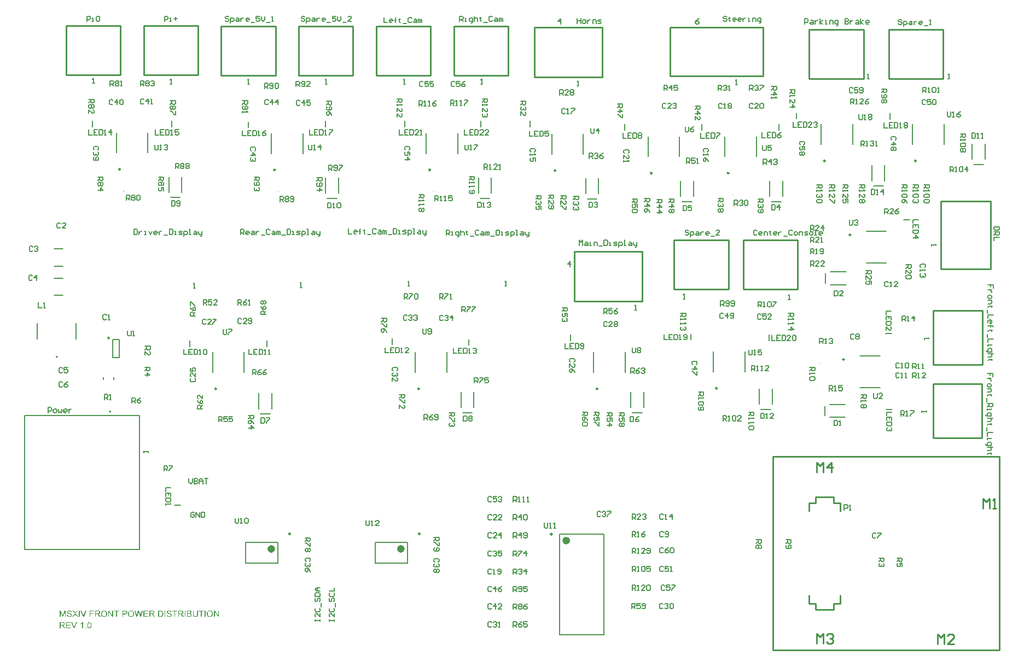
<source format=gto>
G04*
G04 #@! TF.GenerationSoftware,Altium Limited,Altium Designer,19.1.9 (167)*
G04*
G04 Layer_Color=65535*
%FSLAX25Y25*%
%MOIN*%
G70*
G01*
G75*
%ADD10C,0.00787*%
%ADD11C,0.00984*%
%ADD12C,0.02362*%
%ADD13C,0.00394*%
%ADD14C,0.00500*%
%ADD15C,0.01000*%
%ADD16C,0.00591*%
G36*
X93133Y27831D02*
X93172D01*
X93278Y27820D01*
X93394Y27803D01*
X93516Y27775D01*
X93650Y27742D01*
X93772Y27698D01*
X93777D01*
X93788Y27692D01*
X93805Y27681D01*
X93827Y27670D01*
X93883Y27642D01*
X93955Y27592D01*
X94038Y27537D01*
X94121Y27465D01*
X94199Y27381D01*
X94271Y27287D01*
Y27281D01*
X94277Y27276D01*
X94288Y27259D01*
X94299Y27242D01*
X94327Y27187D01*
X94360Y27115D01*
X94399Y27026D01*
X94427Y26921D01*
X94454Y26810D01*
X94465Y26687D01*
X93977Y26649D01*
Y26654D01*
Y26665D01*
X93971Y26682D01*
X93966Y26710D01*
X93949Y26771D01*
X93927Y26854D01*
X93894Y26943D01*
X93844Y27032D01*
X93783Y27115D01*
X93705Y27193D01*
X93694Y27198D01*
X93666Y27220D01*
X93611Y27254D01*
X93538Y27287D01*
X93444Y27320D01*
X93333Y27354D01*
X93194Y27376D01*
X93039Y27381D01*
X92961D01*
X92928Y27376D01*
X92884Y27370D01*
X92784Y27359D01*
X92673Y27337D01*
X92562Y27309D01*
X92456Y27265D01*
X92412Y27237D01*
X92367Y27209D01*
X92356Y27204D01*
X92334Y27181D01*
X92301Y27143D01*
X92268Y27098D01*
X92229Y27037D01*
X92195Y26970D01*
X92173Y26893D01*
X92162Y26804D01*
Y26793D01*
Y26771D01*
X92168Y26732D01*
X92179Y26687D01*
X92195Y26632D01*
X92223Y26577D01*
X92256Y26521D01*
X92306Y26465D01*
X92312Y26460D01*
X92340Y26443D01*
X92362Y26427D01*
X92384Y26416D01*
X92417Y26399D01*
X92456Y26377D01*
X92506Y26360D01*
X92562Y26338D01*
X92623Y26316D01*
X92695Y26288D01*
X92773Y26266D01*
X92861Y26238D01*
X92961Y26216D01*
X93072Y26188D01*
X93078D01*
X93100Y26182D01*
X93133Y26177D01*
X93172Y26166D01*
X93222Y26155D01*
X93283Y26138D01*
X93344Y26121D01*
X93411Y26105D01*
X93555Y26066D01*
X93694Y26027D01*
X93761Y26005D01*
X93822Y25983D01*
X93877Y25966D01*
X93922Y25944D01*
X93927D01*
X93938Y25938D01*
X93955Y25927D01*
X93977Y25916D01*
X94038Y25883D01*
X94110Y25838D01*
X94193Y25777D01*
X94277Y25711D01*
X94354Y25633D01*
X94421Y25550D01*
X94427Y25539D01*
X94449Y25511D01*
X94471Y25461D01*
X94504Y25394D01*
X94532Y25317D01*
X94560Y25222D01*
X94576Y25117D01*
X94582Y25006D01*
Y25000D01*
Y24995D01*
Y24978D01*
Y24956D01*
X94571Y24895D01*
X94560Y24817D01*
X94538Y24728D01*
X94510Y24634D01*
X94465Y24534D01*
X94404Y24429D01*
Y24423D01*
X94399Y24418D01*
X94371Y24384D01*
X94332Y24334D01*
X94277Y24279D01*
X94204Y24212D01*
X94116Y24140D01*
X94016Y24073D01*
X93899Y24012D01*
X93894D01*
X93883Y24007D01*
X93866Y24001D01*
X93844Y23990D01*
X93810Y23979D01*
X93772Y23962D01*
X93683Y23940D01*
X93577Y23912D01*
X93450Y23885D01*
X93311Y23868D01*
X93161Y23863D01*
X93072D01*
X93028Y23868D01*
X92978D01*
X92923Y23874D01*
X92856Y23879D01*
X92717Y23901D01*
X92573Y23924D01*
X92428Y23962D01*
X92290Y24012D01*
X92284D01*
X92273Y24018D01*
X92256Y24029D01*
X92234Y24040D01*
X92168Y24073D01*
X92090Y24123D01*
X92001Y24190D01*
X91907Y24268D01*
X91818Y24362D01*
X91735Y24467D01*
Y24473D01*
X91724Y24484D01*
X91718Y24501D01*
X91701Y24523D01*
X91690Y24551D01*
X91674Y24584D01*
X91635Y24667D01*
X91596Y24773D01*
X91563Y24889D01*
X91540Y25023D01*
X91529Y25161D01*
X92007Y25206D01*
Y25200D01*
Y25194D01*
X92012Y25178D01*
Y25156D01*
X92023Y25106D01*
X92040Y25034D01*
X92062Y24961D01*
X92084Y24878D01*
X92123Y24801D01*
X92162Y24728D01*
X92168Y24723D01*
X92184Y24701D01*
X92212Y24662D01*
X92256Y24623D01*
X92312Y24573D01*
X92373Y24523D01*
X92456Y24473D01*
X92545Y24429D01*
X92551D01*
X92556Y24423D01*
X92573Y24418D01*
X92589Y24412D01*
X92645Y24395D01*
X92717Y24373D01*
X92806Y24351D01*
X92906Y24334D01*
X93017Y24323D01*
X93139Y24318D01*
X93189D01*
X93244Y24323D01*
X93311Y24329D01*
X93389Y24340D01*
X93477Y24351D01*
X93566Y24373D01*
X93650Y24401D01*
X93661Y24406D01*
X93688Y24418D01*
X93727Y24440D01*
X93777Y24462D01*
X93827Y24501D01*
X93883Y24540D01*
X93938Y24584D01*
X93982Y24640D01*
X93988Y24645D01*
X93999Y24667D01*
X94016Y24695D01*
X94038Y24739D01*
X94060Y24784D01*
X94077Y24839D01*
X94088Y24900D01*
X94094Y24967D01*
Y24972D01*
Y25000D01*
X94088Y25034D01*
X94082Y25078D01*
X94066Y25122D01*
X94049Y25178D01*
X94021Y25233D01*
X93982Y25283D01*
X93977Y25289D01*
X93960Y25306D01*
X93938Y25328D01*
X93899Y25361D01*
X93855Y25394D01*
X93794Y25433D01*
X93722Y25472D01*
X93638Y25505D01*
X93633Y25511D01*
X93605Y25516D01*
X93561Y25533D01*
X93533Y25539D01*
X93494Y25550D01*
X93455Y25566D01*
X93405Y25578D01*
X93350Y25594D01*
X93283Y25611D01*
X93217Y25627D01*
X93139Y25650D01*
X93050Y25672D01*
X92956Y25694D01*
X92950D01*
X92934Y25700D01*
X92906Y25705D01*
X92873Y25716D01*
X92828Y25727D01*
X92778Y25738D01*
X92667Y25772D01*
X92545Y25811D01*
X92417Y25849D01*
X92306Y25888D01*
X92256Y25910D01*
X92212Y25933D01*
X92207D01*
X92201Y25938D01*
X92168Y25960D01*
X92118Y25988D01*
X92062Y26033D01*
X91996Y26083D01*
X91929Y26144D01*
X91862Y26216D01*
X91807Y26293D01*
X91801Y26305D01*
X91785Y26332D01*
X91763Y26377D01*
X91740Y26432D01*
X91718Y26504D01*
X91696Y26588D01*
X91679Y26676D01*
X91674Y26771D01*
Y26776D01*
Y26782D01*
Y26798D01*
Y26821D01*
X91685Y26876D01*
X91696Y26948D01*
X91712Y27032D01*
X91740Y27126D01*
X91779Y27220D01*
X91835Y27315D01*
Y27320D01*
X91840Y27326D01*
X91868Y27359D01*
X91907Y27403D01*
X91957Y27459D01*
X92023Y27520D01*
X92107Y27587D01*
X92207Y27648D01*
X92317Y27703D01*
X92323D01*
X92334Y27709D01*
X92351Y27714D01*
X92373Y27725D01*
X92401Y27736D01*
X92440Y27747D01*
X92523Y27770D01*
X92628Y27792D01*
X92750Y27814D01*
X92878Y27831D01*
X93022Y27836D01*
X93094D01*
X93133Y27831D01*
D02*
G37*
G36*
X32300D02*
X32339D01*
X32444Y27820D01*
X32561Y27803D01*
X32683Y27775D01*
X32816Y27742D01*
X32938Y27698D01*
X32944D01*
X32955Y27692D01*
X32971Y27681D01*
X32994Y27670D01*
X33049Y27642D01*
X33121Y27592D01*
X33204Y27537D01*
X33288Y27465D01*
X33365Y27381D01*
X33437Y27287D01*
Y27281D01*
X33443Y27276D01*
X33454Y27259D01*
X33465Y27242D01*
X33493Y27187D01*
X33526Y27115D01*
X33565Y27026D01*
X33593Y26921D01*
X33621Y26810D01*
X33632Y26687D01*
X33143Y26649D01*
Y26654D01*
Y26665D01*
X33138Y26682D01*
X33132Y26710D01*
X33116Y26771D01*
X33094Y26854D01*
X33060Y26943D01*
X33010Y27032D01*
X32949Y27115D01*
X32871Y27193D01*
X32860Y27198D01*
X32833Y27220D01*
X32777Y27254D01*
X32705Y27287D01*
X32611Y27320D01*
X32500Y27354D01*
X32361Y27376D01*
X32206Y27381D01*
X32128D01*
X32094Y27376D01*
X32050Y27370D01*
X31950Y27359D01*
X31839Y27337D01*
X31728Y27309D01*
X31623Y27265D01*
X31578Y27237D01*
X31534Y27209D01*
X31523Y27204D01*
X31501Y27181D01*
X31467Y27143D01*
X31434Y27098D01*
X31395Y27037D01*
X31362Y26970D01*
X31340Y26893D01*
X31329Y26804D01*
Y26793D01*
Y26771D01*
X31334Y26732D01*
X31345Y26687D01*
X31362Y26632D01*
X31390Y26577D01*
X31423Y26521D01*
X31473Y26465D01*
X31478Y26460D01*
X31506Y26443D01*
X31528Y26427D01*
X31550Y26416D01*
X31584Y26399D01*
X31623Y26377D01*
X31673Y26360D01*
X31728Y26338D01*
X31789Y26316D01*
X31861Y26288D01*
X31939Y26266D01*
X32028Y26238D01*
X32128Y26216D01*
X32239Y26188D01*
X32244D01*
X32267Y26182D01*
X32300Y26177D01*
X32339Y26166D01*
X32389Y26155D01*
X32450Y26138D01*
X32511Y26121D01*
X32577Y26105D01*
X32722Y26066D01*
X32860Y26027D01*
X32927Y26005D01*
X32988Y25983D01*
X33044Y25966D01*
X33088Y25944D01*
X33094D01*
X33105Y25938D01*
X33121Y25927D01*
X33143Y25916D01*
X33204Y25883D01*
X33277Y25838D01*
X33360Y25777D01*
X33443Y25711D01*
X33521Y25633D01*
X33587Y25550D01*
X33593Y25539D01*
X33615Y25511D01*
X33637Y25461D01*
X33671Y25394D01*
X33698Y25317D01*
X33726Y25222D01*
X33743Y25117D01*
X33748Y25006D01*
Y25000D01*
Y24995D01*
Y24978D01*
Y24956D01*
X33737Y24895D01*
X33726Y24817D01*
X33704Y24728D01*
X33676Y24634D01*
X33632Y24534D01*
X33571Y24429D01*
Y24423D01*
X33565Y24418D01*
X33538Y24384D01*
X33499Y24334D01*
X33443Y24279D01*
X33371Y24212D01*
X33282Y24140D01*
X33182Y24073D01*
X33066Y24012D01*
X33060D01*
X33049Y24007D01*
X33032Y24001D01*
X33010Y23990D01*
X32977Y23979D01*
X32938Y23962D01*
X32849Y23940D01*
X32744Y23912D01*
X32616Y23885D01*
X32477Y23868D01*
X32328Y23863D01*
X32239D01*
X32194Y23868D01*
X32144D01*
X32089Y23874D01*
X32022Y23879D01*
X31884Y23901D01*
X31739Y23924D01*
X31595Y23962D01*
X31456Y24012D01*
X31451D01*
X31440Y24018D01*
X31423Y24029D01*
X31401Y24040D01*
X31334Y24073D01*
X31256Y24123D01*
X31168Y24190D01*
X31073Y24268D01*
X30984Y24362D01*
X30901Y24467D01*
Y24473D01*
X30890Y24484D01*
X30885Y24501D01*
X30868Y24523D01*
X30857Y24551D01*
X30840Y24584D01*
X30801Y24667D01*
X30762Y24773D01*
X30729Y24889D01*
X30707Y25023D01*
X30696Y25161D01*
X31173Y25206D01*
Y25200D01*
Y25194D01*
X31179Y25178D01*
Y25156D01*
X31190Y25106D01*
X31207Y25034D01*
X31229Y24961D01*
X31251Y24878D01*
X31290Y24801D01*
X31329Y24728D01*
X31334Y24723D01*
X31351Y24701D01*
X31378Y24662D01*
X31423Y24623D01*
X31478Y24573D01*
X31539Y24523D01*
X31623Y24473D01*
X31712Y24429D01*
X31717D01*
X31723Y24423D01*
X31739Y24418D01*
X31756Y24412D01*
X31811Y24395D01*
X31884Y24373D01*
X31972Y24351D01*
X32072Y24334D01*
X32183Y24323D01*
X32305Y24318D01*
X32355D01*
X32411Y24323D01*
X32477Y24329D01*
X32555Y24340D01*
X32644Y24351D01*
X32733Y24373D01*
X32816Y24401D01*
X32827Y24406D01*
X32855Y24418D01*
X32894Y24440D01*
X32944Y24462D01*
X32994Y24501D01*
X33049Y24540D01*
X33105Y24584D01*
X33149Y24640D01*
X33154Y24645D01*
X33166Y24667D01*
X33182Y24695D01*
X33204Y24739D01*
X33227Y24784D01*
X33243Y24839D01*
X33254Y24900D01*
X33260Y24967D01*
Y24972D01*
Y25000D01*
X33254Y25034D01*
X33249Y25078D01*
X33232Y25122D01*
X33216Y25178D01*
X33188Y25233D01*
X33149Y25283D01*
X33143Y25289D01*
X33127Y25306D01*
X33105Y25328D01*
X33066Y25361D01*
X33021Y25394D01*
X32960Y25433D01*
X32888Y25472D01*
X32805Y25505D01*
X32799Y25511D01*
X32772Y25516D01*
X32727Y25533D01*
X32699Y25539D01*
X32661Y25550D01*
X32622Y25566D01*
X32572Y25578D01*
X32516Y25594D01*
X32450Y25611D01*
X32383Y25627D01*
X32305Y25650D01*
X32217Y25672D01*
X32122Y25694D01*
X32117D01*
X32100Y25700D01*
X32072Y25705D01*
X32039Y25716D01*
X31995Y25727D01*
X31945Y25738D01*
X31834Y25772D01*
X31712Y25811D01*
X31584Y25849D01*
X31473Y25888D01*
X31423Y25910D01*
X31378Y25933D01*
X31373D01*
X31367Y25938D01*
X31334Y25960D01*
X31284Y25988D01*
X31229Y26033D01*
X31162Y26083D01*
X31095Y26144D01*
X31029Y26216D01*
X30973Y26293D01*
X30968Y26305D01*
X30951Y26332D01*
X30929Y26377D01*
X30907Y26432D01*
X30885Y26504D01*
X30862Y26588D01*
X30846Y26676D01*
X30840Y26771D01*
Y26776D01*
Y26782D01*
Y26798D01*
Y26821D01*
X30851Y26876D01*
X30862Y26948D01*
X30879Y27032D01*
X30907Y27126D01*
X30946Y27220D01*
X31001Y27315D01*
Y27320D01*
X31007Y27326D01*
X31034Y27359D01*
X31073Y27403D01*
X31123Y27459D01*
X31190Y27520D01*
X31273Y27587D01*
X31373Y27648D01*
X31484Y27703D01*
X31490D01*
X31501Y27709D01*
X31517Y27714D01*
X31539Y27725D01*
X31567Y27736D01*
X31606Y27747D01*
X31689Y27770D01*
X31795Y27792D01*
X31917Y27814D01*
X32045Y27831D01*
X32189Y27836D01*
X32261D01*
X32300Y27831D01*
D02*
G37*
G36*
X36135Y25944D02*
X37572Y23929D01*
X36945D01*
X35974Y25294D01*
X35968Y25300D01*
X35957Y25317D01*
X35946Y25339D01*
X35924Y25367D01*
X35874Y25444D01*
X35818Y25528D01*
X35813Y25522D01*
X35796Y25500D01*
X35774Y25466D01*
X35746Y25422D01*
X35685Y25333D01*
X35658Y25294D01*
X35635Y25261D01*
X34664Y23929D01*
X34054D01*
X35535Y25916D01*
X34226Y27770D01*
X34831D01*
X35530Y26782D01*
Y26776D01*
X35541Y26771D01*
X35552Y26754D01*
X35569Y26732D01*
X35602Y26676D01*
X35652Y26610D01*
X35702Y26532D01*
X35752Y26454D01*
X35796Y26382D01*
X35835Y26316D01*
X35841Y26327D01*
X35857Y26349D01*
X35885Y26393D01*
X35924Y26449D01*
X35968Y26510D01*
X36024Y26588D01*
X36079Y26665D01*
X36146Y26748D01*
X36912Y27770D01*
X37467D01*
X36135Y25944D01*
D02*
G37*
G36*
X123348Y23929D02*
X122820D01*
X120811Y26943D01*
Y23929D01*
X120323D01*
Y27770D01*
X120844D01*
X122859Y24750D01*
Y27770D01*
X123348D01*
Y23929D01*
D02*
G37*
G36*
X58940D02*
X58412D01*
X56403Y26943D01*
Y23929D01*
X55915D01*
Y27770D01*
X56437D01*
X58451Y24750D01*
Y27770D01*
X58940D01*
Y23929D01*
D02*
G37*
G36*
X30041D02*
X29553D01*
Y27143D01*
X28431Y23929D01*
X27976D01*
X26866Y27198D01*
Y23929D01*
X26378D01*
Y27770D01*
X27138D01*
X28049Y25045D01*
Y25039D01*
X28054Y25028D01*
X28060Y25011D01*
X28071Y24984D01*
X28093Y24917D01*
X28121Y24834D01*
X28148Y24739D01*
X28182Y24645D01*
X28209Y24556D01*
X28232Y24479D01*
X28237Y24490D01*
X28243Y24517D01*
X28259Y24567D01*
X28282Y24634D01*
X28309Y24723D01*
X28348Y24828D01*
X28387Y24950D01*
X28437Y25095D01*
X29358Y27770D01*
X30041D01*
Y23929D01*
D02*
G37*
G36*
X75856D02*
X75357D01*
X74552Y26854D01*
Y26860D01*
X74546Y26871D01*
X74541Y26887D01*
X74535Y26915D01*
X74519Y26976D01*
X74502Y27048D01*
X74480Y27126D01*
X74458Y27198D01*
X74441Y27259D01*
X74435Y27287D01*
X74430Y27303D01*
Y27298D01*
X74424Y27292D01*
X74419Y27259D01*
X74408Y27209D01*
X74391Y27148D01*
X74374Y27082D01*
X74352Y27004D01*
X74335Y26926D01*
X74313Y26854D01*
X73503Y23929D01*
X72970D01*
X71966Y27770D01*
X72493D01*
X73065Y25250D01*
Y25245D01*
X73070Y25233D01*
X73076Y25211D01*
X73081Y25183D01*
X73087Y25145D01*
X73098Y25106D01*
X73109Y25056D01*
X73120Y25000D01*
X73148Y24884D01*
X73176Y24750D01*
X73203Y24606D01*
X73231Y24462D01*
Y24467D01*
X73237Y24490D01*
X73248Y24517D01*
X73253Y24562D01*
X73264Y24606D01*
X73281Y24662D01*
X73309Y24784D01*
X73342Y24906D01*
X73353Y24967D01*
X73370Y25023D01*
X73381Y25072D01*
X73392Y25117D01*
X73403Y25150D01*
X73409Y25172D01*
X74136Y27770D01*
X74752D01*
X75296Y25822D01*
Y25816D01*
X75307Y25788D01*
X75318Y25749D01*
X75329Y25700D01*
X75346Y25633D01*
X75368Y25561D01*
X75390Y25478D01*
X75412Y25383D01*
X75440Y25278D01*
X75462Y25172D01*
X75512Y24945D01*
X75562Y24706D01*
X75601Y24462D01*
Y24467D01*
X75606Y24479D01*
Y24501D01*
X75618Y24529D01*
X75623Y24562D01*
X75634Y24601D01*
X75640Y24651D01*
X75656Y24706D01*
X75684Y24828D01*
X75717Y24972D01*
X75751Y25128D01*
X75795Y25300D01*
X76395Y27770D01*
X76911D01*
X75856Y23929D01*
D02*
G37*
G36*
X41141D02*
X40608D01*
X39121Y27770D01*
X39676D01*
X40675Y24978D01*
Y24972D01*
X40680Y24961D01*
X40686Y24945D01*
X40697Y24923D01*
X40703Y24889D01*
X40714Y24856D01*
X40741Y24773D01*
X40775Y24678D01*
X40808Y24573D01*
X40874Y24351D01*
Y24356D01*
X40880Y24368D01*
X40886Y24384D01*
X40891Y24406D01*
X40908Y24467D01*
X40936Y24551D01*
X40963Y24645D01*
X40997Y24750D01*
X41036Y24861D01*
X41080Y24978D01*
X42123Y27770D01*
X42639D01*
X41141Y23929D01*
D02*
G37*
G36*
X110533Y25550D02*
Y25544D01*
Y25522D01*
Y25494D01*
Y25455D01*
X110527Y25405D01*
Y25350D01*
X110521Y25283D01*
X110516Y25217D01*
X110499Y25067D01*
X110477Y24912D01*
X110444Y24762D01*
X110422Y24690D01*
X110399Y24623D01*
Y24617D01*
X110394Y24606D01*
X110383Y24590D01*
X110372Y24567D01*
X110338Y24506D01*
X110288Y24429D01*
X110222Y24340D01*
X110144Y24251D01*
X110044Y24157D01*
X109922Y24073D01*
X109917D01*
X109905Y24062D01*
X109889Y24057D01*
X109861Y24040D01*
X109828Y24024D01*
X109783Y24007D01*
X109739Y23990D01*
X109683Y23968D01*
X109622Y23946D01*
X109556Y23929D01*
X109484Y23912D01*
X109400Y23896D01*
X109317Y23885D01*
X109228Y23874D01*
X109028Y23863D01*
X108979D01*
X108940Y23868D01*
X108895D01*
X108840Y23874D01*
X108779Y23879D01*
X108718Y23885D01*
X108579Y23907D01*
X108429Y23940D01*
X108285Y23985D01*
X108146Y24046D01*
X108141D01*
X108129Y24057D01*
X108113Y24068D01*
X108091Y24079D01*
X108029Y24123D01*
X107957Y24184D01*
X107874Y24262D01*
X107797Y24351D01*
X107719Y24462D01*
X107658Y24584D01*
Y24590D01*
X107652Y24601D01*
X107647Y24623D01*
X107635Y24651D01*
X107624Y24684D01*
X107613Y24728D01*
X107597Y24778D01*
X107586Y24839D01*
X107574Y24906D01*
X107558Y24978D01*
X107547Y25056D01*
X107536Y25139D01*
X107525Y25233D01*
X107519Y25333D01*
X107513Y25439D01*
Y25550D01*
Y27770D01*
X108024D01*
Y25550D01*
Y25544D01*
Y25528D01*
Y25500D01*
Y25466D01*
X108029Y25428D01*
Y25378D01*
X108035Y25272D01*
X108046Y25150D01*
X108063Y25028D01*
X108085Y24912D01*
X108096Y24861D01*
X108113Y24812D01*
X108118Y24801D01*
X108129Y24773D01*
X108157Y24734D01*
X108191Y24678D01*
X108229Y24623D01*
X108285Y24562D01*
X108351Y24501D01*
X108429Y24451D01*
X108440Y24445D01*
X108468Y24429D01*
X108518Y24412D01*
X108584Y24390D01*
X108662Y24362D01*
X108762Y24345D01*
X108868Y24329D01*
X108984Y24323D01*
X109040D01*
X109073Y24329D01*
X109123D01*
X109173Y24334D01*
X109295Y24356D01*
X109428Y24384D01*
X109556Y24429D01*
X109678Y24490D01*
X109733Y24529D01*
X109783Y24573D01*
X109789Y24578D01*
X109794Y24584D01*
X109806Y24601D01*
X109822Y24623D01*
X109839Y24656D01*
X109861Y24690D01*
X109883Y24739D01*
X109905Y24789D01*
X109928Y24850D01*
X109944Y24923D01*
X109967Y25006D01*
X109983Y25095D01*
X110000Y25194D01*
X110011Y25300D01*
X110022Y25422D01*
Y25550D01*
Y27770D01*
X110533D01*
Y25550D01*
D02*
G37*
G36*
X115256Y23929D02*
X114745D01*
Y27770D01*
X115256D01*
Y23929D01*
D02*
G37*
G36*
X114135Y27315D02*
X112869D01*
Y23929D01*
X112358D01*
Y27315D01*
X111093D01*
Y27770D01*
X114135D01*
Y27315D01*
D02*
G37*
G36*
X105454Y27764D02*
X105499D01*
X105599Y27753D01*
X105710Y27742D01*
X105826Y27720D01*
X105943Y27692D01*
X106048Y27653D01*
X106054D01*
X106059Y27648D01*
X106093Y27631D01*
X106143Y27603D01*
X106198Y27564D01*
X106265Y27514D01*
X106337Y27453D01*
X106403Y27376D01*
X106465Y27292D01*
X106470Y27281D01*
X106487Y27248D01*
X106514Y27204D01*
X106542Y27137D01*
X106570Y27059D01*
X106598Y26976D01*
X106614Y26882D01*
X106620Y26787D01*
Y26776D01*
Y26748D01*
X106614Y26699D01*
X106603Y26638D01*
X106587Y26565D01*
X106559Y26488D01*
X106526Y26410D01*
X106481Y26327D01*
X106475Y26316D01*
X106459Y26293D01*
X106426Y26249D01*
X106381Y26205D01*
X106326Y26149D01*
X106259Y26088D01*
X106176Y26033D01*
X106081Y25977D01*
X106087D01*
X106098Y25971D01*
X106115Y25966D01*
X106137Y25955D01*
X106204Y25933D01*
X106281Y25894D01*
X106365Y25844D01*
X106459Y25783D01*
X106542Y25711D01*
X106620Y25622D01*
X106625Y25611D01*
X106648Y25578D01*
X106681Y25528D01*
X106714Y25461D01*
X106747Y25372D01*
X106781Y25278D01*
X106803Y25167D01*
X106808Y25045D01*
Y25039D01*
Y25034D01*
Y25000D01*
X106803Y24945D01*
X106792Y24878D01*
X106781Y24801D01*
X106759Y24717D01*
X106731Y24628D01*
X106692Y24540D01*
X106686Y24529D01*
X106670Y24501D01*
X106648Y24462D01*
X106614Y24406D01*
X106570Y24351D01*
X106526Y24290D01*
X106470Y24229D01*
X106409Y24179D01*
X106403Y24173D01*
X106381Y24157D01*
X106342Y24135D01*
X106292Y24112D01*
X106231Y24079D01*
X106159Y24046D01*
X106081Y24018D01*
X105987Y23990D01*
X105976D01*
X105943Y23979D01*
X105887Y23974D01*
X105815Y23962D01*
X105726Y23951D01*
X105621Y23940D01*
X105504Y23935D01*
X105371Y23929D01*
X103906D01*
Y27770D01*
X105415D01*
X105454Y27764D01*
D02*
G37*
G36*
X103029Y23929D02*
X102518D01*
Y27770D01*
X103029D01*
Y23929D01*
D02*
G37*
G36*
X100393Y27764D02*
X100443D01*
X100559Y27759D01*
X100681Y27742D01*
X100814Y27725D01*
X100937Y27698D01*
X100998Y27681D01*
X101048Y27664D01*
X101053D01*
X101059Y27659D01*
X101092Y27642D01*
X101142Y27620D01*
X101203Y27581D01*
X101270Y27531D01*
X101342Y27465D01*
X101408Y27387D01*
X101475Y27298D01*
Y27292D01*
X101481Y27287D01*
X101503Y27254D01*
X101525Y27198D01*
X101558Y27126D01*
X101586Y27043D01*
X101614Y26943D01*
X101630Y26837D01*
X101636Y26721D01*
Y26715D01*
Y26704D01*
Y26682D01*
X101630Y26654D01*
Y26615D01*
X101625Y26577D01*
X101603Y26482D01*
X101569Y26371D01*
X101525Y26255D01*
X101458Y26138D01*
X101414Y26083D01*
X101370Y26027D01*
X101364Y26022D01*
X101358Y26016D01*
X101342Y25999D01*
X101320Y25983D01*
X101292Y25960D01*
X101259Y25938D01*
X101214Y25910D01*
X101170Y25877D01*
X101114Y25849D01*
X101053Y25822D01*
X100987Y25788D01*
X100914Y25761D01*
X100831Y25738D01*
X100748Y25711D01*
X100654Y25694D01*
X100554Y25677D01*
X100565Y25672D01*
X100587Y25661D01*
X100620Y25638D01*
X100665Y25616D01*
X100765Y25555D01*
X100814Y25516D01*
X100859Y25483D01*
X100870Y25472D01*
X100898Y25444D01*
X100942Y25400D01*
X100998Y25344D01*
X101059Y25267D01*
X101131Y25183D01*
X101203Y25084D01*
X101281Y24972D01*
X101941Y23929D01*
X101309D01*
X100803Y24728D01*
Y24734D01*
X100792Y24745D01*
X100781Y24762D01*
X100765Y24784D01*
X100726Y24845D01*
X100676Y24923D01*
X100615Y25006D01*
X100554Y25095D01*
X100493Y25178D01*
X100437Y25256D01*
X100432Y25261D01*
X100415Y25283D01*
X100387Y25317D01*
X100348Y25355D01*
X100265Y25439D01*
X100221Y25478D01*
X100176Y25511D01*
X100171Y25516D01*
X100160Y25522D01*
X100137Y25533D01*
X100104Y25550D01*
X100071Y25566D01*
X100032Y25583D01*
X99943Y25611D01*
X99938D01*
X99927Y25616D01*
X99904D01*
X99877Y25622D01*
X99838Y25627D01*
X99793D01*
X99732Y25633D01*
X99077D01*
Y23929D01*
X98567D01*
Y27770D01*
X100348D01*
X100393Y27764D01*
D02*
G37*
G36*
X98034Y27315D02*
X96769D01*
Y23929D01*
X96258D01*
Y27315D01*
X94993D01*
Y27770D01*
X98034D01*
Y27315D01*
D02*
G37*
G36*
X90802Y23929D02*
X90292D01*
Y27770D01*
X90802D01*
Y23929D01*
D02*
G37*
G36*
X87911Y27764D02*
X88022Y27759D01*
X88133Y27747D01*
X88244Y27731D01*
X88338Y27714D01*
X88344D01*
X88355Y27709D01*
X88371D01*
X88394Y27698D01*
X88455Y27681D01*
X88532Y27653D01*
X88621Y27614D01*
X88715Y27564D01*
X88810Y27509D01*
X88899Y27437D01*
X88904Y27431D01*
X88910Y27426D01*
X88926Y27409D01*
X88949Y27392D01*
X89004Y27337D01*
X89071Y27259D01*
X89143Y27165D01*
X89221Y27054D01*
X89293Y26926D01*
X89354Y26782D01*
Y26776D01*
X89359Y26765D01*
X89371Y26743D01*
X89376Y26710D01*
X89393Y26671D01*
X89404Y26626D01*
X89415Y26577D01*
X89432Y26515D01*
X89448Y26454D01*
X89459Y26382D01*
X89487Y26227D01*
X89504Y26055D01*
X89509Y25866D01*
Y25861D01*
Y25849D01*
Y25822D01*
Y25794D01*
X89504Y25755D01*
Y25711D01*
X89498Y25605D01*
X89481Y25483D01*
X89465Y25355D01*
X89437Y25222D01*
X89404Y25089D01*
Y25084D01*
X89398Y25072D01*
X89393Y25056D01*
X89387Y25034D01*
X89365Y24972D01*
X89332Y24895D01*
X89298Y24806D01*
X89254Y24717D01*
X89198Y24623D01*
X89143Y24534D01*
X89137Y24523D01*
X89115Y24495D01*
X89082Y24456D01*
X89038Y24406D01*
X88987Y24351D01*
X88926Y24295D01*
X88865Y24234D01*
X88793Y24184D01*
X88782Y24179D01*
X88760Y24162D01*
X88721Y24140D01*
X88666Y24112D01*
X88599Y24079D01*
X88521Y24051D01*
X88433Y24018D01*
X88333Y23990D01*
X88322D01*
X88305Y23985D01*
X88288Y23979D01*
X88233Y23974D01*
X88155Y23962D01*
X88066Y23951D01*
X87961Y23940D01*
X87844Y23935D01*
X87717Y23929D01*
X86335D01*
Y27770D01*
X87811D01*
X87911Y27764D01*
D02*
G37*
G36*
X82799D02*
X82849D01*
X82966Y27759D01*
X83088Y27742D01*
X83221Y27725D01*
X83343Y27698D01*
X83404Y27681D01*
X83454Y27664D01*
X83460D01*
X83465Y27659D01*
X83499Y27642D01*
X83548Y27620D01*
X83610Y27581D01*
X83676Y27531D01*
X83748Y27465D01*
X83815Y27387D01*
X83881Y27298D01*
Y27292D01*
X83887Y27287D01*
X83909Y27254D01*
X83931Y27198D01*
X83965Y27126D01*
X83992Y27043D01*
X84020Y26943D01*
X84037Y26837D01*
X84042Y26721D01*
Y26715D01*
Y26704D01*
Y26682D01*
X84037Y26654D01*
Y26615D01*
X84031Y26577D01*
X84009Y26482D01*
X83976Y26371D01*
X83931Y26255D01*
X83865Y26138D01*
X83820Y26083D01*
X83776Y26027D01*
X83771Y26022D01*
X83765Y26016D01*
X83748Y25999D01*
X83726Y25983D01*
X83698Y25960D01*
X83665Y25938D01*
X83621Y25910D01*
X83576Y25877D01*
X83521Y25849D01*
X83460Y25822D01*
X83393Y25788D01*
X83321Y25761D01*
X83238Y25738D01*
X83154Y25711D01*
X83060Y25694D01*
X82960Y25677D01*
X82971Y25672D01*
X82994Y25661D01*
X83027Y25638D01*
X83071Y25616D01*
X83171Y25555D01*
X83221Y25516D01*
X83265Y25483D01*
X83276Y25472D01*
X83304Y25444D01*
X83349Y25400D01*
X83404Y25344D01*
X83465Y25267D01*
X83537Y25183D01*
X83610Y25084D01*
X83687Y24972D01*
X84348Y23929D01*
X83715D01*
X83210Y24728D01*
Y24734D01*
X83199Y24745D01*
X83188Y24762D01*
X83171Y24784D01*
X83132Y24845D01*
X83082Y24923D01*
X83021Y25006D01*
X82960Y25095D01*
X82899Y25178D01*
X82844Y25256D01*
X82838Y25261D01*
X82822Y25283D01*
X82794Y25317D01*
X82755Y25355D01*
X82672Y25439D01*
X82627Y25478D01*
X82583Y25511D01*
X82577Y25516D01*
X82566Y25522D01*
X82544Y25533D01*
X82511Y25550D01*
X82477Y25566D01*
X82438Y25583D01*
X82350Y25611D01*
X82344D01*
X82333Y25616D01*
X82311D01*
X82283Y25622D01*
X82244Y25627D01*
X82200D01*
X82139Y25633D01*
X81484D01*
Y23929D01*
X80973D01*
Y27770D01*
X82755D01*
X82799Y27764D01*
D02*
G37*
G36*
X80174Y27315D02*
X77904D01*
Y26144D01*
X80030D01*
Y25688D01*
X77904D01*
Y24384D01*
X80263D01*
Y23929D01*
X77394D01*
Y27770D01*
X80174D01*
Y27315D01*
D02*
G37*
G36*
X66227Y27764D02*
X66321Y27759D01*
X66421Y27753D01*
X66515Y27742D01*
X66599Y27731D01*
X66610D01*
X66649Y27720D01*
X66699Y27709D01*
X66765Y27692D01*
X66838Y27664D01*
X66915Y27631D01*
X66998Y27592D01*
X67071Y27548D01*
X67082Y27542D01*
X67104Y27525D01*
X67137Y27492D01*
X67182Y27453D01*
X67232Y27403D01*
X67281Y27337D01*
X67337Y27265D01*
X67381Y27181D01*
X67387Y27170D01*
X67398Y27143D01*
X67420Y27093D01*
X67442Y27026D01*
X67459Y26948D01*
X67481Y26860D01*
X67492Y26760D01*
X67498Y26654D01*
Y26649D01*
Y26632D01*
Y26610D01*
X67492Y26571D01*
X67487Y26532D01*
X67481Y26482D01*
X67470Y26427D01*
X67459Y26366D01*
X67420Y26238D01*
X67398Y26171D01*
X67365Y26099D01*
X67326Y26027D01*
X67287Y25960D01*
X67237Y25894D01*
X67182Y25827D01*
X67176Y25822D01*
X67165Y25811D01*
X67148Y25794D01*
X67120Y25777D01*
X67087Y25749D01*
X67043Y25722D01*
X66987Y25688D01*
X66926Y25661D01*
X66854Y25627D01*
X66771Y25594D01*
X66682Y25566D01*
X66577Y25544D01*
X66466Y25522D01*
X66343Y25505D01*
X66205Y25494D01*
X66061Y25489D01*
X65078D01*
Y23929D01*
X64568D01*
Y27770D01*
X66144D01*
X66227Y27764D01*
D02*
G37*
G36*
X62547Y27315D02*
X61282D01*
Y23929D01*
X60771D01*
Y27315D01*
X59506D01*
Y27770D01*
X62547D01*
Y27315D01*
D02*
G37*
G36*
X49705Y27764D02*
X49755D01*
X49871Y27759D01*
X49993Y27742D01*
X50126Y27725D01*
X50248Y27698D01*
X50310Y27681D01*
X50359Y27664D01*
X50365D01*
X50371Y27659D01*
X50404Y27642D01*
X50454Y27620D01*
X50515Y27581D01*
X50582Y27531D01*
X50654Y27465D01*
X50720Y27387D01*
X50787Y27298D01*
Y27292D01*
X50792Y27287D01*
X50815Y27254D01*
X50837Y27198D01*
X50870Y27126D01*
X50898Y27043D01*
X50926Y26943D01*
X50942Y26837D01*
X50948Y26721D01*
Y26715D01*
Y26704D01*
Y26682D01*
X50942Y26654D01*
Y26615D01*
X50937Y26577D01*
X50915Y26482D01*
X50881Y26371D01*
X50837Y26255D01*
X50770Y26138D01*
X50726Y26083D01*
X50681Y26027D01*
X50676Y26022D01*
X50670Y26016D01*
X50654Y25999D01*
X50631Y25983D01*
X50604Y25960D01*
X50570Y25938D01*
X50526Y25910D01*
X50482Y25877D01*
X50426Y25849D01*
X50365Y25822D01*
X50299Y25788D01*
X50226Y25761D01*
X50143Y25738D01*
X50060Y25711D01*
X49965Y25694D01*
X49866Y25677D01*
X49877Y25672D01*
X49899Y25661D01*
X49932Y25638D01*
X49977Y25616D01*
X50076Y25555D01*
X50126Y25516D01*
X50171Y25483D01*
X50182Y25472D01*
X50210Y25444D01*
X50254Y25400D01*
X50310Y25344D01*
X50371Y25267D01*
X50443Y25183D01*
X50515Y25084D01*
X50593Y24972D01*
X51253Y23929D01*
X50620D01*
X50115Y24728D01*
Y24734D01*
X50104Y24745D01*
X50093Y24762D01*
X50076Y24784D01*
X50038Y24845D01*
X49988Y24923D01*
X49927Y25006D01*
X49866Y25095D01*
X49804Y25178D01*
X49749Y25256D01*
X49744Y25261D01*
X49727Y25283D01*
X49699Y25317D01*
X49660Y25355D01*
X49577Y25439D01*
X49532Y25478D01*
X49488Y25511D01*
X49483Y25516D01*
X49472Y25522D01*
X49449Y25533D01*
X49416Y25550D01*
X49383Y25566D01*
X49344Y25583D01*
X49255Y25611D01*
X49250D01*
X49238Y25616D01*
X49216D01*
X49189Y25622D01*
X49150Y25627D01*
X49105D01*
X49044Y25633D01*
X48389D01*
Y23929D01*
X47879D01*
Y27770D01*
X49660D01*
X49705Y27764D01*
D02*
G37*
G36*
X47213Y27315D02*
X45126D01*
Y26127D01*
X46930D01*
Y25672D01*
X45126D01*
Y23929D01*
X44615D01*
Y27770D01*
X47213D01*
Y27315D01*
D02*
G37*
G36*
X38621Y23929D02*
X38111D01*
Y27770D01*
X38621D01*
Y23929D01*
D02*
G37*
G36*
X117925Y27831D02*
X117975D01*
X118025Y27825D01*
X118092Y27814D01*
X118158Y27803D01*
X118303Y27775D01*
X118469Y27731D01*
X118630Y27664D01*
X118713Y27625D01*
X118797Y27581D01*
X118802Y27575D01*
X118813Y27570D01*
X118835Y27553D01*
X118869Y27537D01*
X118902Y27509D01*
X118946Y27476D01*
X119041Y27398D01*
X119141Y27298D01*
X119252Y27176D01*
X119357Y27032D01*
X119446Y26871D01*
Y26865D01*
X119457Y26848D01*
X119468Y26826D01*
X119479Y26793D01*
X119501Y26748D01*
X119518Y26699D01*
X119540Y26638D01*
X119562Y26571D01*
X119579Y26499D01*
X119601Y26421D01*
X119623Y26332D01*
X119640Y26243D01*
X119662Y26049D01*
X119674Y25838D01*
Y25833D01*
Y25811D01*
Y25783D01*
X119668Y25738D01*
Y25688D01*
X119662Y25627D01*
X119651Y25561D01*
X119646Y25489D01*
X119618Y25328D01*
X119574Y25150D01*
X119512Y24972D01*
X119479Y24884D01*
X119435Y24795D01*
Y24789D01*
X119424Y24773D01*
X119413Y24750D01*
X119390Y24717D01*
X119368Y24678D01*
X119341Y24640D01*
X119263Y24534D01*
X119168Y24423D01*
X119057Y24306D01*
X118924Y24195D01*
X118769Y24096D01*
X118763D01*
X118752Y24084D01*
X118724Y24073D01*
X118691Y24057D01*
X118652Y24040D01*
X118608Y24024D01*
X118552Y24001D01*
X118491Y23979D01*
X118425Y23957D01*
X118352Y23935D01*
X118192Y23901D01*
X118020Y23874D01*
X117836Y23863D01*
X117781D01*
X117748Y23868D01*
X117698D01*
X117642Y23879D01*
X117581Y23885D01*
X117509Y23896D01*
X117359Y23929D01*
X117198Y23974D01*
X117032Y24040D01*
X116948Y24079D01*
X116865Y24123D01*
X116860Y24129D01*
X116849Y24135D01*
X116826Y24151D01*
X116793Y24173D01*
X116760Y24195D01*
X116721Y24229D01*
X116627Y24312D01*
X116521Y24412D01*
X116410Y24534D01*
X116310Y24673D01*
X116216Y24834D01*
Y24839D01*
X116205Y24856D01*
X116194Y24878D01*
X116182Y24912D01*
X116166Y24956D01*
X116149Y25006D01*
X116127Y25061D01*
X116110Y25122D01*
X116088Y25194D01*
X116066Y25267D01*
X116033Y25433D01*
X116010Y25605D01*
X115999Y25794D01*
Y25800D01*
Y25805D01*
Y25838D01*
X116005Y25888D01*
Y25955D01*
X116016Y26033D01*
X116027Y26127D01*
X116044Y26232D01*
X116066Y26343D01*
X116088Y26460D01*
X116121Y26582D01*
X116166Y26704D01*
X116216Y26832D01*
X116271Y26954D01*
X116343Y27076D01*
X116421Y27187D01*
X116510Y27292D01*
X116516Y27298D01*
X116532Y27315D01*
X116566Y27342D01*
X116604Y27376D01*
X116654Y27420D01*
X116715Y27465D01*
X116787Y27514D01*
X116871Y27564D01*
X116960Y27614D01*
X117059Y27664D01*
X117170Y27709D01*
X117287Y27753D01*
X117415Y27786D01*
X117548Y27814D01*
X117687Y27831D01*
X117836Y27836D01*
X117886D01*
X117925Y27831D01*
D02*
G37*
G36*
X69918D02*
X69968D01*
X70018Y27825D01*
X70084Y27814D01*
X70151Y27803D01*
X70295Y27775D01*
X70462Y27731D01*
X70623Y27664D01*
X70706Y27625D01*
X70789Y27581D01*
X70795Y27575D01*
X70806Y27570D01*
X70828Y27553D01*
X70861Y27537D01*
X70894Y27509D01*
X70939Y27476D01*
X71033Y27398D01*
X71133Y27298D01*
X71244Y27176D01*
X71350Y27032D01*
X71438Y26871D01*
Y26865D01*
X71450Y26848D01*
X71461Y26826D01*
X71472Y26793D01*
X71494Y26748D01*
X71511Y26699D01*
X71533Y26638D01*
X71555Y26571D01*
X71572Y26499D01*
X71594Y26421D01*
X71616Y26332D01*
X71633Y26243D01*
X71655Y26049D01*
X71666Y25838D01*
Y25833D01*
Y25811D01*
Y25783D01*
X71660Y25738D01*
Y25688D01*
X71655Y25627D01*
X71644Y25561D01*
X71638Y25489D01*
X71610Y25328D01*
X71566Y25150D01*
X71505Y24972D01*
X71472Y24884D01*
X71427Y24795D01*
Y24789D01*
X71416Y24773D01*
X71405Y24750D01*
X71383Y24717D01*
X71361Y24678D01*
X71333Y24640D01*
X71255Y24534D01*
X71161Y24423D01*
X71050Y24306D01*
X70917Y24195D01*
X70761Y24096D01*
X70756D01*
X70745Y24084D01*
X70717Y24073D01*
X70684Y24057D01*
X70645Y24040D01*
X70600Y24024D01*
X70545Y24001D01*
X70484Y23979D01*
X70417Y23957D01*
X70345Y23935D01*
X70184Y23901D01*
X70012Y23874D01*
X69829Y23863D01*
X69773D01*
X69740Y23868D01*
X69690D01*
X69635Y23879D01*
X69574Y23885D01*
X69501Y23896D01*
X69352Y23929D01*
X69191Y23974D01*
X69024Y24040D01*
X68941Y24079D01*
X68858Y24123D01*
X68852Y24129D01*
X68841Y24135D01*
X68819Y24151D01*
X68786Y24173D01*
X68752Y24195D01*
X68713Y24229D01*
X68619Y24312D01*
X68514Y24412D01*
X68402Y24534D01*
X68303Y24673D01*
X68208Y24834D01*
Y24839D01*
X68197Y24856D01*
X68186Y24878D01*
X68175Y24912D01*
X68158Y24956D01*
X68142Y25006D01*
X68120Y25061D01*
X68103Y25122D01*
X68081Y25194D01*
X68059Y25267D01*
X68025Y25433D01*
X68003Y25605D01*
X67992Y25794D01*
Y25800D01*
Y25805D01*
Y25838D01*
X67997Y25888D01*
Y25955D01*
X68009Y26033D01*
X68020Y26127D01*
X68036Y26232D01*
X68059Y26343D01*
X68081Y26460D01*
X68114Y26582D01*
X68158Y26704D01*
X68208Y26832D01*
X68264Y26954D01*
X68336Y27076D01*
X68414Y27187D01*
X68502Y27292D01*
X68508Y27298D01*
X68525Y27315D01*
X68558Y27342D01*
X68597Y27376D01*
X68647Y27420D01*
X68708Y27465D01*
X68780Y27514D01*
X68863Y27564D01*
X68952Y27614D01*
X69052Y27664D01*
X69163Y27709D01*
X69279Y27753D01*
X69407Y27786D01*
X69540Y27814D01*
X69679Y27831D01*
X69829Y27836D01*
X69879D01*
X69918Y27831D01*
D02*
G37*
G36*
X53517D02*
X53567D01*
X53617Y27825D01*
X53684Y27814D01*
X53750Y27803D01*
X53895Y27775D01*
X54061Y27731D01*
X54222Y27664D01*
X54306Y27625D01*
X54389Y27581D01*
X54394Y27575D01*
X54405Y27570D01*
X54428Y27553D01*
X54461Y27537D01*
X54494Y27509D01*
X54539Y27476D01*
X54633Y27398D01*
X54733Y27298D01*
X54844Y27176D01*
X54949Y27032D01*
X55038Y26871D01*
Y26865D01*
X55049Y26848D01*
X55060Y26826D01*
X55072Y26793D01*
X55094Y26748D01*
X55110Y26699D01*
X55133Y26638D01*
X55155Y26571D01*
X55171Y26499D01*
X55194Y26421D01*
X55216Y26332D01*
X55232Y26243D01*
X55255Y26049D01*
X55266Y25838D01*
Y25833D01*
Y25811D01*
Y25783D01*
X55260Y25738D01*
Y25688D01*
X55255Y25627D01*
X55243Y25561D01*
X55238Y25489D01*
X55210Y25328D01*
X55166Y25150D01*
X55105Y24972D01*
X55072Y24884D01*
X55027Y24795D01*
Y24789D01*
X55016Y24773D01*
X55005Y24750D01*
X54983Y24717D01*
X54961Y24678D01*
X54933Y24640D01*
X54855Y24534D01*
X54761Y24423D01*
X54650Y24306D01*
X54516Y24195D01*
X54361Y24096D01*
X54356D01*
X54344Y24084D01*
X54317Y24073D01*
X54283Y24057D01*
X54245Y24040D01*
X54200Y24024D01*
X54145Y24001D01*
X54084Y23979D01*
X54017Y23957D01*
X53945Y23935D01*
X53784Y23901D01*
X53612Y23874D01*
X53429Y23863D01*
X53373D01*
X53340Y23868D01*
X53290D01*
X53234Y23879D01*
X53173Y23885D01*
X53101Y23896D01*
X52951Y23929D01*
X52790Y23974D01*
X52624Y24040D01*
X52541Y24079D01*
X52457Y24123D01*
X52452Y24129D01*
X52441Y24135D01*
X52419Y24151D01*
X52385Y24173D01*
X52352Y24195D01*
X52313Y24229D01*
X52219Y24312D01*
X52113Y24412D01*
X52002Y24534D01*
X51902Y24673D01*
X51808Y24834D01*
Y24839D01*
X51797Y24856D01*
X51786Y24878D01*
X51775Y24912D01*
X51758Y24956D01*
X51741Y25006D01*
X51719Y25061D01*
X51703Y25122D01*
X51680Y25194D01*
X51658Y25267D01*
X51625Y25433D01*
X51603Y25605D01*
X51592Y25794D01*
Y25800D01*
Y25805D01*
Y25838D01*
X51597Y25888D01*
Y25955D01*
X51608Y26033D01*
X51619Y26127D01*
X51636Y26232D01*
X51658Y26343D01*
X51680Y26460D01*
X51714Y26582D01*
X51758Y26704D01*
X51808Y26832D01*
X51863Y26954D01*
X51936Y27076D01*
X52013Y27187D01*
X52102Y27292D01*
X52108Y27298D01*
X52124Y27315D01*
X52158Y27342D01*
X52197Y27376D01*
X52246Y27420D01*
X52308Y27465D01*
X52380Y27514D01*
X52463Y27564D01*
X52552Y27614D01*
X52652Y27664D01*
X52763Y27709D01*
X52879Y27753D01*
X53007Y27786D01*
X53140Y27814D01*
X53279Y27831D01*
X53429Y27836D01*
X53479D01*
X53517Y27831D01*
D02*
G37*
G36*
X35447Y16929D02*
X34914D01*
X33426Y20770D01*
X33981D01*
X34980Y17978D01*
Y17973D01*
X34986Y17961D01*
X34992Y17945D01*
X35003Y17923D01*
X35008Y17889D01*
X35019Y17856D01*
X35047Y17773D01*
X35080Y17678D01*
X35114Y17573D01*
X35180Y17351D01*
Y17357D01*
X35186Y17368D01*
X35191Y17384D01*
X35197Y17406D01*
X35214Y17468D01*
X35241Y17551D01*
X35269Y17645D01*
X35302Y17751D01*
X35341Y17862D01*
X35386Y17978D01*
X36429Y20770D01*
X36945D01*
X35447Y16929D01*
D02*
G37*
G36*
X42495D02*
X41957D01*
Y17468D01*
X42495D01*
Y16929D01*
D02*
G37*
G36*
X40481D02*
X40009D01*
Y19932D01*
X40003Y19926D01*
X39976Y19904D01*
X39942Y19871D01*
X39887Y19832D01*
X39826Y19782D01*
X39748Y19726D01*
X39659Y19665D01*
X39559Y19604D01*
X39554D01*
X39548Y19599D01*
X39515Y19577D01*
X39459Y19549D01*
X39393Y19515D01*
X39315Y19477D01*
X39232Y19438D01*
X39149Y19399D01*
X39065Y19366D01*
Y19821D01*
X39071D01*
X39082Y19832D01*
X39104Y19837D01*
X39132Y19854D01*
X39165Y19871D01*
X39204Y19893D01*
X39298Y19948D01*
X39409Y20009D01*
X39520Y20087D01*
X39637Y20176D01*
X39753Y20270D01*
X39759Y20276D01*
X39765Y20281D01*
X39781Y20298D01*
X39803Y20315D01*
X39853Y20370D01*
X39920Y20437D01*
X39987Y20514D01*
X40059Y20603D01*
X40120Y20692D01*
X40175Y20786D01*
X40481D01*
Y16929D01*
D02*
G37*
G36*
X33032Y20315D02*
X30762D01*
Y19144D01*
X32888D01*
Y18688D01*
X30762D01*
Y17384D01*
X33121D01*
Y16929D01*
X30252D01*
Y20770D01*
X33032D01*
Y20315D01*
D02*
G37*
G36*
X28204Y20764D02*
X28254D01*
X28370Y20759D01*
X28493Y20742D01*
X28626Y20725D01*
X28748Y20698D01*
X28809Y20681D01*
X28859Y20664D01*
X28864D01*
X28870Y20659D01*
X28903Y20642D01*
X28953Y20620D01*
X29014Y20581D01*
X29081Y20531D01*
X29153Y20464D01*
X29219Y20387D01*
X29286Y20298D01*
Y20292D01*
X29292Y20287D01*
X29314Y20254D01*
X29336Y20198D01*
X29369Y20126D01*
X29397Y20043D01*
X29425Y19943D01*
X29442Y19837D01*
X29447Y19721D01*
Y19715D01*
Y19704D01*
Y19682D01*
X29442Y19654D01*
Y19615D01*
X29436Y19577D01*
X29414Y19482D01*
X29381Y19371D01*
X29336Y19255D01*
X29269Y19138D01*
X29225Y19083D01*
X29181Y19027D01*
X29175Y19022D01*
X29170Y19016D01*
X29153Y18999D01*
X29131Y18983D01*
X29103Y18960D01*
X29070Y18938D01*
X29025Y18911D01*
X28981Y18877D01*
X28925Y18849D01*
X28864Y18822D01*
X28798Y18788D01*
X28726Y18761D01*
X28642Y18738D01*
X28559Y18711D01*
X28465Y18694D01*
X28365Y18677D01*
X28376Y18672D01*
X28398Y18661D01*
X28431Y18639D01*
X28476Y18616D01*
X28576Y18555D01*
X28626Y18516D01*
X28670Y18483D01*
X28681Y18472D01*
X28709Y18444D01*
X28753Y18400D01*
X28809Y18344D01*
X28870Y18267D01*
X28942Y18183D01*
X29014Y18083D01*
X29092Y17973D01*
X29752Y16929D01*
X29120D01*
X28615Y17728D01*
Y17734D01*
X28604Y17745D01*
X28592Y17762D01*
X28576Y17784D01*
X28537Y17845D01*
X28487Y17923D01*
X28426Y18006D01*
X28365Y18095D01*
X28304Y18178D01*
X28248Y18256D01*
X28243Y18261D01*
X28226Y18283D01*
X28198Y18317D01*
X28159Y18356D01*
X28076Y18439D01*
X28032Y18478D01*
X27988Y18511D01*
X27982Y18516D01*
X27971Y18522D01*
X27949Y18533D01*
X27915Y18550D01*
X27882Y18566D01*
X27843Y18583D01*
X27754Y18611D01*
X27749D01*
X27738Y18616D01*
X27716D01*
X27688Y18622D01*
X27649Y18627D01*
X27604D01*
X27544Y18633D01*
X26888D01*
Y16929D01*
X26378D01*
Y20770D01*
X28159D01*
X28204Y20764D01*
D02*
G37*
G36*
X44549Y20781D02*
X44621Y20770D01*
X44704Y20753D01*
X44793Y20731D01*
X44887Y20703D01*
X44976Y20659D01*
X44982D01*
X44987Y20653D01*
X45015Y20637D01*
X45059Y20609D01*
X45115Y20570D01*
X45176Y20514D01*
X45242Y20453D01*
X45303Y20381D01*
X45364Y20298D01*
X45370Y20287D01*
X45392Y20259D01*
X45414Y20209D01*
X45453Y20137D01*
X45487Y20054D01*
X45531Y19959D01*
X45570Y19848D01*
X45603Y19726D01*
Y19721D01*
X45609Y19710D01*
X45614Y19693D01*
X45620Y19665D01*
X45625Y19632D01*
X45631Y19593D01*
X45642Y19543D01*
X45648Y19488D01*
X45659Y19427D01*
X45664Y19360D01*
X45670Y19282D01*
X45681Y19205D01*
X45686Y19116D01*
Y19027D01*
X45692Y18927D01*
Y18822D01*
Y18816D01*
Y18794D01*
Y18755D01*
Y18711D01*
X45686Y18650D01*
Y18583D01*
X45681Y18511D01*
X45675Y18433D01*
X45659Y18256D01*
X45631Y18072D01*
X45598Y17895D01*
X45575Y17812D01*
X45548Y17728D01*
Y17723D01*
X45542Y17712D01*
X45531Y17689D01*
X45520Y17662D01*
X45509Y17623D01*
X45487Y17584D01*
X45442Y17490D01*
X45387Y17390D01*
X45315Y17279D01*
X45231Y17179D01*
X45131Y17085D01*
X45126D01*
X45120Y17073D01*
X45104Y17062D01*
X45081Y17051D01*
X45054Y17035D01*
X45026Y17012D01*
X44943Y16973D01*
X44843Y16935D01*
X44726Y16896D01*
X44587Y16874D01*
X44438Y16862D01*
X44382D01*
X44343Y16868D01*
X44299Y16874D01*
X44243Y16885D01*
X44182Y16896D01*
X44116Y16913D01*
X44049Y16935D01*
X43977Y16957D01*
X43905Y16990D01*
X43833Y17029D01*
X43761Y17073D01*
X43688Y17129D01*
X43622Y17190D01*
X43561Y17257D01*
X43555Y17262D01*
X43544Y17279D01*
X43527Y17307D01*
X43500Y17351D01*
X43472Y17401D01*
X43444Y17468D01*
X43405Y17545D01*
X43372Y17634D01*
X43339Y17734D01*
X43306Y17850D01*
X43272Y17978D01*
X43244Y18122D01*
X43217Y18278D01*
X43200Y18444D01*
X43189Y18627D01*
X43183Y18822D01*
Y18827D01*
Y18849D01*
Y18888D01*
Y18933D01*
X43189Y18994D01*
Y19060D01*
X43194Y19132D01*
X43200Y19216D01*
X43217Y19388D01*
X43244Y19571D01*
X43278Y19754D01*
X43300Y19837D01*
X43322Y19921D01*
Y19926D01*
X43328Y19937D01*
X43339Y19959D01*
X43350Y19987D01*
X43361Y20026D01*
X43383Y20065D01*
X43428Y20159D01*
X43483Y20259D01*
X43555Y20365D01*
X43639Y20470D01*
X43738Y20559D01*
X43744D01*
X43749Y20570D01*
X43766Y20581D01*
X43788Y20592D01*
X43816Y20614D01*
X43849Y20631D01*
X43933Y20675D01*
X44032Y20714D01*
X44149Y20753D01*
X44288Y20775D01*
X44438Y20786D01*
X44488D01*
X44549Y20781D01*
D02*
G37*
%LPC*%
G36*
X105327Y27315D02*
X104417D01*
Y26160D01*
X105360D01*
X105432Y26166D01*
X105510Y26171D01*
X105588Y26177D01*
X105665Y26188D01*
X105726Y26199D01*
X105737Y26205D01*
X105760Y26210D01*
X105793Y26227D01*
X105837Y26249D01*
X105882Y26271D01*
X105932Y26305D01*
X105982Y26349D01*
X106020Y26393D01*
X106026Y26399D01*
X106037Y26416D01*
X106054Y26449D01*
X106070Y26488D01*
X106087Y26532D01*
X106104Y26588D01*
X106115Y26654D01*
X106120Y26726D01*
Y26737D01*
Y26760D01*
X106115Y26793D01*
X106109Y26837D01*
X106098Y26893D01*
X106081Y26948D01*
X106059Y27004D01*
X106026Y27059D01*
X106020Y27065D01*
X106009Y27082D01*
X105987Y27109D01*
X105959Y27137D01*
X105921Y27170D01*
X105876Y27204D01*
X105821Y27237D01*
X105760Y27259D01*
X105754D01*
X105726Y27270D01*
X105687Y27276D01*
X105626Y27287D01*
X105543Y27298D01*
X105449Y27303D01*
X105327Y27315D01*
D02*
G37*
G36*
X105427Y25705D02*
X104417D01*
Y24384D01*
X105510D01*
X105626Y24390D01*
X105676Y24395D01*
X105721Y24401D01*
X105726D01*
X105748Y24406D01*
X105782Y24412D01*
X105821Y24423D01*
X105915Y24456D01*
X106009Y24501D01*
X106015Y24506D01*
X106032Y24517D01*
X106054Y24534D01*
X106081Y24556D01*
X106109Y24590D01*
X106148Y24623D01*
X106176Y24667D01*
X106209Y24717D01*
X106215Y24723D01*
X106220Y24739D01*
X106231Y24773D01*
X106248Y24812D01*
X106265Y24856D01*
X106276Y24912D01*
X106281Y24978D01*
X106287Y25045D01*
Y25056D01*
Y25078D01*
X106281Y25122D01*
X106270Y25172D01*
X106259Y25228D01*
X106237Y25289D01*
X106209Y25350D01*
X106170Y25411D01*
X106165Y25416D01*
X106148Y25439D01*
X106126Y25466D01*
X106093Y25500D01*
X106048Y25539D01*
X105993Y25578D01*
X105932Y25611D01*
X105859Y25638D01*
X105848Y25644D01*
X105826Y25650D01*
X105776Y25661D01*
X105715Y25672D01*
X105638Y25683D01*
X105543Y25694D01*
X105427Y25705D01*
D02*
G37*
G36*
X100287Y27342D02*
X99077D01*
Y26071D01*
X100221D01*
X100287Y26077D01*
X100365Y26083D01*
X100454Y26088D01*
X100543Y26099D01*
X100631Y26116D01*
X100709Y26138D01*
X100720Y26144D01*
X100742Y26155D01*
X100776Y26171D01*
X100820Y26193D01*
X100870Y26227D01*
X100920Y26266D01*
X100970Y26316D01*
X101009Y26371D01*
X101014Y26377D01*
X101025Y26399D01*
X101042Y26432D01*
X101064Y26477D01*
X101081Y26526D01*
X101098Y26582D01*
X101109Y26649D01*
X101114Y26715D01*
Y26721D01*
Y26726D01*
X101109Y26760D01*
X101103Y26810D01*
X101092Y26876D01*
X101064Y26943D01*
X101031Y27020D01*
X100981Y27093D01*
X100914Y27165D01*
X100903Y27170D01*
X100876Y27193D01*
X100831Y27220D01*
X100759Y27254D01*
X100676Y27287D01*
X100565Y27315D01*
X100437Y27337D01*
X100287Y27342D01*
D02*
G37*
G36*
X87733Y27315D02*
X86845D01*
Y24384D01*
X87755D01*
X87794Y24390D01*
X87878Y24395D01*
X87972Y24401D01*
X88072Y24412D01*
X88172Y24429D01*
X88255Y24451D01*
X88266Y24456D01*
X88294Y24462D01*
X88333Y24479D01*
X88383Y24501D01*
X88438Y24534D01*
X88494Y24567D01*
X88549Y24606D01*
X88604Y24651D01*
X88610Y24662D01*
X88632Y24684D01*
X88666Y24723D01*
X88704Y24778D01*
X88749Y24850D01*
X88799Y24934D01*
X88843Y25028D01*
X88882Y25133D01*
Y25139D01*
X88888Y25150D01*
X88893Y25167D01*
X88899Y25189D01*
X88904Y25217D01*
X88915Y25256D01*
X88926Y25294D01*
X88937Y25339D01*
X88954Y25450D01*
X88971Y25578D01*
X88982Y25722D01*
X88987Y25877D01*
Y25883D01*
Y25905D01*
Y25933D01*
X88982Y25977D01*
Y26027D01*
X88976Y26083D01*
X88971Y26149D01*
X88965Y26216D01*
X88937Y26366D01*
X88904Y26521D01*
X88854Y26665D01*
X88821Y26737D01*
X88788Y26798D01*
Y26804D01*
X88777Y26815D01*
X88766Y26832D01*
X88754Y26854D01*
X88710Y26910D01*
X88655Y26976D01*
X88582Y27048D01*
X88499Y27120D01*
X88405Y27181D01*
X88305Y27231D01*
X88294Y27237D01*
X88266Y27242D01*
X88216Y27259D01*
X88144Y27276D01*
X88055Y27287D01*
X87944Y27303D01*
X87878Y27309D01*
X87805D01*
X87733Y27315D01*
D02*
G37*
G36*
X82694Y27342D02*
X81484D01*
Y26071D01*
X82627D01*
X82694Y26077D01*
X82771Y26083D01*
X82860Y26088D01*
X82949Y26099D01*
X83038Y26116D01*
X83116Y26138D01*
X83127Y26144D01*
X83149Y26155D01*
X83182Y26171D01*
X83227Y26193D01*
X83276Y26227D01*
X83327Y26266D01*
X83376Y26316D01*
X83415Y26371D01*
X83421Y26377D01*
X83432Y26399D01*
X83449Y26432D01*
X83471Y26477D01*
X83487Y26526D01*
X83504Y26582D01*
X83515Y26649D01*
X83521Y26715D01*
Y26721D01*
Y26726D01*
X83515Y26760D01*
X83510Y26810D01*
X83499Y26876D01*
X83471Y26943D01*
X83438Y27020D01*
X83388Y27093D01*
X83321Y27165D01*
X83310Y27170D01*
X83282Y27193D01*
X83238Y27220D01*
X83166Y27254D01*
X83082Y27287D01*
X82971Y27315D01*
X82844Y27337D01*
X82694Y27342D01*
D02*
G37*
G36*
X66177Y27315D02*
X65078D01*
Y25944D01*
X66110D01*
X66149Y25949D01*
X66188D01*
X66233Y25955D01*
X66338Y25966D01*
X66454Y25988D01*
X66571Y26022D01*
X66676Y26066D01*
X66726Y26094D01*
X66765Y26127D01*
X66776Y26138D01*
X66799Y26160D01*
X66832Y26205D01*
X66871Y26260D01*
X66910Y26332D01*
X66943Y26421D01*
X66965Y26521D01*
X66976Y26638D01*
Y26643D01*
Y26649D01*
Y26676D01*
X66971Y26726D01*
X66960Y26782D01*
X66948Y26843D01*
X66926Y26915D01*
X66893Y26982D01*
X66854Y27048D01*
X66849Y27054D01*
X66832Y27076D01*
X66804Y27104D01*
X66771Y27143D01*
X66721Y27181D01*
X66665Y27215D01*
X66604Y27248D01*
X66532Y27276D01*
X66527D01*
X66504Y27281D01*
X66471Y27287D01*
X66427Y27298D01*
X66360Y27303D01*
X66277Y27309D01*
X66177Y27315D01*
D02*
G37*
G36*
X49599Y27342D02*
X48389D01*
Y26071D01*
X49532D01*
X49599Y26077D01*
X49677Y26083D01*
X49766Y26088D01*
X49854Y26099D01*
X49943Y26116D01*
X50021Y26138D01*
X50032Y26144D01*
X50054Y26155D01*
X50087Y26171D01*
X50132Y26193D01*
X50182Y26227D01*
X50232Y26266D01*
X50282Y26316D01*
X50321Y26371D01*
X50326Y26377D01*
X50337Y26399D01*
X50354Y26432D01*
X50376Y26477D01*
X50393Y26526D01*
X50409Y26582D01*
X50420Y26649D01*
X50426Y26715D01*
Y26721D01*
Y26726D01*
X50420Y26760D01*
X50415Y26810D01*
X50404Y26876D01*
X50376Y26943D01*
X50343Y27020D01*
X50293Y27093D01*
X50226Y27165D01*
X50215Y27170D01*
X50187Y27193D01*
X50143Y27220D01*
X50071Y27254D01*
X49988Y27287D01*
X49877Y27315D01*
X49749Y27337D01*
X49599Y27342D01*
D02*
G37*
G36*
X117836Y27398D02*
X117786D01*
X117748Y27392D01*
X117698Y27387D01*
X117648Y27376D01*
X117587Y27365D01*
X117520Y27354D01*
X117376Y27309D01*
X117298Y27276D01*
X117220Y27242D01*
X117137Y27198D01*
X117059Y27148D01*
X116982Y27093D01*
X116910Y27026D01*
X116904Y27020D01*
X116893Y27009D01*
X116876Y26987D01*
X116849Y26954D01*
X116821Y26915D01*
X116787Y26865D01*
X116754Y26804D01*
X116715Y26732D01*
X116682Y26654D01*
X116643Y26560D01*
X116610Y26460D01*
X116582Y26349D01*
X116554Y26227D01*
X116538Y26088D01*
X116527Y25944D01*
X116521Y25788D01*
Y25783D01*
Y25761D01*
Y25722D01*
X116527Y25672D01*
X116532Y25616D01*
X116543Y25550D01*
X116554Y25472D01*
X116566Y25394D01*
X116610Y25217D01*
X116643Y25128D01*
X116676Y25034D01*
X116721Y24945D01*
X116771Y24856D01*
X116826Y24773D01*
X116893Y24695D01*
X116899Y24690D01*
X116910Y24678D01*
X116932Y24656D01*
X116960Y24634D01*
X116998Y24601D01*
X117043Y24567D01*
X117093Y24534D01*
X117148Y24495D01*
X117215Y24456D01*
X117287Y24423D01*
X117365Y24390D01*
X117448Y24356D01*
X117537Y24334D01*
X117625Y24312D01*
X117725Y24301D01*
X117831Y24295D01*
X117859D01*
X117886Y24301D01*
X117925D01*
X117975Y24306D01*
X118031Y24318D01*
X118097Y24329D01*
X118164Y24345D01*
X118242Y24368D01*
X118314Y24395D01*
X118397Y24423D01*
X118475Y24462D01*
X118552Y24512D01*
X118630Y24562D01*
X118708Y24623D01*
X118780Y24695D01*
X118785Y24701D01*
X118797Y24712D01*
X118813Y24739D01*
X118841Y24773D01*
X118869Y24812D01*
X118896Y24861D01*
X118930Y24923D01*
X118969Y24989D01*
X119002Y25067D01*
X119035Y25156D01*
X119063Y25250D01*
X119096Y25350D01*
X119118Y25461D01*
X119135Y25583D01*
X119146Y25711D01*
X119152Y25844D01*
Y25849D01*
Y25866D01*
Y25888D01*
Y25922D01*
X119146Y25960D01*
Y26010D01*
X119141Y26060D01*
X119130Y26121D01*
X119113Y26249D01*
X119085Y26382D01*
X119046Y26526D01*
X118991Y26660D01*
Y26665D01*
X118985Y26676D01*
X118974Y26693D01*
X118963Y26715D01*
X118924Y26782D01*
X118874Y26860D01*
X118808Y26948D01*
X118724Y27037D01*
X118630Y27126D01*
X118525Y27204D01*
X118519D01*
X118514Y27215D01*
X118497Y27220D01*
X118469Y27237D01*
X118441Y27248D01*
X118408Y27265D01*
X118325Y27303D01*
X118225Y27337D01*
X118108Y27370D01*
X117975Y27392D01*
X117836Y27398D01*
D02*
G37*
G36*
X69829D02*
X69779D01*
X69740Y27392D01*
X69690Y27387D01*
X69640Y27376D01*
X69579Y27365D01*
X69512Y27354D01*
X69368Y27309D01*
X69291Y27276D01*
X69213Y27242D01*
X69130Y27198D01*
X69052Y27148D01*
X68974Y27093D01*
X68902Y27026D01*
X68897Y27020D01*
X68885Y27009D01*
X68869Y26987D01*
X68841Y26954D01*
X68813Y26915D01*
X68780Y26865D01*
X68747Y26804D01*
X68708Y26732D01*
X68674Y26654D01*
X68636Y26560D01*
X68602Y26460D01*
X68575Y26349D01*
X68547Y26227D01*
X68530Y26088D01*
X68519Y25944D01*
X68514Y25788D01*
Y25783D01*
Y25761D01*
Y25722D01*
X68519Y25672D01*
X68525Y25616D01*
X68536Y25550D01*
X68547Y25472D01*
X68558Y25394D01*
X68602Y25217D01*
X68636Y25128D01*
X68669Y25034D01*
X68713Y24945D01*
X68763Y24856D01*
X68819Y24773D01*
X68885Y24695D01*
X68891Y24690D01*
X68902Y24678D01*
X68924Y24656D01*
X68952Y24634D01*
X68991Y24601D01*
X69035Y24567D01*
X69085Y24534D01*
X69141Y24495D01*
X69207Y24456D01*
X69279Y24423D01*
X69357Y24390D01*
X69440Y24356D01*
X69529Y24334D01*
X69618Y24312D01*
X69718Y24301D01*
X69823Y24295D01*
X69851D01*
X69879Y24301D01*
X69918D01*
X69968Y24306D01*
X70023Y24318D01*
X70090Y24329D01*
X70156Y24345D01*
X70234Y24368D01*
X70306Y24395D01*
X70389Y24423D01*
X70467Y24462D01*
X70545Y24512D01*
X70623Y24562D01*
X70700Y24623D01*
X70772Y24695D01*
X70778Y24701D01*
X70789Y24712D01*
X70806Y24739D01*
X70833Y24773D01*
X70861Y24812D01*
X70889Y24861D01*
X70922Y24923D01*
X70961Y24989D01*
X70994Y25067D01*
X71028Y25156D01*
X71055Y25250D01*
X71089Y25350D01*
X71111Y25461D01*
X71128Y25583D01*
X71139Y25711D01*
X71144Y25844D01*
Y25849D01*
Y25866D01*
Y25888D01*
Y25922D01*
X71139Y25960D01*
Y26010D01*
X71133Y26060D01*
X71122Y26121D01*
X71105Y26249D01*
X71078Y26382D01*
X71039Y26526D01*
X70983Y26660D01*
Y26665D01*
X70978Y26676D01*
X70967Y26693D01*
X70956Y26715D01*
X70917Y26782D01*
X70867Y26860D01*
X70800Y26948D01*
X70717Y27037D01*
X70623Y27126D01*
X70517Y27204D01*
X70512D01*
X70506Y27215D01*
X70489Y27220D01*
X70462Y27237D01*
X70434Y27248D01*
X70401Y27265D01*
X70317Y27303D01*
X70217Y27337D01*
X70101Y27370D01*
X69968Y27392D01*
X69829Y27398D01*
D02*
G37*
G36*
X53429D02*
X53379D01*
X53340Y27392D01*
X53290Y27387D01*
X53240Y27376D01*
X53179Y27365D01*
X53112Y27354D01*
X52968Y27309D01*
X52890Y27276D01*
X52813Y27242D01*
X52729Y27198D01*
X52652Y27148D01*
X52574Y27093D01*
X52502Y27026D01*
X52496Y27020D01*
X52485Y27009D01*
X52469Y26987D01*
X52441Y26954D01*
X52413Y26915D01*
X52380Y26865D01*
X52346Y26804D01*
X52308Y26732D01*
X52274Y26654D01*
X52235Y26560D01*
X52202Y26460D01*
X52174Y26349D01*
X52147Y26227D01*
X52130Y26088D01*
X52119Y25944D01*
X52113Y25788D01*
Y25783D01*
Y25761D01*
Y25722D01*
X52119Y25672D01*
X52124Y25616D01*
X52135Y25550D01*
X52147Y25472D01*
X52158Y25394D01*
X52202Y25217D01*
X52235Y25128D01*
X52269Y25034D01*
X52313Y24945D01*
X52363Y24856D01*
X52419Y24773D01*
X52485Y24695D01*
X52491Y24690D01*
X52502Y24678D01*
X52524Y24656D01*
X52552Y24634D01*
X52591Y24601D01*
X52635Y24567D01*
X52685Y24534D01*
X52740Y24495D01*
X52807Y24456D01*
X52879Y24423D01*
X52957Y24390D01*
X53040Y24356D01*
X53129Y24334D01*
X53218Y24312D01*
X53318Y24301D01*
X53423Y24295D01*
X53451D01*
X53479Y24301D01*
X53517D01*
X53567Y24306D01*
X53623Y24318D01*
X53689Y24329D01*
X53756Y24345D01*
X53834Y24368D01*
X53906Y24395D01*
X53989Y24423D01*
X54067Y24462D01*
X54145Y24512D01*
X54222Y24562D01*
X54300Y24623D01*
X54372Y24695D01*
X54378Y24701D01*
X54389Y24712D01*
X54405Y24739D01*
X54433Y24773D01*
X54461Y24812D01*
X54489Y24861D01*
X54522Y24923D01*
X54561Y24989D01*
X54594Y25067D01*
X54627Y25156D01*
X54655Y25250D01*
X54689Y25350D01*
X54711Y25461D01*
X54727Y25583D01*
X54738Y25711D01*
X54744Y25844D01*
Y25849D01*
Y25866D01*
Y25888D01*
Y25922D01*
X54738Y25960D01*
Y26010D01*
X54733Y26060D01*
X54722Y26121D01*
X54705Y26249D01*
X54677Y26382D01*
X54638Y26526D01*
X54583Y26660D01*
Y26665D01*
X54577Y26676D01*
X54566Y26693D01*
X54555Y26715D01*
X54516Y26782D01*
X54466Y26860D01*
X54400Y26948D01*
X54317Y27037D01*
X54222Y27126D01*
X54117Y27204D01*
X54111D01*
X54106Y27215D01*
X54089Y27220D01*
X54061Y27237D01*
X54034Y27248D01*
X54000Y27265D01*
X53917Y27303D01*
X53817Y27337D01*
X53701Y27370D01*
X53567Y27392D01*
X53429Y27398D01*
D02*
G37*
G36*
X28098Y20342D02*
X26888D01*
Y19071D01*
X28032D01*
X28098Y19077D01*
X28176Y19083D01*
X28265Y19088D01*
X28354Y19099D01*
X28442Y19116D01*
X28520Y19138D01*
X28531Y19144D01*
X28554Y19155D01*
X28587Y19171D01*
X28631Y19194D01*
X28681Y19227D01*
X28731Y19266D01*
X28781Y19316D01*
X28820Y19371D01*
X28826Y19377D01*
X28837Y19399D01*
X28853Y19432D01*
X28875Y19477D01*
X28892Y19526D01*
X28909Y19582D01*
X28920Y19649D01*
X28925Y19715D01*
Y19721D01*
Y19726D01*
X28920Y19760D01*
X28914Y19810D01*
X28903Y19876D01*
X28875Y19943D01*
X28842Y20020D01*
X28792Y20093D01*
X28726Y20165D01*
X28714Y20170D01*
X28687Y20192D01*
X28642Y20220D01*
X28570Y20254D01*
X28487Y20287D01*
X28376Y20315D01*
X28248Y20337D01*
X28098Y20342D01*
D02*
G37*
G36*
X44432Y20398D02*
X44399D01*
X44377Y20392D01*
X44316Y20381D01*
X44243Y20365D01*
X44160Y20331D01*
X44071Y20281D01*
X44027Y20248D01*
X43982Y20215D01*
X43944Y20170D01*
X43905Y20120D01*
Y20115D01*
X43894Y20104D01*
X43883Y20082D01*
X43866Y20054D01*
X43849Y20009D01*
X43827Y19959D01*
X43810Y19898D01*
X43788Y19826D01*
X43766Y19743D01*
X43744Y19649D01*
X43722Y19543D01*
X43705Y19427D01*
X43688Y19293D01*
X43677Y19149D01*
X43672Y18994D01*
X43666Y18822D01*
Y18811D01*
Y18783D01*
Y18733D01*
X43672Y18666D01*
Y18594D01*
X43677Y18505D01*
X43683Y18411D01*
X43694Y18311D01*
X43722Y18095D01*
X43738Y17989D01*
X43761Y17889D01*
X43783Y17795D01*
X43816Y17706D01*
X43849Y17628D01*
X43888Y17562D01*
Y17556D01*
X43899Y17551D01*
X43927Y17512D01*
X43977Y17462D01*
X44038Y17406D01*
X44121Y17351D01*
X44216Y17301D01*
X44321Y17262D01*
X44377Y17257D01*
X44438Y17251D01*
X44471D01*
X44493Y17257D01*
X44549Y17268D01*
X44626Y17290D01*
X44710Y17329D01*
X44804Y17384D01*
X44848Y17417D01*
X44893Y17462D01*
X44937Y17506D01*
X44982Y17562D01*
Y17567D01*
X44993Y17579D01*
X45004Y17595D01*
X45015Y17623D01*
X45037Y17662D01*
X45054Y17712D01*
X45076Y17767D01*
X45098Y17834D01*
X45115Y17917D01*
X45137Y18006D01*
X45159Y18111D01*
X45176Y18222D01*
X45187Y18356D01*
X45198Y18494D01*
X45209Y18650D01*
Y18822D01*
Y18827D01*
Y18833D01*
Y18860D01*
Y18911D01*
X45204Y18977D01*
Y19049D01*
X45198Y19138D01*
X45193Y19232D01*
X45181Y19338D01*
X45154Y19549D01*
X45137Y19654D01*
X45115Y19754D01*
X45092Y19848D01*
X45059Y19937D01*
X45026Y20015D01*
X44987Y20082D01*
Y20087D01*
X44976Y20093D01*
X44965Y20109D01*
X44948Y20132D01*
X44898Y20181D01*
X44837Y20243D01*
X44754Y20298D01*
X44660Y20348D01*
X44610Y20370D01*
X44554Y20387D01*
X44493Y20392D01*
X44432Y20398D01*
D02*
G37*
%LPD*%
D10*
X24902Y182480D02*
G03*
X24902Y182480I-394J0D01*
G01*
X57480Y149087D02*
G03*
X57480Y149087I-394J0D01*
G01*
X52953Y168602D02*
Y170177D01*
X59449Y168602D02*
Y170177D01*
X351772Y173031D02*
Y185236D01*
X371063Y173031D02*
Y185236D01*
X490354Y312008D02*
Y324213D01*
X509646Y312008D02*
Y324213D01*
X522244Y286614D02*
X528150D01*
X521260Y289764D02*
Y299213D01*
X529134Y289764D02*
Y299213D01*
X492913Y227378D02*
Y233283D01*
X496063Y234268D02*
X505512D01*
X496063Y226394D02*
X505512D01*
X492504Y146527D02*
Y152432D01*
X495653Y153417D02*
X505102D01*
X495653Y145543D02*
X505102D01*
X139530Y56693D02*
Y69291D01*
X159215Y56693D02*
Y69291D01*
X139530Y56693D02*
X159215D01*
X139530Y69291D02*
X159215D01*
X218504Y56693D02*
Y69291D01*
X238189Y56693D02*
Y69291D01*
X218504Y56693D02*
X238189D01*
X218504Y69291D02*
X238189D01*
X269094Y306496D02*
Y318701D01*
X249803Y306496D02*
Y318701D01*
X412598Y280315D02*
Y289764D01*
X404724Y280315D02*
Y289764D01*
X405709Y277165D02*
X411614D01*
X282480Y279134D02*
X288386D01*
X281496Y282283D02*
Y291732D01*
X289370Y282283D02*
Y291732D01*
X375394Y148425D02*
X381299D01*
X374410Y151575D02*
Y161024D01*
X382283Y151575D02*
Y161024D01*
X453740Y150394D02*
X459646D01*
X452756Y153543D02*
Y162992D01*
X460630Y153543D02*
Y162992D01*
X583305Y299850D02*
X589211D01*
X582321Y303000D02*
Y312449D01*
X590195Y303000D02*
Y312449D01*
X189279Y279134D02*
X195185D01*
X188295Y282283D02*
Y291732D01*
X196169Y282283D02*
Y291732D01*
X93898Y279528D02*
X99803D01*
X92913Y282677D02*
Y292126D01*
X100787Y282677D02*
Y292126D01*
X271850Y148425D02*
X277756D01*
X270866Y151575D02*
Y161024D01*
X278740Y151575D02*
Y161024D01*
X148622Y147638D02*
X154528D01*
X147638Y150787D02*
Y160236D01*
X155512Y150787D02*
Y160236D01*
X460039Y277165D02*
X465945D01*
X459055Y280315D02*
Y289764D01*
X466929Y280315D02*
Y289764D01*
X347835Y278740D02*
X353740D01*
X346850Y281890D02*
Y291339D01*
X354724Y281890D02*
Y291339D01*
X22835Y237598D02*
X28346D01*
X22835Y248228D02*
X28346D01*
X62598Y181890D02*
Y192913D01*
X58661Y181890D02*
Y192913D01*
Y181890D02*
X62598D01*
X58661Y192913D02*
X62598D01*
X262402Y173031D02*
Y185236D01*
X243110Y173031D02*
Y185236D01*
X138779Y173031D02*
Y185236D01*
X119488Y173031D02*
Y185236D01*
X22835Y230512D02*
X28346D01*
X22835Y219882D02*
X28346D01*
X443898Y173344D02*
Y185548D01*
X424606Y173344D02*
Y185548D01*
X513976Y163583D02*
X526181D01*
X513976Y182874D02*
X526181D01*
X565158Y312008D02*
Y324213D01*
X545866Y312008D02*
Y324213D01*
X174606Y306496D02*
Y318701D01*
X155315Y306496D02*
Y318701D01*
X80118Y306890D02*
Y319094D01*
X60827Y306890D02*
Y319094D01*
X404134Y304528D02*
Y316732D01*
X384842Y304528D02*
Y316732D01*
X331102Y12975D02*
X357874D01*
X331102Y74393D02*
X357874D01*
Y12975D02*
Y74393D01*
X331102Y12975D02*
Y74393D01*
X345472Y306102D02*
Y318307D01*
X326181Y306102D02*
Y318307D01*
X450984Y304528D02*
Y316732D01*
X431693Y304528D02*
Y316732D01*
X517913Y258858D02*
X530118D01*
X517913Y239567D02*
X530118D01*
D11*
X354232Y162992D02*
G03*
X354232Y162992I-492J0D01*
G01*
X492815Y301969D02*
G03*
X492815Y301969I-492J0D01*
G01*
X166990Y74606D02*
G03*
X166990Y74606I-492J0D01*
G01*
X245965D02*
G03*
X245965Y74606I-492J0D01*
G01*
X252264Y296457D02*
G03*
X252264Y296457I-492J0D01*
G01*
X56693Y193996D02*
G03*
X56693Y193996I-492J0D01*
G01*
X245571Y162992D02*
G03*
X245571Y162992I-492J0D01*
G01*
X121949Y162992D02*
G03*
X121949Y162992I-492J0D01*
G01*
X427067Y163304D02*
G03*
X427067Y163304I-492J0D01*
G01*
X504429Y180905D02*
G03*
X504429Y180905I-492J0D01*
G01*
X548327Y301969D02*
G03*
X548327Y301969I-492J0D01*
G01*
X157776Y296457D02*
G03*
X157776Y296457I-492J0D01*
G01*
X63287Y296850D02*
G03*
X63287Y296850I-492J0D01*
G01*
X387303Y294488D02*
G03*
X387303Y294488I-492J0D01*
G01*
X326476Y74432D02*
G03*
X326476Y74432I-492J0D01*
G01*
X328642Y296063D02*
G03*
X328642Y296063I-492J0D01*
G01*
X434154Y294488D02*
G03*
X434154Y294488I-492J0D01*
G01*
X508366Y256890D02*
G03*
X508366Y256890I-492J0D01*
G01*
D12*
X156459Y65354D02*
G03*
X156459Y65354I-1181J0D01*
G01*
X235433D02*
G03*
X235433Y65354I-1181J0D01*
G01*
X336221Y70456D02*
G03*
X336221Y70456I-1181J0D01*
G01*
D13*
X436268Y281251D02*
G03*
X436268Y281251I-197J0D01*
G01*
X254379Y283220D02*
G03*
X254379Y283220I-197J0D01*
G01*
X247686Y150543D02*
G03*
X247686Y150543I-197J0D01*
G01*
X429575Y149755D02*
G03*
X429575Y149755I-197J0D01*
G01*
X490110Y178496D02*
G03*
X490110Y178496I-197J0D01*
G01*
X159890Y283220D02*
G03*
X159890Y283220I-197J0D01*
G01*
X65402Y283614D02*
G03*
X65402Y283614I-197J0D01*
G01*
X124064Y149362D02*
G03*
X124064Y149362I-197J0D01*
G01*
D14*
X12697Y193504D02*
Y202953D01*
X36319Y193504D02*
Y202953D01*
X5087Y65008D02*
Y146528D01*
X75087Y65008D02*
Y146528D01*
X5087Y65008D02*
X75087D01*
X5087Y146528D02*
X75087D01*
D15*
X487008Y96883D02*
X498032D01*
Y93340D02*
X501968D01*
X487008D02*
Y96883D01*
X483071Y93340D02*
X487008D01*
X498032D02*
Y96883D01*
X487008Y28379D02*
Y31922D01*
X498032D02*
X501968D01*
X498032Y28379D02*
Y31922D01*
X483071D02*
X487008D01*
Y28379D02*
X498032D01*
X483071Y88222D02*
Y93340D01*
X501968Y88222D02*
Y93340D01*
X483071Y31922D02*
Y37040D01*
X501968Y31922D02*
Y37040D01*
X483071Y351969D02*
X516142D01*
Y381890D01*
X483071D02*
X516142D01*
X483071Y351969D02*
Y381890D01*
X558504Y133071D02*
Y166142D01*
Y133071D02*
X588425D01*
Y166142D01*
X558504D02*
X588425D01*
X558661Y177559D02*
Y210630D01*
Y177559D02*
X588583D01*
Y210630D01*
X558661D02*
X588583D01*
X593543Y236102D02*
Y246417D01*
Y267047D02*
Y277362D01*
X563287Y253029D02*
Y254887D01*
Y258602D02*
Y260460D01*
Y249313D02*
Y253029D01*
Y260460D02*
Y264176D01*
Y236043D02*
Y249313D01*
Y264176D02*
Y277303D01*
Y254887D02*
Y258602D01*
Y277303D02*
X593543D01*
X563287Y236043D02*
X593543D01*
Y246417D02*
Y267047D01*
X370905Y246693D02*
X381221D01*
X339961D02*
X350276D01*
X362436Y216437D02*
X364294D01*
X356863D02*
X358720D01*
X364294D02*
X368009D01*
X353147D02*
X356863D01*
X368009D02*
X381279D01*
X340020D02*
X353147D01*
X358720D02*
X362436D01*
X340020D02*
Y246693D01*
X381279Y216437D02*
Y246693D01*
X350276D02*
X370905D01*
X461024Y3543D02*
X598819D01*
Y121653D01*
X461024D02*
X598819D01*
X461024Y3543D02*
Y121653D01*
X266535Y353937D02*
Y383858D01*
X299606D01*
Y353937D02*
Y383858D01*
X266535Y353937D02*
X299606D01*
X219291D02*
Y383858D01*
X252362D01*
Y353937D02*
Y383858D01*
X219291Y353937D02*
X252362D01*
X77559Y354331D02*
X110630D01*
Y384252D01*
X77559D02*
X110630D01*
X77559Y354331D02*
Y384252D01*
X30315Y354331D02*
X63386D01*
Y384252D01*
X30315D02*
X63386D01*
X30315Y354331D02*
Y384252D01*
X172047Y353937D02*
X205118D01*
Y383858D01*
X172047D02*
X205118D01*
X172047Y353937D02*
Y383858D01*
X124803Y353937D02*
X157874D01*
Y383858D01*
X124803D02*
X157874D01*
X124803Y353937D02*
Y383858D01*
X398228Y353543D02*
X455118D01*
Y383465D01*
X398228D02*
X455118D01*
X398228Y353543D02*
Y383465D01*
X325866Y383307D02*
X346496D01*
X356870Y353051D02*
Y383307D01*
X315610Y353051D02*
Y383307D01*
X334311Y353051D02*
X338027D01*
X315610D02*
X328738D01*
X343600D02*
X356870D01*
X328738D02*
X332453D01*
X339884D02*
X343600D01*
X332453D02*
X334311D01*
X338027D02*
X339884D01*
X315551Y383307D02*
X325866D01*
X346496D02*
X356811D01*
X400787Y223622D02*
Y253543D01*
X433858D01*
Y223622D02*
Y253543D01*
X400787Y223622D02*
X433858D01*
X531496Y351969D02*
Y381890D01*
X564567D01*
Y351969D02*
Y381890D01*
X531496Y351969D02*
X564567D01*
X442913Y223622D02*
Y253543D01*
X475984D01*
Y223622D02*
Y253543D01*
X442913Y223622D02*
X475984D01*
X487605Y111876D02*
Y117874D01*
X489604Y115875D01*
X491604Y117874D01*
Y111876D01*
X496602D02*
Y117874D01*
X493603Y114875D01*
X497602D01*
X487500Y7677D02*
Y13675D01*
X489499Y11676D01*
X491499Y13675D01*
Y7677D01*
X493498Y12675D02*
X494498Y13675D01*
X496497D01*
X497497Y12675D01*
Y11676D01*
X496497Y10676D01*
X495497D01*
X496497D01*
X497497Y9676D01*
Y8677D01*
X496497Y7677D01*
X494498D01*
X493498Y8677D01*
X561221Y7480D02*
Y13478D01*
X563220Y11479D01*
X565219Y13478D01*
Y7480D01*
X571217D02*
X567218D01*
X571217Y11479D01*
Y12479D01*
X570218Y13478D01*
X568218D01*
X567218Y12479D01*
X588878Y89961D02*
Y95959D01*
X590877Y93959D01*
X592877Y95959D01*
Y89961D01*
X594876D02*
X596875D01*
X595876D01*
Y95959D01*
X594876Y94959D01*
D16*
X475458Y327547D02*
Y331131D01*
X96232Y91994D02*
X99816D01*
X282809Y322609D02*
Y326194D01*
X236482Y322625D02*
Y326209D01*
X229002Y189948D02*
Y193532D01*
X275723Y189539D02*
Y193123D01*
X411088Y192901D02*
Y196485D01*
X458597Y192491D02*
Y196076D01*
X529751Y196786D02*
X533335D01*
X530050Y150458D02*
X533635D01*
X540775Y266077D02*
X544359D01*
X337663Y192417D02*
Y196001D01*
X417584Y320657D02*
Y324241D01*
X464699Y320641D02*
Y324225D01*
X46324Y322625D02*
Y326209D01*
X188321Y322609D02*
Y326194D01*
X94621Y322609D02*
Y326194D01*
X141206Y322232D02*
Y325816D01*
X370734Y320657D02*
Y324241D01*
X312860Y322625D02*
Y326209D01*
X152495Y188751D02*
Y192335D01*
X105773Y188767D02*
Y192351D01*
X532151Y327350D02*
Y330934D01*
X53543Y156381D02*
Y159530D01*
X55118D01*
X55642Y159005D01*
Y157956D01*
X55118Y157431D01*
X53543D01*
X54593D02*
X55642Y156381D01*
X56692D02*
X57741D01*
X57217D01*
Y159530D01*
X56692Y159005D01*
X13386Y215649D02*
Y212500D01*
X15485D01*
X16534D02*
X17584D01*
X17059D01*
Y215649D01*
X16534Y215124D01*
X518504Y351969D02*
X519554D01*
X519029D01*
Y355117D01*
X518504Y354592D01*
X337401Y237402D02*
Y240550D01*
X335827Y238976D01*
X337926D01*
X331496Y385433D02*
Y388582D01*
X329921Y387007D01*
X332020D01*
X567717Y351969D02*
X568766D01*
X568241D01*
Y355117D01*
X567717Y354592D01*
X341732Y347638D02*
X342782D01*
X342257D01*
Y350786D01*
X341732Y350262D01*
X551575Y149606D02*
Y148557D01*
Y149082D01*
X554723D01*
X554199Y149606D01*
X553150Y194095D02*
Y193045D01*
Y193570D01*
X556298D01*
X555773Y194095D01*
X557480Y251181D02*
Y250132D01*
Y250656D01*
X560629D01*
X560104Y251181D01*
X470472Y217323D02*
X471522D01*
X470997D01*
Y220471D01*
X470472Y219947D01*
X406299Y217717D02*
X407349D01*
X406824D01*
Y220865D01*
X406299Y220340D01*
X376772Y211024D02*
X377821D01*
X377296D01*
Y214172D01*
X376772Y213647D01*
X297638Y225590D02*
X298687D01*
X298163D01*
Y228739D01*
X297638Y228214D01*
X238583Y225590D02*
X239632D01*
X239107D01*
Y228739D01*
X238583Y228214D01*
X172835Y224803D02*
X173884D01*
X173359D01*
Y227952D01*
X172835Y227427D01*
X107874Y224410D02*
X108924D01*
X108399D01*
Y227558D01*
X107874Y227033D01*
X80315Y124016D02*
Y125065D01*
Y124540D01*
X77166D01*
X77691Y124016D01*
X46457Y349213D02*
X47506D01*
X46981D01*
Y352361D01*
X46457Y351836D01*
X93701Y348819D02*
X94750D01*
X94226D01*
Y351968D01*
X93701Y351443D01*
X140945Y348819D02*
X141994D01*
X141470D01*
Y351968D01*
X140945Y351443D01*
X188189Y348819D02*
X189239D01*
X188714D01*
Y351968D01*
X188189Y351443D01*
X235827Y348819D02*
X236876D01*
X236351D01*
Y351968D01*
X235827Y351443D01*
X283071Y348819D02*
X284120D01*
X283596D01*
Y351968D01*
X283071Y351443D01*
X415879Y388582D02*
X414829Y388057D01*
X413779Y387007D01*
Y385958D01*
X414304Y385433D01*
X415354D01*
X415879Y385958D01*
Y386483D01*
X415354Y387007D01*
X413779D01*
X438189Y348425D02*
X439239D01*
X438714D01*
Y351574D01*
X438189Y351049D01*
X105118Y108267D02*
Y106168D01*
X106168Y105118D01*
X107217Y106168D01*
Y108267D01*
X108267D02*
Y105118D01*
X109841D01*
X110366Y105643D01*
Y106168D01*
X109841Y106692D01*
X108267D01*
X109841D01*
X110366Y107217D01*
Y107742D01*
X109841Y108267D01*
X108267D01*
X111415Y105118D02*
Y107217D01*
X112465Y108267D01*
X113514Y107217D01*
Y105118D01*
Y106692D01*
X111415D01*
X114564Y108267D02*
X116663D01*
X115613D01*
Y105118D01*
X108398Y87270D02*
X107873Y87794D01*
X106824D01*
X106299Y87270D01*
Y85170D01*
X106824Y84646D01*
X107873D01*
X108398Y85170D01*
Y86220D01*
X107349D01*
X109448Y84646D02*
Y87794D01*
X111547Y84646D01*
Y87794D01*
X112596D02*
Y84646D01*
X114171D01*
X114696Y85170D01*
Y87270D01*
X114171Y87794D01*
X112596D01*
X480315Y385433D02*
Y388582D01*
X481889D01*
X482414Y388057D01*
Y387007D01*
X481889Y386483D01*
X480315D01*
X483988Y387532D02*
X485038D01*
X485563Y387007D01*
Y385433D01*
X483988D01*
X483464Y385958D01*
X483988Y386483D01*
X485563D01*
X486612Y387532D02*
Y385433D01*
Y386483D01*
X487137Y387007D01*
X487662Y387532D01*
X488186D01*
X489761Y385433D02*
Y388582D01*
Y386483D02*
X491335Y387532D01*
X489761Y386483D02*
X491335Y385433D01*
X492909D02*
X493959D01*
X493434D01*
Y387532D01*
X492909D01*
X495533Y385433D02*
Y387532D01*
X497107D01*
X497632Y387007D01*
Y385433D01*
X499731Y384384D02*
X500256D01*
X500781Y384908D01*
Y387532D01*
X499206D01*
X498682Y387007D01*
Y385958D01*
X499206Y385433D01*
X500781D01*
X504979Y388582D02*
Y385433D01*
X506553D01*
X507078Y385958D01*
Y386483D01*
X506553Y387007D01*
X504979D01*
X506553D01*
X507078Y387532D01*
Y388057D01*
X506553Y388582D01*
X504979D01*
X508127Y387532D02*
Y385433D01*
Y386483D01*
X508652Y387007D01*
X509177Y387532D01*
X509702D01*
X511801D02*
X512850D01*
X513375Y387007D01*
Y385433D01*
X511801D01*
X511276Y385958D01*
X511801Y386483D01*
X513375D01*
X514425Y385433D02*
Y388582D01*
Y386483D02*
X515999Y387532D01*
X514425Y386483D02*
X515999Y385433D01*
X519148D02*
X518098D01*
X517573Y385958D01*
Y387007D01*
X518098Y387532D01*
X519148D01*
X519672Y387007D01*
Y386483D01*
X517573D01*
X447900Y173900D02*
Y177049D01*
X449474D01*
X449999Y176524D01*
Y175474D01*
X449474Y174950D01*
X447900D01*
X448949D02*
X449999Y173900D01*
X451049D02*
X452098D01*
X451573D01*
Y177049D01*
X451049Y176524D01*
X453672Y173900D02*
X454722D01*
X454197D01*
Y177049D01*
X453672Y176524D01*
X458395Y173900D02*
X456296D01*
X458395Y175999D01*
Y176524D01*
X457871Y177049D01*
X456821D01*
X456296Y176524D01*
X190259Y296063D02*
Y299212D01*
X191833D01*
X192358Y298687D01*
Y297637D01*
X191833Y297112D01*
X190259D01*
X191309D02*
X192358Y296063D01*
X193408Y296588D02*
X193933Y296063D01*
X194982D01*
X195507Y296588D01*
Y298687D01*
X194982Y299212D01*
X193933D01*
X193408Y298687D01*
Y298162D01*
X193933Y297637D01*
X195507D01*
X196556Y299212D02*
X198655D01*
Y298687D01*
X196556Y296588D01*
Y296063D01*
X96850Y297244D02*
Y300393D01*
X98425D01*
X98949Y299868D01*
Y298818D01*
X98425Y298294D01*
X96850D01*
X97900D02*
X98949Y297244D01*
X99999Y299868D02*
X100524Y300393D01*
X101573D01*
X102098Y299868D01*
Y299343D01*
X101573Y298818D01*
X102098Y298294D01*
Y297769D01*
X101573Y297244D01*
X100524D01*
X99999Y297769D01*
Y298294D01*
X100524Y298818D01*
X99999Y299343D01*
Y299868D01*
X100524Y298818D02*
X101573D01*
X103148Y299868D02*
X103672Y300393D01*
X104722D01*
X105247Y299868D01*
Y299343D01*
X104722Y298818D01*
X105247Y298294D01*
Y297769D01*
X104722Y297244D01*
X103672D01*
X103148Y297769D01*
Y298294D01*
X103672Y298818D01*
X103148Y299343D01*
Y299868D01*
X103672Y298818D02*
X104722D01*
X279134Y166535D02*
Y169684D01*
X280708D01*
X281233Y169159D01*
Y168110D01*
X280708Y167585D01*
X279134D01*
X280183D02*
X281233Y166535D01*
X282282Y169684D02*
X284382D01*
Y169159D01*
X282282Y167060D01*
Y166535D01*
X287530Y169684D02*
X285431D01*
Y168110D01*
X286481Y168634D01*
X287005D01*
X287530Y168110D01*
Y167060D01*
X287005Y166535D01*
X285956D01*
X285431Y167060D01*
X143898Y171591D02*
Y174739D01*
X145472D01*
X145997Y174214D01*
Y173165D01*
X145472Y172640D01*
X143898D01*
X144947D02*
X145997Y171591D01*
X149145Y174739D02*
X148096Y174214D01*
X147046Y173165D01*
Y172115D01*
X147571Y171591D01*
X148620D01*
X149145Y172115D01*
Y172640D01*
X148620Y173165D01*
X147046D01*
X152294Y174739D02*
X151244Y174214D01*
X150195Y173165D01*
Y172115D01*
X150720Y171591D01*
X151769D01*
X152294Y172115D01*
Y172640D01*
X151769Y173165D01*
X150195D01*
X455118Y299795D02*
Y302944D01*
X456692D01*
X457217Y302419D01*
Y301370D01*
X456692Y300845D01*
X455118D01*
X456168D02*
X457217Y299795D01*
X459841D02*
Y302944D01*
X458267Y301370D01*
X460366D01*
X461415Y302419D02*
X461940Y302944D01*
X462990D01*
X463514Y302419D01*
Y301894D01*
X462990Y301370D01*
X462465D01*
X462990D01*
X463514Y300845D01*
Y300320D01*
X462990Y299795D01*
X461940D01*
X461415Y300320D01*
X514799Y159260D02*
X517947D01*
Y157685D01*
X517423Y157161D01*
X516373D01*
X515848Y157685D01*
Y159260D01*
Y158210D02*
X514799Y157161D01*
Y156111D02*
Y155062D01*
Y155587D01*
X517947D01*
X517423Y156111D01*
Y153487D02*
X517947Y152963D01*
Y151913D01*
X517423Y151388D01*
X516898D01*
X516373Y151913D01*
X515848Y151388D01*
X515324D01*
X514799Y151913D01*
Y152963D01*
X515324Y153487D01*
X515848D01*
X516373Y152963D01*
X516898Y153487D01*
X517423D01*
X516373Y152963D02*
Y151913D01*
X19291Y148425D02*
Y151574D01*
X20866D01*
X21390Y151049D01*
Y149999D01*
X20866Y149475D01*
X19291D01*
X22965Y148425D02*
X24014D01*
X24539Y148950D01*
Y149999D01*
X24014Y150524D01*
X22965D01*
X22440Y149999D01*
Y148950D01*
X22965Y148425D01*
X25589Y150524D02*
Y148950D01*
X26113Y148425D01*
X26638Y148950D01*
X27163Y148425D01*
X27688Y148950D01*
Y150524D01*
X30311Y148425D02*
X29262D01*
X28737Y148950D01*
Y149999D01*
X29262Y150524D01*
X30311D01*
X30836Y149999D01*
Y149475D01*
X28737D01*
X31886Y150524D02*
Y148425D01*
Y149475D01*
X32410Y149999D01*
X32935Y150524D01*
X33460D01*
X513386Y330314D02*
Y327690D01*
X513911Y327165D01*
X514960D01*
X515485Y327690D01*
Y330314D01*
X516534Y327165D02*
X517584D01*
X517059D01*
Y330314D01*
X516534Y329789D01*
X519158D02*
X519683Y330314D01*
X520732D01*
X521257Y329789D01*
Y329264D01*
X520732Y328740D01*
X521257Y328215D01*
Y327690D01*
X520732Y327165D01*
X519683D01*
X519158Y327690D01*
Y328215D01*
X519683Y328740D01*
X519158Y329264D01*
Y329789D01*
X519683Y328740D02*
X520732D01*
X375197Y188082D02*
Y185458D01*
X375722Y184933D01*
X376771D01*
X377296Y185458D01*
Y188082D01*
X378345Y187557D02*
X378870Y188082D01*
X379920D01*
X380445Y187557D01*
Y187032D01*
X379920Y186507D01*
X380445Y185983D01*
Y185458D01*
X379920Y184933D01*
X378870D01*
X378345Y185458D01*
Y185983D01*
X378870Y186507D01*
X378345Y187032D01*
Y187557D01*
X378870Y186507D02*
X379920D01*
X514567Y311024D02*
Y314172D01*
X516141D01*
X516666Y313647D01*
Y312598D01*
X516141Y312073D01*
X514567D01*
X515617D02*
X516666Y311024D01*
X517716D02*
X518765D01*
X518240D01*
Y314172D01*
X517716Y313647D01*
X520339D02*
X520864Y314172D01*
X521914D01*
X522438Y313647D01*
Y313123D01*
X521914Y312598D01*
X521389D01*
X521914D01*
X522438Y312073D01*
Y311548D01*
X521914Y311024D01*
X520864D01*
X520339Y311548D01*
X523488Y311024D02*
X524538D01*
X524013D01*
Y314172D01*
X523488Y313647D01*
X487795Y287402D02*
X490944D01*
Y285827D01*
X490419Y285302D01*
X489370D01*
X488845Y285827D01*
Y287402D01*
Y286352D02*
X487795Y285302D01*
Y284253D02*
Y283204D01*
Y283728D01*
X490944D01*
X490419Y284253D01*
Y281629D02*
X490944Y281104D01*
Y280055D01*
X490419Y279530D01*
X489894D01*
X489370Y280055D01*
Y280580D01*
Y280055D01*
X488845Y279530D01*
X488320D01*
X487795Y280055D01*
Y281104D01*
X488320Y281629D01*
X490419Y278481D02*
X490944Y277956D01*
Y276906D01*
X490419Y276381D01*
X488320D01*
X487795Y276906D01*
Y277956D01*
X488320Y278481D01*
X490419D01*
X375197Y62697D02*
Y65845D01*
X376771D01*
X377296Y65321D01*
Y64271D01*
X376771Y63746D01*
X375197D01*
X376246D02*
X377296Y62697D01*
X378345D02*
X379395D01*
X378870D01*
Y65845D01*
X378345Y65321D01*
X383068Y62697D02*
X380969D01*
X383068Y64796D01*
Y65321D01*
X382544Y65845D01*
X381494D01*
X380969Y65321D01*
X384118Y63222D02*
X384643Y62697D01*
X385692D01*
X386217Y63222D01*
Y65321D01*
X385692Y65845D01*
X384643D01*
X384118Y65321D01*
Y64796D01*
X384643Y64271D01*
X386217D01*
X513779Y287402D02*
X516928D01*
Y285827D01*
X516403Y285302D01*
X515354D01*
X514829Y285827D01*
Y287402D01*
Y286352D02*
X513779Y285302D01*
Y284253D02*
Y283204D01*
Y283728D01*
X516928D01*
X516403Y284253D01*
X513779Y279530D02*
Y281629D01*
X515879Y279530D01*
X516403D01*
X516928Y280055D01*
Y281104D01*
X516403Y281629D01*
Y278481D02*
X516928Y277956D01*
Y276906D01*
X516403Y276381D01*
X515879D01*
X515354Y276906D01*
X514829Y276381D01*
X514304D01*
X513779Y276906D01*
Y277956D01*
X514304Y278481D01*
X514829D01*
X515354Y277956D01*
X515879Y278481D01*
X516403D01*
X515354Y277956D02*
Y276906D01*
X495472Y287402D02*
X498621D01*
Y285827D01*
X498096Y285302D01*
X497047D01*
X496522Y285827D01*
Y287402D01*
Y286352D02*
X495472Y285302D01*
Y284253D02*
Y283204D01*
Y283728D01*
X498621D01*
X498096Y284253D01*
X495472Y279530D02*
Y281629D01*
X497572Y279530D01*
X498096D01*
X498621Y280055D01*
Y281104D01*
X498096Y281629D01*
X498621Y278481D02*
Y276381D01*
X498096D01*
X495997Y278481D01*
X495472D01*
X508268Y336573D02*
Y339721D01*
X509842D01*
X510367Y339197D01*
Y338147D01*
X509842Y337622D01*
X508268D01*
X509317D02*
X510367Y336573D01*
X511416D02*
X512466D01*
X511941D01*
Y339721D01*
X511416Y339197D01*
X516139Y336573D02*
X514040D01*
X516139Y338672D01*
Y339197D01*
X515614Y339721D01*
X514565D01*
X514040Y339197D01*
X519288Y339721D02*
X518238Y339197D01*
X517189Y338147D01*
Y337098D01*
X517713Y336573D01*
X518763D01*
X519288Y337098D01*
Y337622D01*
X518763Y338147D01*
X517189D01*
X503543Y287500D02*
X506692D01*
Y285926D01*
X506167Y285401D01*
X505118D01*
X504593Y285926D01*
Y287500D01*
Y286451D02*
X503543Y285401D01*
Y284351D02*
Y283302D01*
Y283827D01*
X506692D01*
X506167Y284351D01*
X503543Y279628D02*
Y281728D01*
X505642Y279628D01*
X506167D01*
X506692Y280153D01*
Y281203D01*
X506167Y281728D01*
X506692Y276480D02*
Y278579D01*
X505118D01*
X505642Y277530D01*
Y277005D01*
X505118Y276480D01*
X504068D01*
X503543Y277005D01*
Y278054D01*
X504068Y278579D01*
X471260Y345276D02*
X474408D01*
Y343701D01*
X473884Y343177D01*
X472834D01*
X472309Y343701D01*
Y345276D01*
Y344226D02*
X471260Y343177D01*
Y342127D02*
Y341077D01*
Y341602D01*
X474408D01*
X473884Y342127D01*
X471260Y337404D02*
Y339503D01*
X473359Y337404D01*
X473884D01*
X474408Y337929D01*
Y338978D01*
X473884Y339503D01*
X471260Y334780D02*
X474408D01*
X472834Y336355D01*
Y334256D01*
X473228Y325629D02*
Y322480D01*
X475327D01*
X478476Y325629D02*
X476377D01*
Y322480D01*
X478476D01*
X476377Y324055D02*
X477426D01*
X479526Y325629D02*
Y322480D01*
X481100D01*
X481625Y323005D01*
Y325104D01*
X481100Y325629D01*
X479526D01*
X484773Y322480D02*
X482674D01*
X484773Y324579D01*
Y325104D01*
X484248Y325629D01*
X483199D01*
X482674Y325104D01*
X485823D02*
X486347Y325629D01*
X487397D01*
X487922Y325104D01*
Y324579D01*
X487397Y324055D01*
X486872D01*
X487397D01*
X487922Y323530D01*
Y323005D01*
X487397Y322480D01*
X486347D01*
X485823Y323005D01*
X520866Y284546D02*
Y281398D01*
X522440D01*
X522965Y281922D01*
Y284021D01*
X522440Y284546D01*
X520866D01*
X524015Y281398D02*
X525064D01*
X524540D01*
Y284546D01*
X524015Y284021D01*
X528213Y281398D02*
Y284546D01*
X526639Y282972D01*
X528738D01*
X394225Y65616D02*
X393700Y66141D01*
X392651D01*
X392126Y65616D01*
Y63517D01*
X392651Y62992D01*
X393700D01*
X394225Y63517D01*
X397374Y66141D02*
X396324Y65616D01*
X395275Y64566D01*
Y63517D01*
X395799Y62992D01*
X396849D01*
X397374Y63517D01*
Y64042D01*
X396849Y64566D01*
X395275D01*
X398423Y65616D02*
X398948Y66141D01*
X399997D01*
X400522Y65616D01*
Y63517D01*
X399997Y62992D01*
X398948D01*
X398423Y63517D01*
Y65616D01*
X509579Y346005D02*
X509055Y346530D01*
X508005D01*
X507480Y346005D01*
Y343906D01*
X508005Y343381D01*
X509055D01*
X509579Y343906D01*
X512728Y346530D02*
X510629D01*
Y344955D01*
X511678Y345480D01*
X512203D01*
X512728Y344955D01*
Y343906D01*
X512203Y343381D01*
X511154D01*
X510629Y343906D01*
X513777D02*
X514302Y343381D01*
X515352D01*
X515877Y343906D01*
Y346005D01*
X515352Y346530D01*
X514302D01*
X513777Y346005D01*
Y345480D01*
X514302Y344955D01*
X515877D01*
X479789Y311681D02*
X480314Y312205D01*
Y313255D01*
X479789Y313779D01*
X477690D01*
X477165Y313255D01*
Y312205D01*
X477690Y311681D01*
X480314Y308532D02*
Y310631D01*
X478740D01*
X479264Y309581D01*
Y309057D01*
X478740Y308532D01*
X477690D01*
X477165Y309057D01*
Y310106D01*
X477690Y310631D01*
X479789Y307482D02*
X480314Y306958D01*
Y305908D01*
X479789Y305383D01*
X479264D01*
X478740Y305908D01*
X478215Y305383D01*
X477690D01*
X477165Y305908D01*
Y306958D01*
X477690Y307482D01*
X478215D01*
X478740Y306958D01*
X479264Y307482D01*
X479789D01*
X478740Y306958D02*
Y305908D01*
X355918Y87774D02*
X355393Y88299D01*
X354344D01*
X353819Y87774D01*
Y85675D01*
X354344Y85150D01*
X355393D01*
X355918Y85675D01*
X356967Y87774D02*
X357492Y88299D01*
X358542D01*
X359067Y87774D01*
Y87249D01*
X358542Y86725D01*
X358017D01*
X358542D01*
X359067Y86200D01*
Y85675D01*
X358542Y85150D01*
X357492D01*
X356967Y85675D01*
X360116Y88299D02*
X362215D01*
Y87774D01*
X360116Y85675D01*
Y85150D01*
X283858Y339764D02*
X287007D01*
Y338190D01*
X286482Y337665D01*
X285433D01*
X284908Y338190D01*
Y339764D01*
Y338714D02*
X283858Y337665D01*
Y336615D02*
Y335566D01*
Y336090D01*
X287007D01*
X286482Y336615D01*
X283858Y331892D02*
Y333991D01*
X285957Y331892D01*
X286482D01*
X287007Y332417D01*
Y333467D01*
X286482Y333991D01*
Y330843D02*
X287007Y330318D01*
Y329269D01*
X286482Y328744D01*
X285957D01*
X285433Y329269D01*
Y329793D01*
Y329269D01*
X284908Y328744D01*
X284383D01*
X283858Y329269D01*
Y330318D01*
X284383Y330843D01*
X231890Y339764D02*
X235038D01*
Y338190D01*
X234514Y337665D01*
X233464D01*
X232939Y338190D01*
Y339764D01*
Y338714D02*
X231890Y337665D01*
Y336615D02*
Y335566D01*
Y336090D01*
X235038D01*
X234514Y336615D01*
X231890Y331892D02*
Y333991D01*
X233989Y331892D01*
X234514D01*
X235038Y332417D01*
Y333467D01*
X234514Y333991D01*
X231890Y328744D02*
Y330843D01*
X233989Y328744D01*
X234514D01*
X235038Y329269D01*
Y330318D01*
X234514Y330843D01*
X273021Y320865D02*
Y317717D01*
X275120D01*
X278268Y320865D02*
X276169D01*
Y317717D01*
X278268D01*
X276169Y319291D02*
X277219D01*
X279318Y320865D02*
Y317717D01*
X280892D01*
X281417Y318241D01*
Y320340D01*
X280892Y320865D01*
X279318D01*
X284565Y317717D02*
X282467D01*
X284565Y319816D01*
Y320340D01*
X284041Y320865D01*
X282991D01*
X282467Y320340D01*
X287714Y317717D02*
X285615D01*
X287714Y319816D01*
Y320340D01*
X287189Y320865D01*
X286140D01*
X285615Y320340D01*
X233465Y320865D02*
Y317717D01*
X235564D01*
X238712Y320865D02*
X236613D01*
Y317717D01*
X238712D01*
X236613Y319291D02*
X237663D01*
X239762Y320865D02*
Y317717D01*
X241336D01*
X241861Y318241D01*
Y320340D01*
X241336Y320865D01*
X239762D01*
X245009Y317717D02*
X242910D01*
X245009Y319816D01*
Y320340D01*
X244485Y320865D01*
X243435D01*
X242910Y320340D01*
X246059Y317717D02*
X247109D01*
X246584D01*
Y320865D01*
X246059Y320340D01*
X133300Y84149D02*
Y81525D01*
X133825Y81000D01*
X134874D01*
X135399Y81525D01*
Y84149D01*
X136449Y81000D02*
X137498D01*
X136973D01*
Y84149D01*
X136449Y83624D01*
X139072D02*
X139597Y84149D01*
X140647D01*
X141172Y83624D01*
Y81525D01*
X140647Y81000D01*
X139597D01*
X139072Y81525D01*
Y83624D01*
X525591Y59842D02*
X528739D01*
Y58268D01*
X528214Y57744D01*
X527165D01*
X526640Y58268D01*
Y59842D01*
Y58793D02*
X525591Y57744D01*
X528214Y56694D02*
X528739Y56169D01*
Y55120D01*
X528214Y54595D01*
X527690D01*
X527165Y55120D01*
Y55644D01*
Y55120D01*
X526640Y54595D01*
X526115D01*
X525591Y55120D01*
Y56169D01*
X526115Y56694D01*
X437402Y274803D02*
Y277952D01*
X438976D01*
X439501Y277427D01*
Y276377D01*
X438976Y275853D01*
X437402D01*
X438451D02*
X439501Y274803D01*
X440550Y277427D02*
X441075Y277952D01*
X442125D01*
X442649Y277427D01*
Y276902D01*
X442125Y276377D01*
X441600D01*
X442125D01*
X442649Y275853D01*
Y275328D01*
X442125Y274803D01*
X441075D01*
X440550Y275328D01*
X443699Y277427D02*
X444223Y277952D01*
X445273D01*
X445798Y277427D01*
Y275328D01*
X445273Y274803D01*
X444223D01*
X443699Y275328D01*
Y277427D01*
X273228Y311810D02*
Y309186D01*
X273753Y308661D01*
X274803D01*
X275327Y309186D01*
Y311810D01*
X276377Y308661D02*
X277427D01*
X276902D01*
Y311810D01*
X276377Y311285D01*
X279001Y311810D02*
X281100D01*
Y311285D01*
X279001Y309186D01*
Y308661D01*
X285039Y296850D02*
Y299999D01*
X286614D01*
X287138Y299474D01*
Y298425D01*
X286614Y297900D01*
X285039D01*
X286089D02*
X287138Y296850D01*
X288188D02*
X289237D01*
X288713D01*
Y299999D01*
X288188Y299474D01*
X292911Y296850D02*
X290812D01*
X292911Y298949D01*
Y299474D01*
X292386Y299999D01*
X291337D01*
X290812Y299474D01*
X293960Y296850D02*
X295010D01*
X294485D01*
Y299999D01*
X293960Y299474D01*
X375197Y40157D02*
Y43306D01*
X376771D01*
X377296Y42781D01*
Y41732D01*
X376771Y41207D01*
X375197D01*
X376246D02*
X377296Y40157D01*
X378345D02*
X379395D01*
X378870D01*
Y43306D01*
X378345Y42781D01*
X383068Y40157D02*
X380969D01*
X383068Y42257D01*
Y42781D01*
X382544Y43306D01*
X381494D01*
X380969Y42781D01*
X384118D02*
X384643Y43306D01*
X385692D01*
X386217Y42781D01*
Y40682D01*
X385692Y40157D01*
X384643D01*
X384118Y40682D01*
Y42781D01*
X275984Y292520D02*
X279133D01*
Y290945D01*
X278608Y290421D01*
X277559D01*
X277034Y290945D01*
Y292520D01*
Y291470D02*
X275984Y290421D01*
Y289371D02*
Y288322D01*
Y288846D01*
X279133D01*
X278608Y289371D01*
X275984Y286747D02*
Y285698D01*
Y286223D01*
X279133D01*
X278608Y286747D01*
X276509Y284123D02*
X275984Y283599D01*
Y282549D01*
X276509Y282024D01*
X278608D01*
X279133Y282549D01*
Y283599D01*
X278608Y284123D01*
X278083D01*
X277559Y283599D01*
Y282024D01*
X245276Y281496D02*
X248424D01*
Y279922D01*
X247899Y279397D01*
X246850D01*
X246325Y279922D01*
Y281496D01*
Y280447D02*
X245276Y279397D01*
Y278347D02*
Y277298D01*
Y277823D01*
X248424D01*
X247899Y278347D01*
X245276Y275724D02*
Y274674D01*
Y275199D01*
X248424D01*
X247899Y275724D01*
Y273100D02*
X248424Y272575D01*
Y271526D01*
X247899Y271001D01*
X247375D01*
X246850Y271526D01*
X246325Y271001D01*
X245800D01*
X245276Y271526D01*
Y272575D01*
X245800Y273100D01*
X246325D01*
X246850Y272575D01*
X247375Y273100D01*
X247899D01*
X246850Y272575D02*
Y271526D01*
X264567Y335827D02*
Y338975D01*
X266141D01*
X266666Y338451D01*
Y337401D01*
X266141Y336876D01*
X264567D01*
X265616D02*
X266666Y335827D01*
X267716D02*
X268765D01*
X268240D01*
Y338975D01*
X267716Y338451D01*
X270339Y335827D02*
X271389D01*
X270864D01*
Y338975D01*
X270339Y338451D01*
X272963Y338975D02*
X275062D01*
Y338451D01*
X272963Y336351D01*
Y335827D01*
X245276Y335433D02*
Y338582D01*
X246850D01*
X247375Y338057D01*
Y337007D01*
X246850Y336483D01*
X245276D01*
X246325D02*
X247375Y335433D01*
X248424D02*
X249474D01*
X248949D01*
Y338582D01*
X248424Y338057D01*
X251048Y335433D02*
X252098D01*
X251573D01*
Y338582D01*
X251048Y338057D01*
X255771Y338582D02*
X254721Y338057D01*
X253672Y337007D01*
Y335958D01*
X254197Y335433D01*
X255246D01*
X255771Y335958D01*
Y336483D01*
X255246Y337007D01*
X253672D01*
X270079Y387008D02*
Y390157D01*
X271653D01*
X272178Y389632D01*
Y388582D01*
X271653Y388057D01*
X270079D01*
X271128D02*
X272178Y387008D01*
X273227D02*
X274277D01*
X273752D01*
Y389107D01*
X273227D01*
X276901Y385958D02*
X277426D01*
X277950Y386483D01*
Y389107D01*
X276376D01*
X275851Y388582D01*
Y387533D01*
X276376Y387008D01*
X277950D01*
X279000Y390157D02*
Y387008D01*
Y388582D01*
X279524Y389107D01*
X280574D01*
X281099Y388582D01*
Y387008D01*
X282673Y389632D02*
Y389107D01*
X282148D01*
X283198D01*
X282673D01*
Y387533D01*
X283198Y387008D01*
X284772Y386483D02*
X286871D01*
X290020Y389632D02*
X289495Y390157D01*
X288445D01*
X287921Y389632D01*
Y387533D01*
X288445Y387008D01*
X289495D01*
X290020Y387533D01*
X291594Y389107D02*
X292644D01*
X293168Y388582D01*
Y387008D01*
X291594D01*
X291069Y387533D01*
X291594Y388057D01*
X293168D01*
X294218Y387008D02*
Y389107D01*
X294743D01*
X295268Y388582D01*
Y387008D01*
Y388582D01*
X295792Y389107D01*
X296317Y388582D01*
Y387008D01*
X224016Y389369D02*
Y386221D01*
X226115D01*
X228739D02*
X227689D01*
X227164Y386745D01*
Y387795D01*
X227689Y388319D01*
X228739D01*
X229263Y387795D01*
Y387270D01*
X227164D01*
X230838Y386221D02*
Y388844D01*
Y387795D01*
X230313D01*
X231363D01*
X230838D01*
Y388844D01*
X231363Y389369D01*
X233461Y388844D02*
Y388319D01*
X232937D01*
X233986D01*
X233461D01*
Y386745D01*
X233986Y386221D01*
X235561Y385696D02*
X237660D01*
X240808Y388844D02*
X240283Y389369D01*
X239234D01*
X238709Y388844D01*
Y386745D01*
X239234Y386221D01*
X240283D01*
X240808Y386745D01*
X242383Y388319D02*
X243432D01*
X243957Y387795D01*
Y386221D01*
X242383D01*
X241858Y386745D01*
X242383Y387270D01*
X243957D01*
X245006Y386221D02*
Y388319D01*
X245531D01*
X246056Y387795D01*
Y386221D01*
Y387795D01*
X246581Y388319D01*
X247105Y387795D01*
Y386221D01*
X406201Y274802D02*
Y271654D01*
X407775D01*
X408300Y272178D01*
Y274277D01*
X407775Y274802D01*
X406201D01*
X411448D02*
X409349D01*
Y273228D01*
X410399Y273753D01*
X410924D01*
X411448Y273228D01*
Y272178D01*
X410924Y271654D01*
X409874D01*
X409349Y272178D01*
X395012Y42781D02*
X394488Y43306D01*
X393438D01*
X392913Y42781D01*
Y40682D01*
X393438Y40157D01*
X394488D01*
X395012Y40682D01*
X398161Y43306D02*
X396062D01*
Y41732D01*
X397112Y42257D01*
X397636D01*
X398161Y41732D01*
Y40682D01*
X397636Y40157D01*
X396587D01*
X396062Y40682D01*
X399211Y43306D02*
X401310D01*
Y42781D01*
X399211Y40682D01*
Y40157D01*
X267060Y349868D02*
X266535Y350393D01*
X265485D01*
X264961Y349868D01*
Y347769D01*
X265485Y347244D01*
X266535D01*
X267060Y347769D01*
X270208Y350393D02*
X268109D01*
Y348818D01*
X269159Y349343D01*
X269684D01*
X270208Y348818D01*
Y347769D01*
X269684Y347244D01*
X268634D01*
X268109Y347769D01*
X273357Y350393D02*
X272307Y349868D01*
X271258Y348818D01*
Y347769D01*
X271783Y347244D01*
X272832D01*
X273357Y347769D01*
Y348294D01*
X272832Y348818D01*
X271258D01*
X247768Y349868D02*
X247244Y350393D01*
X246194D01*
X245669Y349868D01*
Y347769D01*
X246194Y347244D01*
X247244D01*
X247768Y347769D01*
X250917Y350393D02*
X248818D01*
Y348818D01*
X249867Y349343D01*
X250392D01*
X250917Y348818D01*
Y347769D01*
X250392Y347244D01*
X249343D01*
X248818Y347769D01*
X254065Y350393D02*
X251967D01*
Y348818D01*
X253016Y349343D01*
X253541D01*
X254065Y348818D01*
Y347769D01*
X253541Y347244D01*
X252491D01*
X251967Y347769D01*
X254331Y72441D02*
X257479D01*
Y70867D01*
X256955Y70342D01*
X255905D01*
X255380Y70867D01*
Y72441D01*
Y71391D02*
X254331Y70342D01*
X257479Y69292D02*
Y67193D01*
X256955D01*
X254855Y69292D01*
X254331D01*
X254855Y66144D02*
X254331Y65619D01*
Y64569D01*
X254855Y64045D01*
X256955D01*
X257479Y64569D01*
Y65619D01*
X256955Y66144D01*
X256430D01*
X255905Y65619D01*
Y64045D01*
X255000Y277559D02*
Y280708D01*
X256574D01*
X257099Y280183D01*
Y279133D01*
X256574Y278609D01*
X255000D01*
X256049D02*
X257099Y277559D01*
X258149D02*
X259198D01*
X258673D01*
Y280708D01*
X258149Y280183D01*
X260772Y277559D02*
X261822D01*
X261297D01*
Y280708D01*
X260772Y280183D01*
X265495Y280708D02*
X263396D01*
Y279133D01*
X264446Y279658D01*
X264970D01*
X265495Y279133D01*
Y278084D01*
X264970Y277559D01*
X263921D01*
X263396Y278084D01*
X175984Y72146D02*
X179133D01*
Y70571D01*
X178608Y70047D01*
X177559D01*
X177034Y70571D01*
Y72146D01*
Y71096D02*
X175984Y70047D01*
X179133Y68997D02*
Y66898D01*
X178608D01*
X176509Y68997D01*
X175984D01*
X178608Y65848D02*
X179133Y65324D01*
Y64274D01*
X178608Y63749D01*
X178083D01*
X177559Y64274D01*
X177034Y63749D01*
X176509D01*
X175984Y64274D01*
Y65324D01*
X176509Y65848D01*
X177034D01*
X177559Y65324D01*
X178083Y65848D01*
X178608D01*
X177559Y65324D02*
Y64274D01*
X256955Y57350D02*
X257479Y57875D01*
Y58924D01*
X256955Y59449D01*
X254855D01*
X254331Y58924D01*
Y57875D01*
X254855Y57350D01*
X256955Y56300D02*
X257479Y55775D01*
Y54726D01*
X256955Y54201D01*
X256430D01*
X255905Y54726D01*
Y55251D01*
Y54726D01*
X255380Y54201D01*
X254855D01*
X254331Y54726D01*
Y55775D01*
X254855Y56300D01*
X256955Y53152D02*
X257479Y52627D01*
Y51577D01*
X256955Y51053D01*
X256430D01*
X255905Y51577D01*
X255380Y51053D01*
X254855D01*
X254331Y51577D01*
Y52627D01*
X254855Y53152D01*
X255380D01*
X255905Y52627D01*
X256430Y53152D01*
X256955D01*
X255905Y52627D02*
Y51577D01*
X178608Y57744D02*
X179133Y58268D01*
Y59318D01*
X178608Y59842D01*
X176509D01*
X175984Y59318D01*
Y58268D01*
X176509Y57744D01*
X178608Y56694D02*
X179133Y56169D01*
Y55120D01*
X178608Y54595D01*
X178083D01*
X177559Y55120D01*
Y55644D01*
Y55120D01*
X177034Y54595D01*
X176509D01*
X175984Y55120D01*
Y56169D01*
X176509Y56694D01*
X179133Y51446D02*
X178608Y52496D01*
X177559Y53545D01*
X176509D01*
X175984Y53021D01*
Y51971D01*
X176509Y51446D01*
X177034D01*
X177559Y51971D01*
Y53545D01*
X9973Y249474D02*
X9448Y249999D01*
X8399D01*
X7874Y249474D01*
Y247375D01*
X8399Y246850D01*
X9448D01*
X9973Y247375D01*
X11023Y249474D02*
X11547Y249999D01*
X12597D01*
X13122Y249474D01*
Y248949D01*
X12597Y248425D01*
X12072D01*
X12597D01*
X13122Y247900D01*
Y247375D01*
X12597Y246850D01*
X11547D01*
X11023Y247375D01*
X9579Y231758D02*
X9055Y232282D01*
X8005D01*
X7480Y231758D01*
Y229659D01*
X8005Y229134D01*
X9055D01*
X9579Y229659D01*
X12203Y229134D02*
Y232282D01*
X10629Y230708D01*
X12728D01*
X239238Y308531D02*
X239763Y309056D01*
Y310105D01*
X239238Y310630D01*
X237139D01*
X236614Y310105D01*
Y309056D01*
X237139Y308531D01*
X239763Y305382D02*
Y307481D01*
X238189D01*
X238713Y306432D01*
Y305907D01*
X238189Y305382D01*
X237139D01*
X236614Y305907D01*
Y306957D01*
X237139Y307481D01*
X236614Y302758D02*
X239763D01*
X238189Y304333D01*
Y302234D01*
X90158Y387008D02*
Y390157D01*
X91732D01*
X92256Y389632D01*
Y388582D01*
X91732Y388057D01*
X90158D01*
X93306Y387008D02*
X94356D01*
X93831D01*
Y389107D01*
X93306D01*
X95930Y388582D02*
X98029D01*
X96979Y389632D02*
Y387533D01*
X321700Y81232D02*
Y78608D01*
X322225Y78083D01*
X323274D01*
X323799Y78608D01*
Y81232D01*
X324849Y78083D02*
X325898D01*
X325373D01*
Y81232D01*
X324849Y80707D01*
X327472Y78083D02*
X328522D01*
X327997D01*
Y81232D01*
X327472Y80707D01*
X188976Y338189D02*
X192125D01*
Y336615D01*
X191600Y336090D01*
X190551D01*
X190026Y336615D01*
Y338189D01*
Y337139D02*
X188976Y336090D01*
X189501Y335040D02*
X188976Y334516D01*
Y333466D01*
X189501Y332941D01*
X191600D01*
X192125Y333466D01*
Y334516D01*
X191600Y335040D01*
X191075D01*
X190551Y334516D01*
Y332941D01*
X192125Y329793D02*
X191600Y330842D01*
X190551Y331892D01*
X189501D01*
X188976Y331367D01*
Y330317D01*
X189501Y329793D01*
X190026D01*
X190551Y330317D01*
Y331892D01*
X137795Y338583D02*
X140944D01*
Y337008D01*
X140419Y336484D01*
X139370D01*
X138845Y337008D01*
Y338583D01*
Y337533D02*
X137795Y336484D01*
X138320Y335434D02*
X137795Y334909D01*
Y333860D01*
X138320Y333335D01*
X140419D01*
X140944Y333860D01*
Y334909D01*
X140419Y335434D01*
X139894D01*
X139370Y334909D01*
Y333335D01*
X137795Y332285D02*
Y331236D01*
Y331761D01*
X140944D01*
X140419Y332285D01*
X93701Y338583D02*
X96849D01*
Y337008D01*
X96325Y336484D01*
X95275D01*
X94750Y337008D01*
Y338583D01*
Y337533D02*
X93701Y336484D01*
X96325Y335434D02*
X96849Y334909D01*
Y333860D01*
X96325Y333335D01*
X95800D01*
X95275Y333860D01*
X94750Y333335D01*
X94226D01*
X93701Y333860D01*
Y334909D01*
X94226Y335434D01*
X94750D01*
X95275Y334909D01*
X95800Y335434D01*
X96325D01*
X95275Y334909D02*
Y333860D01*
X96849Y332285D02*
Y330186D01*
X96325D01*
X94226Y332285D01*
X93701D01*
X44094Y339370D02*
X47243D01*
Y337796D01*
X46718Y337271D01*
X45669D01*
X45144Y337796D01*
Y339370D01*
Y338321D02*
X44094Y337271D01*
X46718Y336222D02*
X47243Y335697D01*
Y334647D01*
X46718Y334122D01*
X46194D01*
X45669Y334647D01*
X45144Y334122D01*
X44619D01*
X44094Y334647D01*
Y335697D01*
X44619Y336222D01*
X45144D01*
X45669Y335697D01*
X46194Y336222D01*
X46718D01*
X45669Y335697D02*
Y334647D01*
X44094Y330974D02*
Y333073D01*
X46194Y330974D01*
X46718D01*
X47243Y331499D01*
Y332548D01*
X46718Y333073D01*
X178490Y320865D02*
Y317717D01*
X180589D01*
X183738Y320865D02*
X181639D01*
Y317717D01*
X183738D01*
X181639Y319291D02*
X182688D01*
X184787Y320865D02*
Y317717D01*
X186362D01*
X186887Y318241D01*
Y320340D01*
X186362Y320865D01*
X184787D01*
X187936Y317717D02*
X188986D01*
X188461D01*
Y320865D01*
X187936Y320340D01*
X190560Y320865D02*
X192659D01*
Y320340D01*
X190560Y318241D01*
Y317717D01*
X137795Y320471D02*
Y317323D01*
X139894D01*
X143043Y320471D02*
X140944D01*
Y317323D01*
X143043D01*
X140944Y318897D02*
X141993D01*
X144092Y320471D02*
Y317323D01*
X145667D01*
X146192Y317848D01*
Y319947D01*
X145667Y320471D01*
X144092D01*
X147241Y317323D02*
X148291D01*
X147766D01*
Y320471D01*
X147241Y319947D01*
X151964Y320471D02*
X150914Y319947D01*
X149865Y318897D01*
Y317848D01*
X150390Y317323D01*
X151439D01*
X151964Y317848D01*
Y318372D01*
X151439Y318897D01*
X149865D01*
X84646Y320865D02*
Y317717D01*
X86745D01*
X89893Y320865D02*
X87794D01*
Y317717D01*
X89893D01*
X87794Y319291D02*
X88844D01*
X90943Y320865D02*
Y317717D01*
X92517D01*
X93042Y318241D01*
Y320340D01*
X92517Y320865D01*
X90943D01*
X94091Y317717D02*
X95141D01*
X94616D01*
Y320865D01*
X94091Y320340D01*
X98814Y320865D02*
X96715D01*
Y319291D01*
X97765Y319816D01*
X98290D01*
X98814Y319291D01*
Y318241D01*
X98290Y317717D01*
X97240D01*
X96715Y318241D01*
X44094Y320865D02*
Y317717D01*
X46194D01*
X49342Y320865D02*
X47243D01*
Y317717D01*
X49342D01*
X47243Y319291D02*
X48293D01*
X50392Y320865D02*
Y317717D01*
X51966D01*
X52491Y318241D01*
Y320340D01*
X51966Y320865D01*
X50392D01*
X53540Y317717D02*
X54590D01*
X54065D01*
Y320865D01*
X53540Y320340D01*
X57738Y317717D02*
Y320865D01*
X56164Y319291D01*
X58263D01*
X145143Y308137D02*
X145668Y308662D01*
Y309712D01*
X145143Y310236D01*
X143044D01*
X142520Y309712D01*
Y308662D01*
X143044Y308137D01*
X142520Y305513D02*
X145668D01*
X144094Y307088D01*
Y304989D01*
X145143Y303939D02*
X145668Y303414D01*
Y302365D01*
X145143Y301840D01*
X144619D01*
X144094Y302365D01*
Y302889D01*
Y302365D01*
X143569Y301840D01*
X143044D01*
X142520Y302365D01*
Y303414D01*
X143044Y303939D01*
X49474Y308531D02*
X49999Y309056D01*
Y310105D01*
X49474Y310630D01*
X47375D01*
X46850Y310105D01*
Y309056D01*
X47375Y308531D01*
X49474Y307481D02*
X49999Y306957D01*
Y305907D01*
X49474Y305382D01*
X48950D01*
X48425Y305907D01*
Y306432D01*
Y305907D01*
X47900Y305382D01*
X47375D01*
X46850Y305907D01*
Y306957D01*
X47375Y307481D01*
Y304333D02*
X46850Y303808D01*
Y302758D01*
X47375Y302234D01*
X49474D01*
X49999Y302758D01*
Y303808D01*
X49474Y304333D01*
X48950D01*
X48425Y303808D01*
Y302234D01*
X231758Y173885D02*
X232282Y174410D01*
Y175460D01*
X231758Y175984D01*
X229659D01*
X229134Y175460D01*
Y174410D01*
X229659Y173885D01*
X231758Y172836D02*
X232282Y172311D01*
Y171261D01*
X231758Y170737D01*
X231233D01*
X230708Y171261D01*
Y171786D01*
Y171261D01*
X230183Y170737D01*
X229659D01*
X229134Y171261D01*
Y172311D01*
X229659Y172836D01*
X229134Y167588D02*
Y169687D01*
X231233Y167588D01*
X231758D01*
X232282Y168113D01*
Y169162D01*
X231758Y169687D01*
X504429Y89075D02*
Y92223D01*
X506003D01*
X506528Y91699D01*
Y90649D01*
X506003Y90124D01*
X504429D01*
X507578Y89075D02*
X508627D01*
X508103D01*
Y92223D01*
X507578Y91699D01*
X567323Y331889D02*
Y329265D01*
X567848Y328740D01*
X568897D01*
X569422Y329265D01*
Y331889D01*
X570471Y328740D02*
X571521D01*
X570996D01*
Y331889D01*
X570471Y331364D01*
X575194Y331889D02*
X574145Y331364D01*
X573095Y330314D01*
Y329265D01*
X573620Y328740D01*
X574670D01*
X575194Y329265D01*
Y329790D01*
X574670Y330314D01*
X573095D01*
X446260Y186728D02*
Y184105D01*
X446785Y183580D01*
X447834D01*
X448359Y184105D01*
Y186728D01*
X449408Y183580D02*
X450458D01*
X449933D01*
Y186728D01*
X449408Y186204D01*
X454131Y186728D02*
X452032D01*
Y185154D01*
X453082Y185679D01*
X453607D01*
X454131Y185154D01*
Y184105D01*
X453607Y183580D01*
X452557D01*
X452032Y184105D01*
X177953Y311810D02*
Y309186D01*
X178478Y308661D01*
X179527D01*
X180052Y309186D01*
Y311810D01*
X181101Y308661D02*
X182151D01*
X181626D01*
Y311810D01*
X181101Y311285D01*
X185300Y308661D02*
Y311810D01*
X183725Y310236D01*
X185824D01*
X84252Y311810D02*
Y309186D01*
X84777Y308661D01*
X85826D01*
X86351Y309186D01*
Y311810D01*
X87401Y308661D02*
X88450D01*
X87925D01*
Y311810D01*
X87401Y311285D01*
X90024D02*
X90549Y311810D01*
X91599D01*
X92124Y311285D01*
Y310760D01*
X91599Y310236D01*
X91074D01*
X91599D01*
X92124Y309711D01*
Y309186D01*
X91599Y308661D01*
X90549D01*
X90024Y309186D01*
X212992Y82676D02*
Y80052D01*
X213517Y79528D01*
X214566D01*
X215091Y80052D01*
Y82676D01*
X216141Y79528D02*
X217190D01*
X216666D01*
Y82676D01*
X216141Y82151D01*
X220864Y79528D02*
X218765D01*
X220864Y81627D01*
Y82151D01*
X220339Y82676D01*
X219289D01*
X218765Y82151D01*
X247638Y199605D02*
Y196982D01*
X248163Y196457D01*
X249212D01*
X249737Y196982D01*
Y199605D01*
X250786Y196982D02*
X251311Y196457D01*
X252361D01*
X252885Y196982D01*
Y199081D01*
X252361Y199605D01*
X251311D01*
X250786Y199081D01*
Y198556D01*
X251311Y198031D01*
X252885D01*
X125984Y199212D02*
Y196588D01*
X126509Y196063D01*
X127559D01*
X128083Y196588D01*
Y199212D01*
X129133D02*
X131232D01*
Y198687D01*
X129133Y196588D01*
Y196063D01*
X407480Y322834D02*
Y320210D01*
X408005Y319685D01*
X409055D01*
X409579Y320210D01*
Y322834D01*
X412728D02*
X411678Y322309D01*
X410629Y321259D01*
Y320210D01*
X411154Y319685D01*
X412203D01*
X412728Y320210D01*
Y320735D01*
X412203Y321259D01*
X410629D01*
X454724Y311416D02*
Y308792D01*
X455249Y308268D01*
X456299D01*
X456823Y308792D01*
Y311416D01*
X459972D02*
X457873D01*
Y309842D01*
X458922Y310367D01*
X459447D01*
X459972Y309842D01*
Y308792D01*
X459447Y308268D01*
X458398D01*
X457873Y308792D01*
X507500Y265949D02*
Y263325D01*
X508025Y262800D01*
X509074D01*
X509599Y263325D01*
Y265949D01*
X510649Y265424D02*
X511173Y265949D01*
X512223D01*
X512748Y265424D01*
Y264899D01*
X512223Y264374D01*
X511698D01*
X512223D01*
X512748Y263849D01*
Y263325D01*
X512223Y262800D01*
X511173D01*
X510649Y263325D01*
X67716Y198424D02*
Y195800D01*
X68241Y195276D01*
X69291D01*
X69816Y195800D01*
Y198424D01*
X70865Y195276D02*
X71915D01*
X71390D01*
Y198424D01*
X70865Y197899D01*
X522441Y160235D02*
Y157611D01*
X522966Y157087D01*
X524015D01*
X524540Y157611D01*
Y160235D01*
X527689Y157087D02*
X525590D01*
X527689Y159186D01*
Y159710D01*
X527164Y160235D01*
X526114D01*
X525590Y159710D01*
X350000Y321849D02*
Y319226D01*
X350525Y318701D01*
X351574D01*
X352099Y319226D01*
Y321849D01*
X354723Y318701D02*
Y321849D01*
X353149Y320275D01*
X355248D01*
X190552Y21260D02*
Y22309D01*
Y21785D01*
X193701D01*
Y21260D01*
Y22309D01*
Y25983D02*
Y23884D01*
X191602Y25983D01*
X191077D01*
X190552Y25458D01*
Y24408D01*
X191077Y23884D01*
Y29131D02*
X190552Y28607D01*
Y27557D01*
X191077Y27032D01*
X193176D01*
X193701Y27557D01*
Y28607D01*
X193176Y29131D01*
X194226Y30181D02*
Y32280D01*
X191077Y35429D02*
X190552Y34904D01*
Y33854D01*
X191077Y33329D01*
X191602D01*
X192127Y33854D01*
Y34904D01*
X192651Y35429D01*
X193176D01*
X193701Y34904D01*
Y33854D01*
X193176Y33329D01*
X191077Y38577D02*
X190552Y38052D01*
Y37003D01*
X191077Y36478D01*
X193176D01*
X193701Y37003D01*
Y38052D01*
X193176Y38577D01*
X190552Y39627D02*
X193701D01*
Y41726D01*
X181891Y21260D02*
Y22309D01*
Y21785D01*
X185039D01*
Y21260D01*
Y22309D01*
Y25983D02*
Y23884D01*
X182940Y25983D01*
X182415D01*
X181891Y25458D01*
Y24408D01*
X182415Y23884D01*
Y29131D02*
X181891Y28607D01*
Y27557D01*
X182415Y27032D01*
X184515D01*
X185039Y27557D01*
Y28607D01*
X184515Y29131D01*
X185564Y30181D02*
Y32280D01*
X182415Y35429D02*
X181891Y34904D01*
Y33854D01*
X182415Y33329D01*
X182940D01*
X183465Y33854D01*
Y34904D01*
X183990Y35429D01*
X184515D01*
X185039Y34904D01*
Y33854D01*
X184515Y33329D01*
X181891Y36478D02*
X185039D01*
Y38052D01*
X184515Y38577D01*
X182415D01*
X181891Y38052D01*
Y36478D01*
X185039Y39627D02*
X182940D01*
X181891Y40676D01*
X182940Y41726D01*
X185039D01*
X183465D01*
Y39627D01*
X374410Y172441D02*
Y175590D01*
X375984D01*
X376508Y175065D01*
Y174015D01*
X375984Y173491D01*
X374410D01*
X375459D02*
X376508Y172441D01*
X379657Y175590D02*
X378608Y175065D01*
X377558Y174015D01*
Y172966D01*
X378083Y172441D01*
X379132D01*
X379657Y172966D01*
Y173491D01*
X379132Y174015D01*
X377558D01*
X380707Y175065D02*
X381231Y175590D01*
X382281D01*
X382806Y175065D01*
Y174540D01*
X382281Y174015D01*
X381756D01*
X382281D01*
X382806Y173491D01*
Y172966D01*
X382281Y172441D01*
X381231D01*
X380707Y172966D01*
X344882Y148819D02*
X348030D01*
Y147245D01*
X347506Y146720D01*
X346456D01*
X345931Y147245D01*
Y148819D01*
Y147769D02*
X344882Y146720D01*
X348030Y143571D02*
X347506Y144621D01*
X346456Y145670D01*
X345407D01*
X344882Y145145D01*
Y144096D01*
X345407Y143571D01*
X345931D01*
X346456Y144096D01*
Y145670D01*
X347506Y142522D02*
X348030Y141997D01*
Y140947D01*
X347506Y140423D01*
X345407D01*
X344882Y140947D01*
Y141997D01*
X345407Y142522D01*
X347506D01*
X374917Y28957D02*
Y32105D01*
X376492D01*
X377016Y31580D01*
Y30531D01*
X376492Y30006D01*
X374917D01*
X375967D02*
X377016Y28957D01*
X380165Y32105D02*
X378066D01*
Y30531D01*
X379116Y31056D01*
X379640D01*
X380165Y30531D01*
Y29482D01*
X379640Y28957D01*
X378591D01*
X378066Y29482D01*
X381214D02*
X381739Y28957D01*
X382789D01*
X383314Y29482D01*
Y31580D01*
X382789Y32105D01*
X381739D01*
X381214Y31580D01*
Y31056D01*
X381739Y30531D01*
X383314D01*
X367323Y148425D02*
X370471D01*
Y146851D01*
X369947Y146326D01*
X368897D01*
X368372Y146851D01*
Y148425D01*
Y147376D02*
X367323Y146326D01*
X370471Y143177D02*
Y145277D01*
X368897D01*
X369422Y144227D01*
Y143702D01*
X368897Y143177D01*
X367848D01*
X367323Y143702D01*
Y144752D01*
X367848Y145277D01*
X369947Y142128D02*
X370471Y141603D01*
Y140554D01*
X369947Y140029D01*
X369422D01*
X368897Y140554D01*
X368372Y140029D01*
X367848D01*
X367323Y140554D01*
Y141603D01*
X367848Y142128D01*
X368372D01*
X368897Y141603D01*
X369422Y142128D01*
X369947D01*
X368897Y141603D02*
Y140554D01*
X351952Y148819D02*
X355100D01*
Y147245D01*
X354576Y146720D01*
X353526D01*
X353001Y147245D01*
Y148819D01*
Y147769D02*
X351952Y146720D01*
X355100Y143571D02*
Y145670D01*
X353526D01*
X354051Y144621D01*
Y144096D01*
X353526Y143571D01*
X352477D01*
X351952Y144096D01*
Y145145D01*
X352477Y145670D01*
X355100Y142522D02*
Y140423D01*
X354576D01*
X352477Y142522D01*
X351952D01*
X357891Y208768D02*
Y211916D01*
X359465D01*
X359990Y211391D01*
Y210342D01*
X359465Y209817D01*
X357891D01*
X358940D02*
X359990Y208768D01*
X363138Y211916D02*
X361039D01*
Y210342D01*
X362089Y210867D01*
X362614D01*
X363138Y210342D01*
Y209293D01*
X362614Y208768D01*
X361564D01*
X361039Y209293D01*
X366287Y211916D02*
X365237Y211391D01*
X364188Y210342D01*
Y209293D01*
X364713Y208768D01*
X365762D01*
X366287Y209293D01*
Y209817D01*
X365762Y210342D01*
X364188D01*
X359842Y148425D02*
X362991D01*
Y146851D01*
X362466Y146326D01*
X361417D01*
X360892Y146851D01*
Y148425D01*
Y147376D02*
X359842Y146326D01*
X362991Y143177D02*
Y145277D01*
X361417D01*
X361942Y144227D01*
Y143702D01*
X361417Y143177D01*
X360367D01*
X359842Y143702D01*
Y144752D01*
X360367Y145277D01*
X359842Y140554D02*
X362991D01*
X361417Y142128D01*
Y140029D01*
X332480Y212303D02*
X335629D01*
Y210729D01*
X335104Y210204D01*
X334055D01*
X333530Y210729D01*
Y212303D01*
Y211254D02*
X332480Y210204D01*
X335629Y207055D02*
Y209155D01*
X334055D01*
X334579Y208105D01*
Y207580D01*
X334055Y207055D01*
X333005D01*
X332480Y207580D01*
Y208630D01*
X333005Y209155D01*
X335104Y206006D02*
X335629Y205481D01*
Y204432D01*
X335104Y203907D01*
X334579D01*
X334055Y204432D01*
Y204956D01*
Y204432D01*
X333530Y203907D01*
X333005D01*
X332480Y204432D01*
Y205481D01*
X333005Y206006D01*
X302756Y94078D02*
Y97226D01*
X304330D01*
X304855Y96702D01*
Y95652D01*
X304330Y95127D01*
X302756D01*
X303805D02*
X304855Y94078D01*
X305905D02*
X306954D01*
X306429D01*
Y97226D01*
X305905Y96702D01*
X308528Y94078D02*
X309578D01*
X309053D01*
Y97226D01*
X308528Y96702D01*
X311152Y94078D02*
X312202D01*
X311677D01*
Y97226D01*
X311152Y96702D01*
X446260Y148622D02*
X449408D01*
Y147048D01*
X448884Y146523D01*
X447834D01*
X447309Y147048D01*
Y148622D01*
Y147573D02*
X446260Y146523D01*
Y145474D02*
Y144424D01*
Y144949D01*
X449408D01*
X448884Y145474D01*
X446260Y142850D02*
Y141800D01*
Y142325D01*
X449408D01*
X448884Y142850D01*
Y140226D02*
X449408Y139701D01*
Y138652D01*
X448884Y138127D01*
X446785D01*
X446260Y138652D01*
Y139701D01*
X446785Y140226D01*
X448884D01*
X415551Y160925D02*
X418700D01*
Y159351D01*
X418175Y158826D01*
X417126D01*
X416601Y159351D01*
Y160925D01*
Y159876D02*
X415551Y158826D01*
Y157777D02*
Y156727D01*
Y157252D01*
X418700D01*
X418175Y157777D01*
Y155153D02*
X418700Y154628D01*
Y153578D01*
X418175Y153054D01*
X416076D01*
X415551Y153578D01*
Y154628D01*
X416076Y155153D01*
X418175D01*
X416076Y152004D02*
X415551Y151479D01*
Y150430D01*
X416076Y149905D01*
X418175D01*
X418700Y150430D01*
Y151479D01*
X418175Y152004D01*
X417650D01*
X417126Y151479D01*
Y149905D01*
X575197Y318504D02*
X578345D01*
Y316930D01*
X577821Y316405D01*
X576771D01*
X576246Y316930D01*
Y318504D01*
Y317454D02*
X575197Y316405D01*
Y315355D02*
Y314306D01*
Y314831D01*
X578345D01*
X577821Y315355D01*
Y312732D02*
X578345Y312207D01*
Y311157D01*
X577821Y310632D01*
X575722D01*
X575197Y311157D01*
Y312207D01*
X575722Y312732D01*
X577821D01*
Y309583D02*
X578345Y309058D01*
Y308009D01*
X577821Y307484D01*
X577296D01*
X576771Y308009D01*
X576246Y307484D01*
X575722D01*
X575197Y308009D01*
Y309058D01*
X575722Y309583D01*
X576246D01*
X576771Y309058D01*
X577296Y309583D01*
X577821D01*
X576771Y309058D02*
Y308009D01*
X451968Y212992D02*
Y216141D01*
X453543D01*
X454068Y215616D01*
Y214566D01*
X453543Y214042D01*
X451968D01*
X453018D02*
X454068Y212992D01*
X455117D02*
X456167D01*
X455642D01*
Y216141D01*
X455117Y215616D01*
X457741D02*
X458266Y216141D01*
X459315D01*
X459840Y215616D01*
Y213517D01*
X459315Y212992D01*
X458266D01*
X457741Y213517D01*
Y215616D01*
X460889Y216141D02*
X462989D01*
Y215616D01*
X460889Y213517D01*
Y212992D01*
X539615Y287402D02*
X542764D01*
Y285827D01*
X542239Y285302D01*
X541189D01*
X540665Y285827D01*
Y287402D01*
Y286352D02*
X539615Y285302D01*
Y284253D02*
Y283204D01*
Y283728D01*
X542764D01*
X542239Y284253D01*
Y281629D02*
X542764Y281104D01*
Y280055D01*
X542239Y279530D01*
X540140D01*
X539615Y280055D01*
Y281104D01*
X540140Y281629D01*
X542239D01*
X542764Y276381D02*
X542239Y277431D01*
X541189Y278481D01*
X540140D01*
X539615Y277956D01*
Y276906D01*
X540140Y276381D01*
X540665D01*
X541189Y276906D01*
Y278481D01*
X375197Y51575D02*
Y54723D01*
X376771D01*
X377296Y54199D01*
Y53149D01*
X376771Y52624D01*
X375197D01*
X376246D02*
X377296Y51575D01*
X378345D02*
X379395D01*
X378870D01*
Y54723D01*
X378345Y54199D01*
X380969D02*
X381494Y54723D01*
X382544D01*
X383068Y54199D01*
Y52100D01*
X382544Y51575D01*
X381494D01*
X380969Y52100D01*
Y54199D01*
X386217Y54723D02*
X384118D01*
Y53149D01*
X385167Y53674D01*
X385692D01*
X386217Y53149D01*
Y52100D01*
X385692Y51575D01*
X384643D01*
X384118Y52100D01*
X568898Y295276D02*
Y298424D01*
X570472D01*
X570997Y297899D01*
Y296850D01*
X570472Y296325D01*
X568898D01*
X569947D02*
X570997Y295276D01*
X572046D02*
X573096D01*
X572571D01*
Y298424D01*
X572046Y297899D01*
X574670D02*
X575195Y298424D01*
X576244D01*
X576769Y297899D01*
Y295800D01*
X576244Y295276D01*
X575195D01*
X574670Y295800D01*
Y297899D01*
X579393Y295276D02*
Y298424D01*
X577819Y296850D01*
X579918D01*
X470472Y209055D02*
X473621D01*
Y207481D01*
X473096Y206956D01*
X472047D01*
X471522Y207481D01*
Y209055D01*
Y208006D02*
X470472Y206956D01*
Y205907D02*
Y204857D01*
Y205382D01*
X473621D01*
X473096Y205907D01*
X470472Y203283D02*
Y202233D01*
Y202758D01*
X473621D01*
X473096Y203283D01*
X470472Y199085D02*
X473621D01*
X472047Y200659D01*
Y198560D01*
X404724Y209055D02*
X407873D01*
Y207481D01*
X407348Y206956D01*
X406299D01*
X405774Y207481D01*
Y209055D01*
Y208006D02*
X404724Y206956D01*
Y205907D02*
Y204857D01*
Y205382D01*
X407873D01*
X407348Y205907D01*
X404724Y203283D02*
Y202233D01*
Y202758D01*
X407873D01*
X407348Y203283D01*
Y200659D02*
X407873Y200134D01*
Y199085D01*
X407348Y198560D01*
X406823D01*
X406299Y199085D01*
Y199609D01*
Y199085D01*
X405774Y198560D01*
X405249D01*
X404724Y199085D01*
Y200134D01*
X405249Y200659D01*
X546325Y287402D02*
X549473D01*
Y285827D01*
X548949Y285302D01*
X547899D01*
X547374Y285827D01*
Y287402D01*
Y286352D02*
X546325Y285302D01*
Y284253D02*
Y283204D01*
Y283728D01*
X549473D01*
X548949Y284253D01*
Y281629D02*
X549473Y281104D01*
Y280055D01*
X548949Y279530D01*
X546850D01*
X546325Y280055D01*
Y281104D01*
X546850Y281629D01*
X548949D01*
Y278481D02*
X549473Y277956D01*
Y276906D01*
X548949Y276381D01*
X548424D01*
X547899Y276906D01*
Y277431D01*
Y276906D01*
X547374Y276381D01*
X546850D01*
X546325Y276906D01*
Y277956D01*
X546850Y278481D01*
X430512Y143504D02*
Y146652D01*
X432086D01*
X432611Y146128D01*
Y145078D01*
X432086Y144553D01*
X430512D01*
X431561D02*
X432611Y143504D01*
X433660D02*
X434710D01*
X434185D01*
Y146652D01*
X433660Y146128D01*
X436284D02*
X436809Y146652D01*
X437858D01*
X438383Y146128D01*
Y144029D01*
X437858Y143504D01*
X436809D01*
X436284Y144029D01*
Y146128D01*
X441532Y143504D02*
X439433D01*
X441532Y145603D01*
Y146128D01*
X441007Y146652D01*
X439958D01*
X439433Y146128D01*
X552362Y343701D02*
Y346849D01*
X553936D01*
X554461Y346325D01*
Y345275D01*
X553936Y344750D01*
X552362D01*
X553412D02*
X554461Y343701D01*
X555511D02*
X556560D01*
X556036D01*
Y346849D01*
X555511Y346325D01*
X558135D02*
X558659Y346849D01*
X559709D01*
X560234Y346325D01*
Y344226D01*
X559709Y343701D01*
X558659D01*
X558135Y344226D01*
Y346325D01*
X561283Y343701D02*
X562333D01*
X561808D01*
Y346849D01*
X561283Y346325D01*
X553034Y287402D02*
X556183D01*
Y285827D01*
X555658Y285302D01*
X554609D01*
X554084Y285827D01*
Y287402D01*
Y286352D02*
X553034Y285302D01*
Y284253D02*
Y283204D01*
Y283728D01*
X556183D01*
X555658Y284253D01*
Y281629D02*
X556183Y281104D01*
Y280055D01*
X555658Y279530D01*
X553559D01*
X553034Y280055D01*
Y281104D01*
X553559Y281629D01*
X555658D01*
Y278481D02*
X556183Y277956D01*
Y276906D01*
X555658Y276381D01*
X553559D01*
X553034Y276906D01*
Y277956D01*
X553559Y278481D01*
X555658D01*
X429134Y213386D02*
Y216534D01*
X430708D01*
X431233Y216010D01*
Y214960D01*
X430708Y214435D01*
X429134D01*
X430183D02*
X431233Y213386D01*
X432282Y213911D02*
X432807Y213386D01*
X433857D01*
X434381Y213911D01*
Y216010D01*
X433857Y216534D01*
X432807D01*
X432282Y216010D01*
Y215485D01*
X432807Y214960D01*
X434381D01*
X435431Y213911D02*
X435956Y213386D01*
X437005D01*
X437530Y213911D01*
Y216010D01*
X437005Y216534D01*
X435956D01*
X435431Y216010D01*
Y215485D01*
X435956Y214960D01*
X437530D01*
X527165Y345669D02*
X530314D01*
Y344095D01*
X529789Y343570D01*
X528740D01*
X528215Y344095D01*
Y345669D01*
Y344620D02*
X527165Y343570D01*
X527690Y342521D02*
X527165Y341996D01*
Y340946D01*
X527690Y340422D01*
X529789D01*
X530314Y340946D01*
Y341996D01*
X529789Y342521D01*
X529264D01*
X528740Y341996D01*
Y340422D01*
X529789Y339372D02*
X530314Y338847D01*
Y337798D01*
X529789Y337273D01*
X529264D01*
X528740Y337798D01*
X528215Y337273D01*
X527690D01*
X527165Y337798D01*
Y338847D01*
X527690Y339372D01*
X528215D01*
X528740Y338847D01*
X529264Y339372D01*
X529789D01*
X528740Y338847D02*
Y337798D01*
X302756Y39370D02*
Y42519D01*
X304330D01*
X304855Y41994D01*
Y40944D01*
X304330Y40420D01*
X302756D01*
X303805D02*
X304855Y39370D01*
X305905Y39895D02*
X306429Y39370D01*
X307479D01*
X308003Y39895D01*
Y41994D01*
X307479Y42519D01*
X306429D01*
X305905Y41994D01*
Y41469D01*
X306429Y40944D01*
X308003D01*
X311152Y42519D02*
X309053D01*
Y40944D01*
X310103Y41469D01*
X310627D01*
X311152Y40944D01*
Y39895D01*
X310627Y39370D01*
X309578D01*
X309053Y39895D01*
X183071Y291732D02*
X186219D01*
Y290158D01*
X185695Y289633D01*
X184645D01*
X184120Y290158D01*
Y291732D01*
Y290683D02*
X183071Y289633D01*
X183596Y288584D02*
X183071Y288059D01*
Y287009D01*
X183596Y286485D01*
X185695D01*
X186219Y287009D01*
Y288059D01*
X185695Y288584D01*
X185170D01*
X184645Y288059D01*
Y286485D01*
X183071Y283861D02*
X186219D01*
X184645Y285435D01*
Y283336D01*
X144882Y292126D02*
X148030D01*
Y290552D01*
X147506Y290027D01*
X146456D01*
X145931Y290552D01*
Y292126D01*
Y291076D02*
X144882Y290027D01*
X145407Y288977D02*
X144882Y288453D01*
Y287403D01*
X145407Y286878D01*
X147506D01*
X148030Y287403D01*
Y288453D01*
X147506Y288977D01*
X146981D01*
X146456Y288453D01*
Y286878D01*
X147506Y285829D02*
X148030Y285304D01*
Y284255D01*
X147506Y283730D01*
X146981D01*
X146456Y284255D01*
Y284779D01*
Y284255D01*
X145931Y283730D01*
X145407D01*
X144882Y284255D01*
Y285304D01*
X145407Y285829D01*
X170472Y347244D02*
Y350393D01*
X172047D01*
X172572Y349868D01*
Y348818D01*
X172047Y348294D01*
X170472D01*
X171522D02*
X172572Y347244D01*
X173621Y347769D02*
X174146Y347244D01*
X175195D01*
X175720Y347769D01*
Y349868D01*
X175195Y350393D01*
X174146D01*
X173621Y349868D01*
Y349343D01*
X174146Y348818D01*
X175720D01*
X178869Y347244D02*
X176770D01*
X178869Y349343D01*
Y349868D01*
X178344Y350393D01*
X177294D01*
X176770Y349868D01*
X151181Y346063D02*
Y349212D01*
X152755D01*
X153280Y348687D01*
Y347637D01*
X152755Y347112D01*
X151181D01*
X152231D02*
X153280Y346063D01*
X154330Y346588D02*
X154855Y346063D01*
X155904D01*
X156429Y346588D01*
Y348687D01*
X155904Y349212D01*
X154855D01*
X154330Y348687D01*
Y348162D01*
X154855Y347637D01*
X156429D01*
X157478Y348687D02*
X158003Y349212D01*
X159053D01*
X159577Y348687D01*
Y346588D01*
X159053Y346063D01*
X158003D01*
X157478Y346588D01*
Y348687D01*
X160630Y277165D02*
Y280314D01*
X162204D01*
X162729Y279789D01*
Y278740D01*
X162204Y278215D01*
X160630D01*
X161679D02*
X162729Y277165D01*
X163778Y279789D02*
X164303Y280314D01*
X165353D01*
X165878Y279789D01*
Y279264D01*
X165353Y278740D01*
X165878Y278215D01*
Y277690D01*
X165353Y277165D01*
X164303D01*
X163778Y277690D01*
Y278215D01*
X164303Y278740D01*
X163778Y279264D01*
Y279789D01*
X164303Y278740D02*
X165353D01*
X166927Y277690D02*
X167452Y277165D01*
X168501D01*
X169026Y277690D01*
Y279789D01*
X168501Y280314D01*
X167452D01*
X166927Y279789D01*
Y279264D01*
X167452Y278740D01*
X169026D01*
X302756Y28642D02*
Y31790D01*
X304330D01*
X304855Y31266D01*
Y30216D01*
X304330Y29691D01*
X302756D01*
X303805D02*
X304855Y28642D01*
X305905Y31266D02*
X306429Y31790D01*
X307479D01*
X308003Y31266D01*
Y30741D01*
X307479Y30216D01*
X308003Y29691D01*
Y29166D01*
X307479Y28642D01*
X306429D01*
X305905Y29166D01*
Y29691D01*
X306429Y30216D01*
X305905Y30741D01*
Y31266D01*
X306429Y30216D02*
X307479D01*
X311152Y31790D02*
X310103Y31266D01*
X309053Y30216D01*
Y29166D01*
X309578Y28642D01*
X310627D01*
X311152Y29166D01*
Y29691D01*
X310627Y30216D01*
X309053D01*
X86614Y292126D02*
X89763D01*
Y290552D01*
X89238Y290027D01*
X88188D01*
X87664Y290552D01*
Y292126D01*
Y291076D02*
X86614Y290027D01*
X89238Y288977D02*
X89763Y288453D01*
Y287403D01*
X89238Y286878D01*
X88713D01*
X88188Y287403D01*
X87664Y286878D01*
X87139D01*
X86614Y287403D01*
Y288453D01*
X87139Y288977D01*
X87664D01*
X88188Y288453D01*
X88713Y288977D01*
X89238D01*
X88188Y288453D02*
Y287403D01*
X89763Y283730D02*
Y285829D01*
X88188D01*
X88713Y284779D01*
Y284255D01*
X88188Y283730D01*
X87139D01*
X86614Y284255D01*
Y285304D01*
X87139Y285829D01*
X49606Y292028D02*
X52755D01*
Y290453D01*
X52230Y289929D01*
X51181D01*
X50656Y290453D01*
Y292028D01*
Y290978D02*
X49606Y289929D01*
X52230Y288879D02*
X52755Y288354D01*
Y287305D01*
X52230Y286780D01*
X51705D01*
X51181Y287305D01*
X50656Y286780D01*
X50131D01*
X49606Y287305D01*
Y288354D01*
X50131Y288879D01*
X50656D01*
X51181Y288354D01*
X51705Y288879D01*
X52230D01*
X51181Y288354D02*
Y287305D01*
X49606Y284156D02*
X52755D01*
X51181Y285730D01*
Y283631D01*
X75590Y347638D02*
Y350786D01*
X77165D01*
X77690Y350262D01*
Y349212D01*
X77165Y348687D01*
X75590D01*
X76640D02*
X77690Y347638D01*
X78739Y350262D02*
X79264Y350786D01*
X80313D01*
X80838Y350262D01*
Y349737D01*
X80313Y349212D01*
X80838Y348687D01*
Y348163D01*
X80313Y347638D01*
X79264D01*
X78739Y348163D01*
Y348687D01*
X79264Y349212D01*
X78739Y349737D01*
Y350262D01*
X79264Y349212D02*
X80313D01*
X81888Y350262D02*
X82412Y350786D01*
X83462D01*
X83987Y350262D01*
Y349737D01*
X83462Y349212D01*
X82937D01*
X83462D01*
X83987Y348687D01*
Y348163D01*
X83462Y347638D01*
X82412D01*
X81888Y348163D01*
X57087Y347638D02*
Y350786D01*
X58661D01*
X59186Y350262D01*
Y349212D01*
X58661Y348687D01*
X57087D01*
X58136D02*
X59186Y347638D01*
X60235Y350262D02*
X60760Y350786D01*
X61809D01*
X62334Y350262D01*
Y349737D01*
X61809Y349212D01*
X62334Y348687D01*
Y348163D01*
X61809Y347638D01*
X60760D01*
X60235Y348163D01*
Y348687D01*
X60760Y349212D01*
X60235Y349737D01*
Y350262D01*
X60760Y349212D02*
X61809D01*
X63384Y347638D02*
X64433D01*
X63909D01*
Y350786D01*
X63384Y350262D01*
X66929Y277953D02*
Y281101D01*
X68503D01*
X69028Y280577D01*
Y279527D01*
X68503Y279002D01*
X66929D01*
X67979D02*
X69028Y277953D01*
X70078Y280577D02*
X70603Y281101D01*
X71652D01*
X72177Y280577D01*
Y280052D01*
X71652Y279527D01*
X72177Y279002D01*
Y278478D01*
X71652Y277953D01*
X70603D01*
X70078Y278478D01*
Y279002D01*
X70603Y279527D01*
X70078Y280052D01*
Y280577D01*
X70603Y279527D02*
X71652D01*
X73226Y280577D02*
X73751Y281101D01*
X74801D01*
X75325Y280577D01*
Y278478D01*
X74801Y277953D01*
X73751D01*
X73226Y278478D01*
Y280577D01*
X302756Y61024D02*
Y64172D01*
X304330D01*
X304855Y63648D01*
Y62598D01*
X304330Y62073D01*
X302756D01*
X303805D02*
X304855Y61024D01*
X305905Y64172D02*
X308004D01*
Y63648D01*
X305905Y61548D01*
Y61024D01*
X310627D02*
Y64172D01*
X309053Y62598D01*
X311152D01*
X263779Y148425D02*
X266928D01*
Y146851D01*
X266403Y146326D01*
X265354D01*
X264829Y146851D01*
Y148425D01*
Y147376D02*
X263779Y146326D01*
X266928Y145277D02*
Y143177D01*
X266403D01*
X264304Y145277D01*
X263779D01*
X266403Y142128D02*
X266928Y141603D01*
Y140554D01*
X266403Y140029D01*
X265879D01*
X265354Y140554D01*
Y141078D01*
Y140554D01*
X264829Y140029D01*
X264304D01*
X263779Y140554D01*
Y141603D01*
X264304Y142128D01*
X233465Y159449D02*
X236613D01*
Y157875D01*
X236088Y157350D01*
X235039D01*
X234514Y157875D01*
Y159449D01*
Y158399D02*
X233465Y157350D01*
X236613Y156300D02*
Y154201D01*
X236088D01*
X233989Y156300D01*
X233465D01*
Y151053D02*
Y153152D01*
X235564Y151053D01*
X236088D01*
X236613Y151577D01*
Y152627D01*
X236088Y153152D01*
X257874Y217717D02*
Y220865D01*
X259448D01*
X259973Y220340D01*
Y219291D01*
X259448Y218766D01*
X257874D01*
X258924D02*
X259973Y217717D01*
X261023Y220865D02*
X263122D01*
Y220340D01*
X261023Y218241D01*
Y217717D01*
X264171D02*
X265221D01*
X264696D01*
Y220865D01*
X264171Y220340D01*
X271400Y210000D02*
Y213149D01*
X272974D01*
X273499Y212624D01*
Y211574D01*
X272974Y211050D01*
X271400D01*
X272449D02*
X273499Y210000D01*
X274549Y213149D02*
X276648D01*
Y212624D01*
X274549Y210525D01*
Y210000D01*
X277697Y213149D02*
X279796D01*
Y212624D01*
X277697Y210525D01*
Y210000D01*
X222441Y205906D02*
X225589D01*
Y204331D01*
X225065Y203806D01*
X224015D01*
X223491Y204331D01*
Y205906D01*
Y204856D02*
X222441Y203806D01*
X225589Y202757D02*
Y200658D01*
X225065D01*
X222966Y202757D01*
X222441D01*
X225589Y197509D02*
X225065Y198559D01*
X224015Y199608D01*
X222966D01*
X222441Y199084D01*
Y198034D01*
X222966Y197509D01*
X223491D01*
X224015Y198034D01*
Y199608D01*
X236221Y217717D02*
Y220865D01*
X237795D01*
X238319Y220340D01*
Y219291D01*
X237795Y218766D01*
X236221D01*
X237270D02*
X238319Y217717D01*
X239369Y220865D02*
X241468D01*
Y220340D01*
X239369Y218241D01*
Y217717D01*
X242518Y220340D02*
X243042Y220865D01*
X244092D01*
X244617Y220340D01*
Y218241D01*
X244092Y217717D01*
X243042D01*
X242518Y218241D01*
Y220340D01*
X248425Y144095D02*
Y147243D01*
X249999D01*
X250524Y146718D01*
Y145669D01*
X249999Y145144D01*
X248425D01*
X249475D02*
X250524Y144095D01*
X253673Y147243D02*
X252623Y146718D01*
X251574Y145669D01*
Y144619D01*
X252098Y144095D01*
X253148D01*
X253673Y144619D01*
Y145144D01*
X253148Y145669D01*
X251574D01*
X254722Y144619D02*
X255247Y144095D01*
X256297D01*
X256821Y144619D01*
Y146718D01*
X256297Y147243D01*
X255247D01*
X254722Y146718D01*
Y146194D01*
X255247Y145669D01*
X256821D01*
X302756Y17717D02*
Y20865D01*
X304330D01*
X304855Y20340D01*
Y19291D01*
X304330Y18766D01*
X302756D01*
X303805D02*
X304855Y17717D01*
X308003Y20865D02*
X306954Y20340D01*
X305905Y19291D01*
Y18241D01*
X306429Y17717D01*
X307479D01*
X308003Y18241D01*
Y18766D01*
X307479Y19291D01*
X305905D01*
X311152Y20865D02*
X309053D01*
Y19291D01*
X310103Y19816D01*
X310627D01*
X311152Y19291D01*
Y18241D01*
X310627Y17717D01*
X309578D01*
X309053Y18241D01*
X141339Y146850D02*
X144487D01*
Y145276D01*
X143962Y144751D01*
X142913D01*
X142388Y145276D01*
Y146850D01*
Y145801D02*
X141339Y144751D01*
X144487Y141603D02*
X143962Y142652D01*
X142913Y143702D01*
X141863D01*
X141339Y143177D01*
Y142128D01*
X141863Y141603D01*
X142388D01*
X142913Y142128D01*
Y143702D01*
X141339Y138979D02*
X144487D01*
X142913Y140553D01*
Y138454D01*
X113386Y150787D02*
X110237D01*
Y152362D01*
X110762Y152886D01*
X111811D01*
X112336Y152362D01*
Y150787D01*
Y151837D02*
X113386Y152886D01*
X110237Y156035D02*
X110762Y154985D01*
X111811Y153936D01*
X112861D01*
X113386Y154461D01*
Y155510D01*
X112861Y156035D01*
X112336D01*
X111811Y155510D01*
Y153936D01*
X113386Y159184D02*
Y157085D01*
X111287Y159184D01*
X110762D01*
X110237Y158659D01*
Y157609D01*
X110762Y157085D01*
X135039Y214173D02*
Y217322D01*
X136614D01*
X137138Y216797D01*
Y215747D01*
X136614Y215223D01*
X135039D01*
X136089D02*
X137138Y214173D01*
X140287Y217322D02*
X139237Y216797D01*
X138188Y215747D01*
Y214698D01*
X138713Y214173D01*
X139762D01*
X140287Y214698D01*
Y215223D01*
X139762Y215747D01*
X138188D01*
X141337Y214173D02*
X142386D01*
X141861D01*
Y217322D01*
X141337Y216797D01*
X151969Y208268D02*
X148820D01*
Y209842D01*
X149345Y210367D01*
X150394D01*
X150919Y209842D01*
Y208268D01*
Y209317D02*
X151969Y210367D01*
X148820Y213515D02*
X149345Y212466D01*
X150394Y211416D01*
X151444D01*
X151969Y211941D01*
Y212991D01*
X151444Y213515D01*
X150919D01*
X150394Y212991D01*
Y211416D01*
X149345Y214565D02*
X148820Y215090D01*
Y216139D01*
X149345Y216664D01*
X149869D01*
X150394Y216139D01*
X150919Y216664D01*
X151444D01*
X151969Y216139D01*
Y215090D01*
X151444Y214565D01*
X150919D01*
X150394Y215090D01*
X149869Y214565D01*
X149345D01*
X150394Y215090D02*
Y216139D01*
X109055Y207480D02*
X105906D01*
Y209055D01*
X106431Y209579D01*
X107481D01*
X108006Y209055D01*
Y207480D01*
Y208530D02*
X109055Y209579D01*
X105906Y212728D02*
X106431Y211678D01*
X107481Y210629D01*
X108530D01*
X109055Y211154D01*
Y212203D01*
X108530Y212728D01*
X108006D01*
X107481Y212203D01*
Y210629D01*
X105906Y213777D02*
Y215877D01*
X106431D01*
X108530Y213777D01*
X109055D01*
X123228Y142913D02*
Y146062D01*
X124803D01*
X125327Y145537D01*
Y144488D01*
X124803Y143963D01*
X123228D01*
X124278D02*
X125327Y142913D01*
X128476Y146062D02*
X126377D01*
Y144488D01*
X127427Y145012D01*
X127951D01*
X128476Y144488D01*
Y143438D01*
X127951Y142913D01*
X126902D01*
X126377Y143438D01*
X131625Y146062D02*
X129525D01*
Y144488D01*
X130575Y145012D01*
X131100D01*
X131625Y144488D01*
Y143438D01*
X131100Y142913D01*
X130050D01*
X129525Y143438D01*
X113878Y214173D02*
Y217322D01*
X115452D01*
X115977Y216797D01*
Y215747D01*
X115452Y215223D01*
X113878D01*
X114927D02*
X115977Y214173D01*
X119126Y217322D02*
X117026D01*
Y215747D01*
X118076Y216272D01*
X118601D01*
X119126Y215747D01*
Y214698D01*
X118601Y214173D01*
X117551D01*
X117026Y214698D01*
X122274Y214173D02*
X120175D01*
X122274Y216272D01*
Y216797D01*
X121749Y217322D01*
X120700D01*
X120175Y216797D01*
X408268Y300394D02*
Y303542D01*
X409842D01*
X410367Y303017D01*
Y301968D01*
X409842Y301443D01*
X408268D01*
X409317D02*
X410367Y300394D01*
X413515Y303542D02*
X411416D01*
Y301968D01*
X412466Y302493D01*
X412991D01*
X413515Y301968D01*
Y300919D01*
X412991Y300394D01*
X411941D01*
X411416Y300919D01*
X414565Y300394D02*
X415614D01*
X415090D01*
Y303542D01*
X414565Y303017D01*
X375197Y278740D02*
X378345D01*
Y277166D01*
X377821Y276641D01*
X376771D01*
X376246Y277166D01*
Y278740D01*
Y277691D02*
X375197Y276641D01*
X378345Y273493D02*
Y275592D01*
X376771D01*
X377296Y274542D01*
Y274017D01*
X376771Y273493D01*
X375722D01*
X375197Y274017D01*
Y275067D01*
X375722Y275592D01*
X377821Y272443D02*
X378345Y271918D01*
Y270869D01*
X377821Y270344D01*
X375722D01*
X375197Y270869D01*
Y271918D01*
X375722Y272443D01*
X377821D01*
X302756Y72047D02*
Y75196D01*
X304330D01*
X304855Y74671D01*
Y73622D01*
X304330Y73097D01*
X302756D01*
X303805D02*
X304855Y72047D01*
X307479D02*
Y75196D01*
X305905Y73622D01*
X308004D01*
X309053Y72572D02*
X309578Y72047D01*
X310627D01*
X311152Y72572D01*
Y74671D01*
X310627Y75196D01*
X309578D01*
X309053Y74671D01*
Y74146D01*
X309578Y73622D01*
X311152D01*
X397638Y278740D02*
X400786D01*
Y277166D01*
X400262Y276641D01*
X399212D01*
X398687Y277166D01*
Y278740D01*
Y277691D02*
X397638Y276641D01*
Y274017D02*
X400786D01*
X399212Y275592D01*
Y273493D01*
X400262Y272443D02*
X400786Y271918D01*
Y270869D01*
X400262Y270344D01*
X399737D01*
X399212Y270869D01*
X398687Y270344D01*
X398163D01*
X397638Y270869D01*
Y271918D01*
X398163Y272443D01*
X398687D01*
X399212Y271918D01*
X399737Y272443D01*
X400262D01*
X399212Y271918D02*
Y270869D01*
X366142Y336614D02*
X369290D01*
Y335040D01*
X368766Y334515D01*
X367716D01*
X367191Y335040D01*
Y336614D01*
Y335565D02*
X366142Y334515D01*
Y331891D02*
X369290D01*
X367716Y333466D01*
Y331366D01*
X369290Y330317D02*
Y328218D01*
X368766D01*
X366667Y330317D01*
X366142D01*
X382677Y279134D02*
X385826D01*
Y277560D01*
X385301Y277035D01*
X384251D01*
X383727Y277560D01*
Y279134D01*
Y278084D02*
X382677Y277035D01*
Y274411D02*
X385826D01*
X384251Y275985D01*
Y273886D01*
X385826Y270738D02*
X385301Y271787D01*
X384251Y272837D01*
X383202D01*
X382677Y272312D01*
Y271262D01*
X383202Y270738D01*
X383727D01*
X384251Y271262D01*
Y272837D01*
X394488Y344882D02*
Y348030D01*
X396062D01*
X396587Y347506D01*
Y346456D01*
X396062Y345931D01*
X394488D01*
X395538D02*
X396587Y344882D01*
X399211D02*
Y348030D01*
X397637Y346456D01*
X399736D01*
X402884Y348030D02*
X400785D01*
Y346456D01*
X401835Y346981D01*
X402360D01*
X402884Y346456D01*
Y345407D01*
X402360Y344882D01*
X401310D01*
X400785Y345407D01*
X390158Y278346D02*
X393306D01*
Y276772D01*
X392781Y276247D01*
X391732D01*
X391207Y276772D01*
Y278346D01*
Y277297D02*
X390158Y276247D01*
Y273624D02*
X393306D01*
X391732Y275198D01*
Y273099D01*
X390158Y270475D02*
X393306D01*
X391732Y272049D01*
Y269950D01*
X427559Y279134D02*
X430708D01*
Y277559D01*
X430183Y277035D01*
X429133D01*
X428609Y277559D01*
Y279134D01*
Y278084D02*
X427559Y277035D01*
X430183Y275985D02*
X430708Y275461D01*
Y274411D01*
X430183Y273886D01*
X429658D01*
X429133Y274411D01*
Y274936D01*
Y274411D01*
X428609Y273886D01*
X428084D01*
X427559Y274411D01*
Y275461D01*
X428084Y275985D01*
X430183Y272837D02*
X430708Y272312D01*
Y271262D01*
X430183Y270738D01*
X429658D01*
X429133Y271262D01*
X428609Y270738D01*
X428084D01*
X427559Y271262D01*
Y272312D01*
X428084Y272837D01*
X428609D01*
X429133Y272312D01*
X429658Y272837D01*
X430183D01*
X429133Y272312D02*
Y271262D01*
X349100Y303500D02*
Y306649D01*
X350674D01*
X351199Y306124D01*
Y305074D01*
X350674Y304550D01*
X349100D01*
X350149D02*
X351199Y303500D01*
X352249Y306124D02*
X352773Y306649D01*
X353823D01*
X354348Y306124D01*
Y305599D01*
X353823Y305074D01*
X353298D01*
X353823D01*
X354348Y304550D01*
Y304025D01*
X353823Y303500D01*
X352773D01*
X352249Y304025D01*
X357496Y306649D02*
X356447Y306124D01*
X355397Y305074D01*
Y304025D01*
X355922Y303500D01*
X356972D01*
X357496Y304025D01*
Y304550D01*
X356972Y305074D01*
X355397D01*
X302756Y50000D02*
Y53149D01*
X304330D01*
X304855Y52624D01*
Y51574D01*
X304330Y51050D01*
X302756D01*
X303805D02*
X304855Y50000D01*
X305905Y52624D02*
X306429Y53149D01*
X307479D01*
X308003Y52624D01*
Y52099D01*
X307479Y51574D01*
X306954D01*
X307479D01*
X308003Y51050D01*
Y50525D01*
X307479Y50000D01*
X306429D01*
X305905Y50525D01*
X310627Y50000D02*
Y53149D01*
X309053Y51574D01*
X311152D01*
X339370Y280315D02*
X342519D01*
Y278741D01*
X341994Y278216D01*
X340944D01*
X340420Y278741D01*
Y280315D01*
Y279265D02*
X339370Y278216D01*
X341994Y277166D02*
X342519Y276642D01*
Y275592D01*
X341994Y275067D01*
X341469D01*
X340944Y275592D01*
Y276117D01*
Y275592D01*
X340420Y275067D01*
X339895D01*
X339370Y275592D01*
Y276642D01*
X339895Y277166D01*
X341994Y274018D02*
X342519Y273493D01*
Y272444D01*
X341994Y271919D01*
X341469D01*
X340944Y272444D01*
Y272968D01*
Y272444D01*
X340420Y271919D01*
X339895D01*
X339370Y272444D01*
Y273493D01*
X339895Y274018D01*
X517717Y235039D02*
X520865D01*
Y233465D01*
X520340Y232940D01*
X519291D01*
X518766Y233465D01*
Y235039D01*
Y233990D02*
X517717Y232940D01*
Y229792D02*
Y231891D01*
X519816Y229792D01*
X520340D01*
X520865Y230316D01*
Y231366D01*
X520340Y231891D01*
X520865Y226643D02*
Y228742D01*
X519291D01*
X519816Y227693D01*
Y227168D01*
X519291Y226643D01*
X518241D01*
X517717Y227168D01*
Y228217D01*
X518241Y228742D01*
X375197Y83464D02*
Y86613D01*
X376771D01*
X377296Y86088D01*
Y85039D01*
X376771Y84514D01*
X375197D01*
X376246D02*
X377296Y83464D01*
X380445D02*
X378345D01*
X380445Y85564D01*
Y86088D01*
X379920Y86613D01*
X378870D01*
X378345Y86088D01*
X381494D02*
X382019Y86613D01*
X383068D01*
X383593Y86088D01*
Y85564D01*
X383068Y85039D01*
X382543D01*
X383068D01*
X383593Y84514D01*
Y83989D01*
X383068Y83464D01*
X382019D01*
X381494Y83989D01*
X483858Y237795D02*
Y240944D01*
X485433D01*
X485957Y240419D01*
Y239370D01*
X485433Y238845D01*
X483858D01*
X484908D02*
X485957Y237795D01*
X489106D02*
X487007D01*
X489106Y239894D01*
Y240419D01*
X488581Y240944D01*
X487532D01*
X487007Y240419D01*
X492254Y237795D02*
X490156D01*
X492254Y239894D01*
Y240419D01*
X491730Y240944D01*
X490680D01*
X490156Y240419D01*
X542126Y238583D02*
X545275D01*
Y237008D01*
X544750Y236484D01*
X543700D01*
X543176Y237008D01*
Y238583D01*
Y237533D02*
X542126Y236484D01*
Y233335D02*
Y235434D01*
X544225Y233335D01*
X544750D01*
X545275Y233860D01*
Y234909D01*
X544750Y235434D01*
Y232285D02*
X545275Y231761D01*
Y230711D01*
X544750Y230186D01*
X542651D01*
X542126Y230711D01*
Y231761D01*
X542651Y232285D01*
X544750D01*
X316535Y280709D02*
X319684D01*
Y279134D01*
X319159Y278610D01*
X318110D01*
X317585Y279134D01*
Y280709D01*
Y279659D02*
X316535Y278610D01*
X319159Y277560D02*
X319684Y277035D01*
Y275986D01*
X319159Y275461D01*
X318635D01*
X318110Y275986D01*
Y276511D01*
Y275986D01*
X317585Y275461D01*
X317060D01*
X316535Y275986D01*
Y277035D01*
X317060Y277560D01*
X319684Y272312D02*
Y274412D01*
X318110D01*
X318635Y273362D01*
Y272837D01*
X318110Y272312D01*
X317060D01*
X316535Y272837D01*
Y273887D01*
X317060Y274412D01*
X331102Y342126D02*
Y345275D01*
X332677D01*
X333201Y344750D01*
Y343700D01*
X332677Y343176D01*
X331102D01*
X332152D02*
X333201Y342126D01*
X336350D02*
X334251D01*
X336350Y344225D01*
Y344750D01*
X335825Y345275D01*
X334776D01*
X334251Y344750D01*
X337400D02*
X337924Y345275D01*
X338974D01*
X339499Y344750D01*
Y344225D01*
X338974Y343700D01*
X339499Y343176D01*
Y342651D01*
X338974Y342126D01*
X337924D01*
X337400Y342651D01*
Y343176D01*
X337924Y343700D01*
X337400Y344225D01*
Y344750D01*
X337924Y343700D02*
X338974D01*
X324298Y281102D02*
X327447D01*
Y279528D01*
X326922Y279003D01*
X325873D01*
X325348Y279528D01*
Y281102D01*
Y280053D02*
X324298Y279003D01*
Y275855D02*
Y277954D01*
X326397Y275855D01*
X326922D01*
X327447Y276379D01*
Y277429D01*
X326922Y277954D01*
X324823Y274805D02*
X324298Y274280D01*
Y273231D01*
X324823Y272706D01*
X326922D01*
X327447Y273231D01*
Y274280D01*
X326922Y274805D01*
X326397D01*
X325873Y274280D01*
Y272706D01*
X331710Y280709D02*
X334858D01*
Y279134D01*
X334333Y278610D01*
X333284D01*
X332759Y279134D01*
Y280709D01*
Y279659D02*
X331710Y278610D01*
Y275461D02*
Y277560D01*
X333809Y275461D01*
X334333D01*
X334858Y275986D01*
Y277035D01*
X334333Y277560D01*
X334858Y274412D02*
Y272312D01*
X334333D01*
X332234Y274412D01*
X331710D01*
X483858Y259449D02*
Y262597D01*
X485433D01*
X485957Y262073D01*
Y261023D01*
X485433Y260498D01*
X483858D01*
X484908D02*
X485957Y259449D01*
X489106D02*
X487007D01*
X489106Y261548D01*
Y262073D01*
X488581Y262597D01*
X487532D01*
X487007Y262073D01*
X491730Y259449D02*
Y262597D01*
X490156Y261023D01*
X492254D01*
X413484Y335433D02*
X416633D01*
Y333859D01*
X416108Y333334D01*
X415059D01*
X414534Y333859D01*
Y335433D01*
Y334384D02*
X413484Y333334D01*
Y330710D02*
X416633D01*
X415059Y332284D01*
Y330185D01*
X413484Y327037D02*
Y329136D01*
X415583Y327037D01*
X416108D01*
X416633Y327562D01*
Y328611D01*
X416108Y329136D01*
X460138Y347244D02*
X463286D01*
Y345670D01*
X462762Y345145D01*
X461712D01*
X461187Y345670D01*
Y347244D01*
Y346195D02*
X460138Y345145D01*
Y342521D02*
X463286D01*
X461712Y344095D01*
Y341996D01*
X460138Y340947D02*
Y339897D01*
Y340422D01*
X463286D01*
X462762Y340947D01*
X302756Y83071D02*
Y86220D01*
X304330D01*
X304855Y85695D01*
Y84645D01*
X304330Y84120D01*
X302756D01*
X303805D02*
X304855Y83071D01*
X307479D02*
Y86220D01*
X305905Y84645D01*
X308003D01*
X309053Y85695D02*
X309578Y86220D01*
X310627D01*
X311152Y85695D01*
Y83596D01*
X310627Y83071D01*
X309578D01*
X309053Y83596D01*
Y85695D01*
X451968Y278740D02*
X455117D01*
Y277166D01*
X454592Y276641D01*
X453543D01*
X453018Y277166D01*
Y278740D01*
Y277691D02*
X451968Y276641D01*
X454592Y275592D02*
X455117Y275067D01*
Y274017D01*
X454592Y273493D01*
X454068D01*
X453543Y274017D01*
Y274542D01*
Y274017D01*
X453018Y273493D01*
X452493D01*
X451968Y274017D01*
Y275067D01*
X452493Y275592D01*
Y272443D02*
X451968Y271918D01*
Y270869D01*
X452493Y270344D01*
X454592D01*
X455117Y270869D01*
Y271918D01*
X454592Y272443D01*
X454068D01*
X453543Y271918D01*
Y270344D01*
X483858Y252362D02*
Y255511D01*
X485433D01*
X485957Y254986D01*
Y253937D01*
X485433Y253412D01*
X483858D01*
X484908D02*
X485957Y252362D01*
X489106D02*
X487007D01*
X489106Y254461D01*
Y254986D01*
X488581Y255511D01*
X487532D01*
X487007Y254986D01*
X490156Y252362D02*
X491205D01*
X490680D01*
Y255511D01*
X490156Y254986D01*
X446752Y344882D02*
Y348030D01*
X448326D01*
X448851Y347506D01*
Y346456D01*
X448326Y345931D01*
X446752D01*
X447801D02*
X448851Y344882D01*
X449901Y347506D02*
X450425Y348030D01*
X451475D01*
X452000Y347506D01*
Y346981D01*
X451475Y346456D01*
X450950D01*
X451475D01*
X452000Y345931D01*
Y345407D01*
X451475Y344882D01*
X450425D01*
X449901Y345407D01*
X453049Y348030D02*
X455148D01*
Y347506D01*
X453049Y345407D01*
Y344882D01*
X307283Y338189D02*
X310432D01*
Y336615D01*
X309907Y336090D01*
X308858D01*
X308333Y336615D01*
Y338189D01*
Y337139D02*
X307283Y336090D01*
X309907Y335040D02*
X310432Y334516D01*
Y333466D01*
X309907Y332941D01*
X309383D01*
X308858Y333466D01*
Y333991D01*
Y333466D01*
X308333Y332941D01*
X307808D01*
X307283Y333466D01*
Y334516D01*
X307808Y335040D01*
X307283Y329793D02*
Y331892D01*
X309383Y329793D01*
X309907D01*
X310432Y330317D01*
Y331367D01*
X309907Y331892D01*
X427559Y344882D02*
Y348030D01*
X429133D01*
X429658Y347506D01*
Y346456D01*
X429133Y345931D01*
X427559D01*
X428609D02*
X429658Y344882D01*
X430708Y347506D02*
X431232Y348030D01*
X432282D01*
X432807Y347506D01*
Y346981D01*
X432282Y346456D01*
X431757D01*
X432282D01*
X432807Y345931D01*
Y345407D01*
X432282Y344882D01*
X431232D01*
X430708Y345407D01*
X433856Y344882D02*
X434906D01*
X434381D01*
Y348030D01*
X433856Y347506D01*
X483858Y245276D02*
Y248424D01*
X485433D01*
X485957Y247899D01*
Y246850D01*
X485433Y246325D01*
X483858D01*
X484908D02*
X485957Y245276D01*
X487007D02*
X488056D01*
X487532D01*
Y248424D01*
X487007Y247899D01*
X489631Y245800D02*
X490156Y245276D01*
X491205D01*
X491730Y245800D01*
Y247899D01*
X491205Y248424D01*
X490156D01*
X489631Y247899D01*
Y247375D01*
X490156Y246850D01*
X491730D01*
X529134Y269685D02*
Y272834D01*
X530708D01*
X531233Y272309D01*
Y271259D01*
X530708Y270735D01*
X529134D01*
X530183D02*
X531233Y269685D01*
X534381D02*
X532282D01*
X534381Y271784D01*
Y272309D01*
X533857Y272834D01*
X532807D01*
X532282Y272309D01*
X537530Y272834D02*
X536481Y272309D01*
X535431Y271259D01*
Y270210D01*
X535956Y269685D01*
X537005D01*
X537530Y270210D01*
Y270735D01*
X537005Y271259D01*
X535431D01*
X489468Y190551D02*
Y193700D01*
X491043D01*
X491568Y193175D01*
Y192125D01*
X491043Y191601D01*
X489468D01*
X490518D02*
X491568Y190551D01*
X492617D02*
X493667D01*
X493142D01*
Y193700D01*
X492617Y193175D01*
X495241D02*
X495766Y193700D01*
X496815D01*
X497340Y193175D01*
Y192650D01*
X496815Y192125D01*
X496290D01*
X496815D01*
X497340Y191601D01*
Y191076D01*
X496815Y190551D01*
X495766D01*
X495241Y191076D01*
X538976Y146457D02*
Y149605D01*
X540551D01*
X541076Y149081D01*
Y148031D01*
X540551Y147506D01*
X538976D01*
X540026D02*
X541076Y146457D01*
X542125D02*
X543175D01*
X542650D01*
Y149605D01*
X542125Y149081D01*
X544749Y149605D02*
X546848D01*
Y149081D01*
X544749Y146981D01*
Y146457D01*
X375197Y72835D02*
Y75983D01*
X376771D01*
X377296Y75459D01*
Y74409D01*
X376771Y73884D01*
X375197D01*
X376246D02*
X377296Y72835D01*
X378345D02*
X379395D01*
X378870D01*
Y75983D01*
X378345Y75459D01*
X383068Y75983D02*
X382019Y75459D01*
X380969Y74409D01*
Y73359D01*
X381494Y72835D01*
X382544D01*
X383068Y73359D01*
Y73884D01*
X382544Y74409D01*
X380969D01*
X495276Y161811D02*
Y164960D01*
X496850D01*
X497375Y164435D01*
Y163385D01*
X496850Y162861D01*
X495276D01*
X496325D02*
X497375Y161811D01*
X498424D02*
X499474D01*
X498949D01*
Y164960D01*
X498424Y164435D01*
X503147Y164960D02*
X501048D01*
Y163385D01*
X502098Y163910D01*
X502622D01*
X503147Y163385D01*
Y162336D01*
X502622Y161811D01*
X501573D01*
X501048Y162336D01*
X539764Y204331D02*
Y207479D01*
X541338D01*
X541863Y206955D01*
Y205905D01*
X541338Y205380D01*
X539764D01*
X540813D02*
X541863Y204331D01*
X542912D02*
X543962D01*
X543437D01*
Y207479D01*
X542912Y206955D01*
X547111Y204331D02*
Y207479D01*
X545536Y205905D01*
X547635D01*
X468898Y70866D02*
X472046D01*
Y69292D01*
X471522Y68767D01*
X470472D01*
X469947Y69292D01*
Y70866D01*
Y69817D02*
X468898Y68767D01*
X469422Y67718D02*
X468898Y67193D01*
Y66143D01*
X469422Y65618D01*
X471522D01*
X472046Y66143D01*
Y67193D01*
X471522Y67718D01*
X470997D01*
X470472Y67193D01*
Y65618D01*
X450787Y70864D02*
X453936D01*
Y69289D01*
X453411Y68765D01*
X452362D01*
X451837Y69289D01*
Y70864D01*
Y69814D02*
X450787Y68765D01*
X453411Y67715D02*
X453936Y67190D01*
Y66141D01*
X453411Y65616D01*
X452886D01*
X452362Y66141D01*
X451837Y65616D01*
X451312D01*
X450787Y66141D01*
Y67190D01*
X451312Y67715D01*
X451837D01*
X452362Y67190D01*
X452886Y67715D01*
X453411D01*
X452362Y67190D02*
Y66141D01*
X70472Y154331D02*
Y157479D01*
X72047D01*
X72571Y156955D01*
Y155905D01*
X72047Y155380D01*
X70472D01*
X71522D02*
X72571Y154331D01*
X75720Y157479D02*
X74671Y156955D01*
X73621Y155905D01*
Y154856D01*
X74146Y154331D01*
X75195D01*
X75720Y154856D01*
Y155380D01*
X75195Y155905D01*
X73621D01*
X536614Y59842D02*
X539763D01*
Y58268D01*
X539238Y57744D01*
X538189D01*
X537664Y58268D01*
Y59842D01*
Y58793D02*
X536614Y57744D01*
X539763Y54595D02*
Y56694D01*
X538189D01*
X538713Y55644D01*
Y55120D01*
X538189Y54595D01*
X537139D01*
X536614Y55120D01*
Y56169D01*
X537139Y56694D01*
X78150Y175984D02*
X81298D01*
Y174410D01*
X80773Y173885D01*
X79724D01*
X79199Y174410D01*
Y175984D01*
Y174935D02*
X78150Y173885D01*
Y171261D02*
X81298D01*
X79724Y172836D01*
Y170737D01*
X546063Y169685D02*
Y172834D01*
X547637D01*
X548162Y172309D01*
Y171259D01*
X547637Y170735D01*
X546063D01*
X547113D02*
X548162Y169685D01*
X549212D02*
X550261D01*
X549736D01*
Y172834D01*
X549212Y172309D01*
X553934Y169685D02*
X551835D01*
X553934Y171784D01*
Y172309D01*
X553410Y172834D01*
X552360D01*
X551835Y172309D01*
X78347Y188878D02*
X81495D01*
Y187304D01*
X80970Y186779D01*
X79921D01*
X79396Y187304D01*
Y188878D01*
Y187828D02*
X78347Y186779D01*
Y183630D02*
Y185729D01*
X80445Y183630D01*
X80970D01*
X81495Y184155D01*
Y185205D01*
X80970Y185729D01*
X546063Y175197D02*
Y178345D01*
X547637D01*
X548162Y177821D01*
Y176771D01*
X547637Y176246D01*
X546063D01*
X547113D02*
X548162Y175197D01*
X549212D02*
X550261D01*
X549736D01*
Y178345D01*
X549212Y177821D01*
X551835Y175197D02*
X552885D01*
X552360D01*
Y178345D01*
X551835Y177821D01*
X483465Y175984D02*
X486613D01*
Y174410D01*
X486088Y173885D01*
X485039D01*
X484514Y174410D01*
Y175984D01*
Y174935D02*
X483465Y173885D01*
Y172836D02*
Y171786D01*
Y172311D01*
X486613D01*
X486088Y172836D01*
Y170212D02*
X486613Y169687D01*
Y168638D01*
X486088Y168113D01*
X483989D01*
X483465Y168638D01*
Y169687D01*
X483989Y170212D01*
X486088D01*
X89809Y112894D02*
Y116042D01*
X91383D01*
X91908Y115517D01*
Y114468D01*
X91383Y113943D01*
X89809D01*
X90858D02*
X91908Y112894D01*
X92957Y116042D02*
X95056D01*
Y115517D01*
X92957Y113418D01*
Y112894D01*
X342913Y250394D02*
Y253542D01*
X343963Y252493D01*
X345012Y253542D01*
Y250394D01*
X346587Y252493D02*
X347636D01*
X348161Y251968D01*
Y250394D01*
X346587D01*
X346062Y250919D01*
X346587Y251443D01*
X348161D01*
X349211Y250394D02*
X350260D01*
X349735D01*
Y252493D01*
X349211D01*
X351834Y250394D02*
Y252493D01*
X353409D01*
X353934Y251968D01*
Y250394D01*
X354983Y249869D02*
X357082D01*
X358132Y253542D02*
Y250394D01*
X359706D01*
X360231Y250919D01*
Y253017D01*
X359706Y253542D01*
X358132D01*
X361280Y250394D02*
X362330D01*
X361805D01*
Y252493D01*
X361280D01*
X363904Y250394D02*
X365478D01*
X366003Y250919D01*
X365478Y251443D01*
X364429D01*
X363904Y251968D01*
X364429Y252493D01*
X366003D01*
X367053Y249344D02*
Y252493D01*
X368627D01*
X369152Y251968D01*
Y250919D01*
X368627Y250394D01*
X367053D01*
X370201D02*
X371251D01*
X370726D01*
Y253542D01*
X370201D01*
X373350Y252493D02*
X374399D01*
X374924Y251968D01*
Y250394D01*
X373350D01*
X372825Y250919D01*
X373350Y251443D01*
X374924D01*
X375974Y252493D02*
Y250919D01*
X376498Y250394D01*
X378073D01*
Y249869D01*
X377548Y249344D01*
X377023D01*
X378073Y250394D02*
Y252493D01*
X451312Y259317D02*
X450787Y259841D01*
X449737D01*
X449213Y259317D01*
Y257218D01*
X449737Y256693D01*
X450787D01*
X451312Y257218D01*
X453935Y256693D02*
X452886D01*
X452361Y257218D01*
Y258267D01*
X452886Y258792D01*
X453935D01*
X454460Y258267D01*
Y257742D01*
X452361D01*
X455510Y256693D02*
Y258792D01*
X457084D01*
X457609Y258267D01*
Y256693D01*
X459183Y259317D02*
Y258792D01*
X458658D01*
X459708D01*
X459183D01*
Y257218D01*
X459708Y256693D01*
X462856D02*
X461807D01*
X461282Y257218D01*
Y258267D01*
X461807Y258792D01*
X462856D01*
X463381Y258267D01*
Y257742D01*
X461282D01*
X464431Y258792D02*
Y256693D01*
Y257742D01*
X464956Y258267D01*
X465480Y258792D01*
X466005D01*
X467579Y256168D02*
X469678D01*
X472827Y259317D02*
X472302Y259841D01*
X471253D01*
X470728Y259317D01*
Y257218D01*
X471253Y256693D01*
X472302D01*
X472827Y257218D01*
X474401Y256693D02*
X475451D01*
X475976Y257218D01*
Y258267D01*
X475451Y258792D01*
X474401D01*
X473877Y258267D01*
Y257218D01*
X474401Y256693D01*
X477025D02*
Y258792D01*
X478599D01*
X479124Y258267D01*
Y256693D01*
X480174D02*
X481748D01*
X482273Y257218D01*
X481748Y257742D01*
X480698D01*
X480174Y258267D01*
X480698Y258792D01*
X482273D01*
X483847Y256693D02*
X484897D01*
X485421Y257218D01*
Y258267D01*
X484897Y258792D01*
X483847D01*
X483322Y258267D01*
Y257218D01*
X483847Y256693D01*
X486471D02*
X487520D01*
X486996D01*
Y259841D01*
X486471D01*
X490669Y256693D02*
X489619D01*
X489095Y257218D01*
Y258267D01*
X489619Y258792D01*
X490669D01*
X491194Y258267D01*
Y257742D01*
X489095D01*
X409579Y259317D02*
X409055Y259841D01*
X408005D01*
X407480Y259317D01*
Y258792D01*
X408005Y258267D01*
X409055D01*
X409579Y257742D01*
Y257218D01*
X409055Y256693D01*
X408005D01*
X407480Y257218D01*
X410629Y255643D02*
Y258792D01*
X412203D01*
X412728Y258267D01*
Y257218D01*
X412203Y256693D01*
X410629D01*
X414302Y258792D02*
X415352D01*
X415877Y258267D01*
Y256693D01*
X414302D01*
X413777Y257218D01*
X414302Y257742D01*
X415877D01*
X416926Y258792D02*
Y256693D01*
Y257742D01*
X417451Y258267D01*
X417976Y258792D01*
X418500D01*
X421649Y256693D02*
X420599D01*
X420075Y257218D01*
Y258267D01*
X420599Y258792D01*
X421649D01*
X422174Y258267D01*
Y257742D01*
X420075D01*
X423223Y256168D02*
X425322D01*
X428471Y256693D02*
X426372D01*
X428471Y258792D01*
Y259317D01*
X427946Y259841D01*
X426897D01*
X426372Y259317D01*
X539501Y387663D02*
X538976Y388188D01*
X537926D01*
X537402Y387663D01*
Y387138D01*
X537926Y386614D01*
X538976D01*
X539501Y386089D01*
Y385564D01*
X538976Y385039D01*
X537926D01*
X537402Y385564D01*
X540550Y383990D02*
Y387138D01*
X542125D01*
X542649Y386614D01*
Y385564D01*
X542125Y385039D01*
X540550D01*
X544223Y387138D02*
X545273D01*
X545798Y386614D01*
Y385039D01*
X544223D01*
X543699Y385564D01*
X544223Y386089D01*
X545798D01*
X546847Y387138D02*
Y385039D01*
Y386089D01*
X547372Y386614D01*
X547897Y387138D01*
X548422D01*
X551570Y385039D02*
X550521D01*
X549996Y385564D01*
Y386614D01*
X550521Y387138D01*
X551570D01*
X552095Y386614D01*
Y386089D01*
X549996D01*
X553145Y384515D02*
X555244D01*
X556293Y385039D02*
X557343D01*
X556818D01*
Y388188D01*
X556293Y387663D01*
X175721Y389632D02*
X175196Y390157D01*
X174147D01*
X173622Y389632D01*
Y389107D01*
X174147Y388582D01*
X175196D01*
X175721Y388057D01*
Y387533D01*
X175196Y387008D01*
X174147D01*
X173622Y387533D01*
X176771Y385958D02*
Y389107D01*
X178345D01*
X178870Y388582D01*
Y387533D01*
X178345Y387008D01*
X176771D01*
X180444Y389107D02*
X181493D01*
X182018Y388582D01*
Y387008D01*
X180444D01*
X179919Y387533D01*
X180444Y388057D01*
X182018D01*
X183068Y389107D02*
Y387008D01*
Y388057D01*
X183593Y388582D01*
X184117Y389107D01*
X184642D01*
X187791Y387008D02*
X186741D01*
X186216Y387533D01*
Y388582D01*
X186741Y389107D01*
X187791D01*
X188315Y388582D01*
Y388057D01*
X186216D01*
X189365Y386483D02*
X191464D01*
X194613Y390157D02*
X192514D01*
Y388582D01*
X193563Y389107D01*
X194088D01*
X194613Y388582D01*
Y387533D01*
X194088Y387008D01*
X193038D01*
X192514Y387533D01*
X195662Y390157D02*
Y388057D01*
X196712Y387008D01*
X197761Y388057D01*
Y390157D01*
X198811Y386483D02*
X200910D01*
X204058Y387008D02*
X201959D01*
X204058Y389107D01*
Y389632D01*
X203534Y390157D01*
X202484D01*
X201959Y389632D01*
X129335D02*
X128811Y390157D01*
X127761D01*
X127236Y389632D01*
Y389107D01*
X127761Y388582D01*
X128811D01*
X129335Y388057D01*
Y387533D01*
X128811Y387008D01*
X127761D01*
X127236Y387533D01*
X130385Y385958D02*
Y389107D01*
X131959D01*
X132484Y388582D01*
Y387533D01*
X131959Y387008D01*
X130385D01*
X134058Y389107D02*
X135108D01*
X135633Y388582D01*
Y387008D01*
X134058D01*
X133534Y387533D01*
X134058Y388057D01*
X135633D01*
X136682Y389107D02*
Y387008D01*
Y388057D01*
X137207Y388582D01*
X137732Y389107D01*
X138256D01*
X141405Y387008D02*
X140355D01*
X139831Y387533D01*
Y388582D01*
X140355Y389107D01*
X141405D01*
X141930Y388582D01*
Y388057D01*
X139831D01*
X142979Y386483D02*
X145078D01*
X148227Y390157D02*
X146128D01*
Y388582D01*
X147177Y389107D01*
X147702D01*
X148227Y388582D01*
Y387533D01*
X147702Y387008D01*
X146653D01*
X146128Y387533D01*
X149276Y390157D02*
Y388057D01*
X150326Y387008D01*
X151375Y388057D01*
Y390157D01*
X152425Y386483D02*
X154524D01*
X155574Y387008D02*
X156623D01*
X156098D01*
Y390157D01*
X155574Y389632D01*
X42913Y387008D02*
Y390157D01*
X44488D01*
X45013Y389632D01*
Y388582D01*
X44488Y388057D01*
X42913D01*
X46062Y387008D02*
X47111D01*
X46587D01*
Y389107D01*
X46062D01*
X48686Y389632D02*
X49211Y390157D01*
X50260D01*
X50785Y389632D01*
Y387533D01*
X50260Y387008D01*
X49211D01*
X48686Y387533D01*
Y389632D01*
X261811Y256693D02*
Y259841D01*
X263385D01*
X263910Y259317D01*
Y258267D01*
X263385Y257743D01*
X261811D01*
X262860D02*
X263910Y256693D01*
X264960D02*
X266009D01*
X265484D01*
Y258792D01*
X264960D01*
X268633Y255643D02*
X269158D01*
X269683Y256168D01*
Y258792D01*
X268108D01*
X267583Y258267D01*
Y257218D01*
X268108Y256693D01*
X269683D01*
X270732Y259841D02*
Y256693D01*
Y258267D01*
X271257Y258792D01*
X272306D01*
X272831Y258267D01*
Y256693D01*
X274405Y259317D02*
Y258792D01*
X273881D01*
X274930D01*
X274405D01*
Y257218D01*
X274930Y256693D01*
X276504Y256168D02*
X278604D01*
X281752Y259317D02*
X281227Y259841D01*
X280178D01*
X279653Y259317D01*
Y257218D01*
X280178Y256693D01*
X281227D01*
X281752Y257218D01*
X283326Y258792D02*
X284376D01*
X284901Y258267D01*
Y256693D01*
X283326D01*
X282802Y257218D01*
X283326Y257743D01*
X284901D01*
X285950Y256693D02*
Y258792D01*
X286475D01*
X287000Y258267D01*
Y256693D01*
Y258267D01*
X287525Y258792D01*
X288049Y258267D01*
Y256693D01*
X289099Y256168D02*
X291198D01*
X292247Y259841D02*
Y256693D01*
X293822D01*
X294346Y257218D01*
Y259317D01*
X293822Y259841D01*
X292247D01*
X295396Y256693D02*
X296445D01*
X295921D01*
Y258792D01*
X295396D01*
X298020Y256693D02*
X299594D01*
X300119Y257218D01*
X299594Y257743D01*
X298545D01*
X298020Y258267D01*
X298545Y258792D01*
X300119D01*
X301168Y255643D02*
Y258792D01*
X302743D01*
X303268Y258267D01*
Y257218D01*
X302743Y256693D01*
X301168D01*
X304317D02*
X305366D01*
X304842D01*
Y259841D01*
X304317D01*
X307466Y258792D02*
X308515D01*
X309040Y258267D01*
Y256693D01*
X307466D01*
X306941Y257218D01*
X307466Y257743D01*
X309040D01*
X310089Y258792D02*
Y257218D01*
X310614Y256693D01*
X312189D01*
Y256168D01*
X311664Y255643D01*
X311139D01*
X312189Y256693D02*
Y258792D01*
X202362Y260629D02*
Y257480D01*
X204461D01*
X207085D02*
X206036D01*
X205511Y258005D01*
Y259055D01*
X206036Y259579D01*
X207085D01*
X207610Y259055D01*
Y258530D01*
X205511D01*
X209184Y257480D02*
Y260104D01*
Y259055D01*
X208659D01*
X209709D01*
X209184D01*
Y260104D01*
X209709Y260629D01*
X211808Y260104D02*
Y259579D01*
X211283D01*
X212333D01*
X211808D01*
Y258005D01*
X212333Y257480D01*
X213907Y256956D02*
X216006D01*
X219155Y260104D02*
X218630Y260629D01*
X217580D01*
X217056Y260104D01*
Y258005D01*
X217580Y257480D01*
X218630D01*
X219155Y258005D01*
X220729Y259579D02*
X221778D01*
X222303Y259055D01*
Y257480D01*
X220729D01*
X220204Y258005D01*
X220729Y258530D01*
X222303D01*
X223353Y257480D02*
Y259579D01*
X223878D01*
X224402Y259055D01*
Y257480D01*
Y259055D01*
X224927Y259579D01*
X225452Y259055D01*
Y257480D01*
X226501Y256956D02*
X228601D01*
X229650Y260629D02*
Y257480D01*
X231224D01*
X231749Y258005D01*
Y260104D01*
X231224Y260629D01*
X229650D01*
X232799Y257480D02*
X233848D01*
X233323D01*
Y259579D01*
X232799D01*
X235422Y257480D02*
X236997D01*
X237522Y258005D01*
X236997Y258530D01*
X235947D01*
X235422Y259055D01*
X235947Y259579D01*
X237522D01*
X238571Y256431D02*
Y259579D01*
X240145D01*
X240670Y259055D01*
Y258005D01*
X240145Y257480D01*
X238571D01*
X241720D02*
X242769D01*
X242244D01*
Y260629D01*
X241720D01*
X244868Y259579D02*
X245918D01*
X246443Y259055D01*
Y257480D01*
X244868D01*
X244343Y258005D01*
X244868Y258530D01*
X246443D01*
X247492Y259579D02*
Y258005D01*
X248017Y257480D01*
X249591D01*
Y256956D01*
X249066Y256431D01*
X248541D01*
X249591Y257480D02*
Y259579D01*
X136614Y257087D02*
Y260235D01*
X138189D01*
X138713Y259710D01*
Y258661D01*
X138189Y258136D01*
X136614D01*
X137664D02*
X138713Y257087D01*
X141337D02*
X140287D01*
X139763Y257611D01*
Y258661D01*
X140287Y259186D01*
X141337D01*
X141862Y258661D01*
Y258136D01*
X139763D01*
X143436Y259186D02*
X144486D01*
X145010Y258661D01*
Y257087D01*
X143436D01*
X142911Y257611D01*
X143436Y258136D01*
X145010D01*
X146060Y259186D02*
Y257087D01*
Y258136D01*
X146585Y258661D01*
X147109Y259186D01*
X147634D01*
X149208Y256562D02*
X151308D01*
X154456Y259710D02*
X153931Y260235D01*
X152882D01*
X152357Y259710D01*
Y257611D01*
X152882Y257087D01*
X153931D01*
X154456Y257611D01*
X156030Y259186D02*
X157080D01*
X157605Y258661D01*
Y257087D01*
X156030D01*
X155506Y257611D01*
X156030Y258136D01*
X157605D01*
X158654Y257087D02*
Y259186D01*
X159179D01*
X159704Y258661D01*
Y257087D01*
Y258661D01*
X160229Y259186D01*
X160753Y258661D01*
Y257087D01*
X161803Y256562D02*
X163902D01*
X164952Y260235D02*
Y257087D01*
X166526D01*
X167051Y257611D01*
Y259710D01*
X166526Y260235D01*
X164952D01*
X168100Y257087D02*
X169150D01*
X168625D01*
Y259186D01*
X168100D01*
X170724Y257087D02*
X172298D01*
X172823Y257611D01*
X172298Y258136D01*
X171249D01*
X170724Y258661D01*
X171249Y259186D01*
X172823D01*
X173872Y256037D02*
Y259186D01*
X175447D01*
X175972Y258661D01*
Y257611D01*
X175447Y257087D01*
X173872D01*
X177021D02*
X178071D01*
X177546D01*
Y260235D01*
X177021D01*
X180170Y259186D02*
X181219D01*
X181744Y258661D01*
Y257087D01*
X180170D01*
X179645Y257611D01*
X180170Y258136D01*
X181744D01*
X182793Y259186D02*
Y257611D01*
X183318Y257087D01*
X184893D01*
Y256562D01*
X184368Y256037D01*
X183843D01*
X184893Y257087D02*
Y259186D01*
X594881Y170342D02*
Y172441D01*
X593307D01*
Y171391D01*
Y172441D01*
X591732D01*
X593831Y169292D02*
X591732D01*
X592782D01*
X593307Y168768D01*
X593831Y168243D01*
Y167718D01*
X591732Y165619D02*
Y164569D01*
X592257Y164045D01*
X593307D01*
X593831Y164569D01*
Y165619D01*
X593307Y166144D01*
X592257D01*
X591732Y165619D01*
Y162995D02*
X593831D01*
Y161421D01*
X593307Y160896D01*
X591732D01*
X594356Y159322D02*
X593831D01*
Y159847D01*
Y158797D01*
Y159322D01*
X592257D01*
X591732Y158797D01*
X591208Y157223D02*
Y155124D01*
X591732Y154074D02*
X594881D01*
Y152500D01*
X594356Y151975D01*
X593307D01*
X592782Y152500D01*
Y154074D01*
Y153025D02*
X591732Y151975D01*
Y150926D02*
Y149876D01*
Y150401D01*
X593831D01*
Y150926D01*
X590683Y147252D02*
Y146727D01*
X591208Y146203D01*
X593831D01*
Y147777D01*
X593307Y148302D01*
X592257D01*
X591732Y147777D01*
Y146203D01*
X594881Y145153D02*
X591732D01*
X593307D01*
X593831Y144628D01*
Y143579D01*
X593307Y143054D01*
X591732D01*
X594356Y141480D02*
X593831D01*
Y142005D01*
Y140955D01*
Y141480D01*
X592257D01*
X591732Y140955D01*
X591208Y139381D02*
Y137282D01*
X594881Y136232D02*
X591732D01*
Y134133D01*
Y133083D02*
Y132034D01*
Y132559D01*
X593831D01*
Y133083D01*
X590683Y129410D02*
Y128885D01*
X591208Y128361D01*
X593831D01*
Y129935D01*
X593307Y130460D01*
X592257D01*
X591732Y129935D01*
Y128361D01*
X594881Y127311D02*
X591732D01*
X593307D01*
X593831Y126786D01*
Y125737D01*
X593307Y125212D01*
X591732D01*
X594356Y123638D02*
X593831D01*
Y124162D01*
Y123113D01*
Y123638D01*
X592257D01*
X591732Y123113D01*
X595275Y224279D02*
Y226378D01*
X593700D01*
Y225328D01*
Y226378D01*
X592126D01*
X594225Y223229D02*
X592126D01*
X593176D01*
X593700Y222705D01*
X594225Y222180D01*
Y221655D01*
X592126Y219556D02*
Y218507D01*
X592651Y217982D01*
X593700D01*
X594225Y218507D01*
Y219556D01*
X593700Y220081D01*
X592651D01*
X592126Y219556D01*
Y216932D02*
X594225D01*
Y215358D01*
X593700Y214833D01*
X592126D01*
X594750Y213259D02*
X594225D01*
Y213784D01*
Y212734D01*
Y213259D01*
X592651D01*
X592126Y212734D01*
X591601Y211160D02*
Y209061D01*
X595275Y208011D02*
X592126D01*
Y205912D01*
Y203288D02*
Y204338D01*
X592651Y204863D01*
X593700D01*
X594225Y204338D01*
Y203288D01*
X593700Y202764D01*
X593176D01*
Y204863D01*
X592126Y201189D02*
X594750D01*
X593700D01*
Y201714D01*
Y200664D01*
Y201189D01*
X594750D01*
X595275Y200664D01*
X594750Y198565D02*
X594225D01*
Y199090D01*
Y198041D01*
Y198565D01*
X592651D01*
X592126Y198041D01*
X591601Y196466D02*
Y194367D01*
X595275Y193318D02*
X592126D01*
Y191219D01*
Y190169D02*
Y189120D01*
Y189644D01*
X594225D01*
Y190169D01*
X591077Y186496D02*
Y185971D01*
X591601Y185446D01*
X594225D01*
Y187021D01*
X593700Y187545D01*
X592651D01*
X592126Y187021D01*
Y185446D01*
X595275Y184397D02*
X592126D01*
X593700D01*
X594225Y183872D01*
Y182822D01*
X593700Y182298D01*
X592126D01*
X594750Y180723D02*
X594225D01*
Y181248D01*
Y180199D01*
Y180723D01*
X592651D01*
X592126Y180199D01*
X71653Y260235D02*
Y257087D01*
X73228D01*
X73753Y257611D01*
Y259710D01*
X73228Y260235D01*
X71653D01*
X74802Y259186D02*
Y257087D01*
Y258136D01*
X75327Y258661D01*
X75852Y259186D01*
X76376D01*
X77951Y257087D02*
X79000D01*
X78475D01*
Y259186D01*
X77951D01*
X80575D02*
X81624Y257087D01*
X82674Y259186D01*
X85297Y257087D02*
X84248D01*
X83723Y257611D01*
Y258661D01*
X84248Y259186D01*
X85297D01*
X85822Y258661D01*
Y258136D01*
X83723D01*
X86872Y259186D02*
Y257087D01*
Y258136D01*
X87397Y258661D01*
X87921Y259186D01*
X88446D01*
X90020Y256562D02*
X92119D01*
X93169Y260235D02*
Y257087D01*
X94743D01*
X95268Y257611D01*
Y259710D01*
X94743Y260235D01*
X93169D01*
X96317Y257087D02*
X97367D01*
X96842D01*
Y259186D01*
X96317D01*
X98941Y257087D02*
X100516D01*
X101040Y257611D01*
X100516Y258136D01*
X99466D01*
X98941Y258661D01*
X99466Y259186D01*
X101040D01*
X102090Y256037D02*
Y259186D01*
X103664D01*
X104189Y258661D01*
Y257611D01*
X103664Y257087D01*
X102090D01*
X105238D02*
X106288D01*
X105763D01*
Y260235D01*
X105238D01*
X108387Y259186D02*
X109437D01*
X109961Y258661D01*
Y257087D01*
X108387D01*
X107862Y257611D01*
X108387Y258136D01*
X109961D01*
X111011Y259186D02*
Y257611D01*
X111536Y257087D01*
X113110D01*
Y256562D01*
X112585Y256037D01*
X112060D01*
X113110Y257087D02*
Y259186D01*
X341732Y388975D02*
Y385827D01*
Y387401D01*
X343831D01*
Y388975D01*
Y385827D01*
X345406D02*
X346455D01*
X346980Y386351D01*
Y387401D01*
X346455Y387926D01*
X345406D01*
X344881Y387401D01*
Y386351D01*
X345406Y385827D01*
X348029Y387926D02*
Y385827D01*
Y386876D01*
X348554Y387401D01*
X349079Y387926D01*
X349604D01*
X351178Y385827D02*
Y387926D01*
X352752D01*
X353277Y387401D01*
Y385827D01*
X354327D02*
X355901D01*
X356426Y386351D01*
X355901Y386876D01*
X354851D01*
X354327Y387401D01*
X354851Y387926D01*
X356426D01*
X432808Y389632D02*
X432283Y390157D01*
X431233D01*
X430709Y389632D01*
Y389107D01*
X431233Y388582D01*
X432283D01*
X432808Y388057D01*
Y387533D01*
X432283Y387008D01*
X431233D01*
X430709Y387533D01*
X434382Y389632D02*
Y389107D01*
X433857D01*
X434907D01*
X434382D01*
Y387533D01*
X434907Y387008D01*
X438055D02*
X437006D01*
X436481Y387533D01*
Y388582D01*
X437006Y389107D01*
X438055D01*
X438580Y388582D01*
Y388057D01*
X436481D01*
X441204Y387008D02*
X440154D01*
X439630Y387533D01*
Y388582D01*
X440154Y389107D01*
X441204D01*
X441729Y388582D01*
Y388057D01*
X439630D01*
X442778Y389107D02*
Y387008D01*
Y388057D01*
X443303Y388582D01*
X443828Y389107D01*
X444353D01*
X445927Y387008D02*
X446976D01*
X446452D01*
Y389107D01*
X445927D01*
X448551Y387008D02*
Y389107D01*
X450125D01*
X450650Y388582D01*
Y387008D01*
X452749Y385958D02*
X453274D01*
X453798Y386483D01*
Y389107D01*
X452224D01*
X451699Y388582D01*
Y387533D01*
X452224Y387008D01*
X453798D01*
X598818Y261811D02*
X595669D01*
Y260237D01*
X596194Y259712D01*
X598293D01*
X598818Y260237D01*
Y261811D01*
X595669Y258662D02*
X598818D01*
Y257088D01*
X598293Y256563D01*
X597244D01*
X596719Y257088D01*
Y258662D01*
Y257613D02*
X595669Y256563D01*
X598818Y255514D02*
X595669D01*
Y253415D01*
X334252Y190656D02*
Y187508D01*
X336351D01*
X339500Y190656D02*
X337401D01*
Y187508D01*
X339500D01*
X337401Y189082D02*
X338450D01*
X340549Y190656D02*
Y187508D01*
X342124D01*
X342648Y188033D01*
Y190132D01*
X342124Y190656D01*
X340549D01*
X343698Y188033D02*
X344222Y187508D01*
X345272D01*
X345797Y188033D01*
Y190132D01*
X345272Y190656D01*
X344222D01*
X343698Y190132D01*
Y189607D01*
X344222Y189082D01*
X345797D01*
X460236Y195668D02*
Y192520D01*
X462335D01*
X465484Y195668D02*
X463385D01*
Y192520D01*
X465484D01*
X463385Y194094D02*
X464434D01*
X466533Y195668D02*
Y192520D01*
X468108D01*
X468633Y193044D01*
Y195143D01*
X468108Y195668D01*
X466533D01*
X471781Y192520D02*
X469682D01*
X471781Y194619D01*
Y195143D01*
X471256Y195668D01*
X470207D01*
X469682Y195143D01*
X472831D02*
X473355Y195668D01*
X474405D01*
X474930Y195143D01*
Y193044D01*
X474405Y192520D01*
X473355D01*
X472831Y193044D01*
Y195143D01*
X394488Y196062D02*
Y192913D01*
X396587D01*
X399736Y196062D02*
X397637D01*
Y192913D01*
X399736D01*
X397637Y194488D02*
X398686D01*
X400785Y196062D02*
Y192913D01*
X402360D01*
X402884Y193438D01*
Y195537D01*
X402360Y196062D01*
X400785D01*
X403934Y192913D02*
X404984D01*
X404459D01*
Y196062D01*
X403934Y195537D01*
X406558Y193438D02*
X407083Y192913D01*
X408132D01*
X408657Y193438D01*
Y195537D01*
X408132Y196062D01*
X407083D01*
X406558Y195537D01*
Y195012D01*
X407083Y194488D01*
X408657D01*
X528740Y325196D02*
Y322047D01*
X530839D01*
X533988Y325196D02*
X531889D01*
Y322047D01*
X533988D01*
X531889Y323622D02*
X532938D01*
X535037Y325196D02*
Y322047D01*
X536612D01*
X537136Y322572D01*
Y324671D01*
X536612Y325196D01*
X535037D01*
X538186Y322047D02*
X539235D01*
X538711D01*
Y325196D01*
X538186Y324671D01*
X540810D02*
X541334Y325196D01*
X542384D01*
X542909Y324671D01*
Y324146D01*
X542384Y323622D01*
X542909Y323097D01*
Y322572D01*
X542384Y322047D01*
X541334D01*
X540810Y322572D01*
Y323097D01*
X541334Y323622D01*
X540810Y324146D01*
Y324671D01*
X541334Y323622D02*
X542384D01*
X266142Y187794D02*
Y184646D01*
X268241D01*
X271389Y187794D02*
X269290D01*
Y184646D01*
X271389D01*
X269290Y186220D02*
X270340D01*
X272439Y187794D02*
Y184646D01*
X274013D01*
X274538Y185170D01*
Y187269D01*
X274013Y187794D01*
X272439D01*
X275588Y184646D02*
X276637D01*
X276112D01*
Y187794D01*
X275588Y187269D01*
X278211D02*
X278736Y187794D01*
X279786D01*
X280310Y187269D01*
Y186745D01*
X279786Y186220D01*
X279261D01*
X279786D01*
X280310Y185695D01*
Y185170D01*
X279786Y184646D01*
X278736D01*
X278211Y185170D01*
X224803Y188188D02*
Y185039D01*
X226902D01*
X230051Y188188D02*
X227952D01*
Y185039D01*
X230051D01*
X227952Y186614D02*
X229001D01*
X231100Y188188D02*
Y185039D01*
X232675D01*
X233199Y185564D01*
Y187663D01*
X232675Y188188D01*
X231100D01*
X234249Y185039D02*
X235298D01*
X234774D01*
Y188188D01*
X234249Y187663D01*
X238972Y185039D02*
X236873D01*
X238972Y187138D01*
Y187663D01*
X238447Y188188D01*
X237398D01*
X236873Y187663D01*
X141520Y187007D02*
Y183858D01*
X143619D01*
X146767Y187007D02*
X144668D01*
Y183858D01*
X146767D01*
X144668Y185433D02*
X145718D01*
X147817Y187007D02*
Y183858D01*
X149391D01*
X149916Y184383D01*
Y186482D01*
X149391Y187007D01*
X147817D01*
X150965Y183858D02*
X152015D01*
X151490D01*
Y187007D01*
X150965Y186482D01*
X153589Y183858D02*
X154639D01*
X154114D01*
Y187007D01*
X153589Y186482D01*
X417126Y318857D02*
Y315709D01*
X419225D01*
X422374Y318857D02*
X420275D01*
Y315709D01*
X422374D01*
X420275Y317283D02*
X421324D01*
X423423Y318857D02*
Y315709D01*
X424998D01*
X425522Y316233D01*
Y318333D01*
X424998Y318857D01*
X423423D01*
X426572D02*
X428671D01*
Y318333D01*
X426572Y316233D01*
Y315709D01*
X454331Y319290D02*
Y316142D01*
X456430D01*
X459578Y319290D02*
X457479D01*
Y316142D01*
X459578D01*
X457479Y317716D02*
X458529D01*
X460628Y319290D02*
Y316142D01*
X462202D01*
X462727Y316667D01*
Y318766D01*
X462202Y319290D01*
X460628D01*
X465875D02*
X464826Y318766D01*
X463776Y317716D01*
Y316667D01*
X464301Y316142D01*
X465351D01*
X465875Y316667D01*
Y317191D01*
X465351Y317716D01*
X463776D01*
X312598Y320078D02*
Y316929D01*
X314698D01*
X317846Y320078D02*
X315747D01*
Y316929D01*
X317846D01*
X315747Y318503D02*
X316796D01*
X318896Y320078D02*
Y316929D01*
X320470D01*
X320995Y317454D01*
Y319553D01*
X320470Y320078D01*
X318896D01*
X324143D02*
X322044D01*
Y318503D01*
X323094Y319028D01*
X323619D01*
X324143Y318503D01*
Y317454D01*
X323619Y316929D01*
X322569D01*
X322044Y317454D01*
X549605Y266142D02*
X546457D01*
Y264043D01*
X549605Y260894D02*
Y262993D01*
X546457D01*
Y260894D01*
X548031Y262993D02*
Y261944D01*
X549605Y259844D02*
X546457D01*
Y258270D01*
X546981Y257746D01*
X549081D01*
X549605Y258270D01*
Y259844D01*
X546457Y255122D02*
X549605D01*
X548031Y256696D01*
Y254597D01*
X533464Y148819D02*
X530315D01*
Y146720D01*
X533464Y143571D02*
Y145670D01*
X530315D01*
Y143571D01*
X531889Y145670D02*
Y144621D01*
X533464Y142522D02*
X530315D01*
Y140947D01*
X530840Y140423D01*
X532939D01*
X533464Y140947D01*
Y142522D01*
X532939Y139373D02*
X533464Y138848D01*
Y137799D01*
X532939Y137274D01*
X532414D01*
X531889Y137799D01*
Y138324D01*
Y137799D01*
X531364Y137274D01*
X530840D01*
X530315Y137799D01*
Y138848D01*
X530840Y139373D01*
X533070Y210236D02*
X529921D01*
Y208137D01*
X533070Y204989D02*
Y207088D01*
X529921D01*
Y204989D01*
X531496Y207088D02*
Y206038D01*
X533070Y203939D02*
X529921D01*
Y202365D01*
X530446Y201840D01*
X532545D01*
X533070Y202365D01*
Y203939D01*
X529921Y198691D02*
Y200790D01*
X532020Y198691D01*
X532545D01*
X533070Y199216D01*
Y200266D01*
X532545Y200790D01*
X101969Y187007D02*
Y183858D01*
X104068D01*
X107216Y187007D02*
X105117D01*
Y183858D01*
X107216D01*
X105117Y185433D02*
X106167D01*
X108266Y187007D02*
Y183858D01*
X109840D01*
X110365Y184383D01*
Y186482D01*
X109840Y187007D01*
X108266D01*
X111414Y183858D02*
X112464D01*
X111939D01*
Y187007D01*
X111414Y186482D01*
X114038D02*
X114563Y187007D01*
X115612D01*
X116137Y186482D01*
Y184383D01*
X115612Y183858D01*
X114563D01*
X114038Y184383D01*
Y186482D01*
X369488Y318857D02*
Y315709D01*
X371587D01*
X374736Y318857D02*
X372637D01*
Y315709D01*
X374736D01*
X372637Y317283D02*
X373686D01*
X375785Y318857D02*
Y315709D01*
X377360D01*
X377884Y316233D01*
Y318333D01*
X377360Y318857D01*
X375785D01*
X378934Y318333D02*
X379459Y318857D01*
X380508D01*
X381033Y318333D01*
Y317808D01*
X380508Y317283D01*
X381033Y316758D01*
Y316233D01*
X380508Y315709D01*
X379459D01*
X378934Y316233D01*
Y316758D01*
X379459Y317283D01*
X378934Y317808D01*
Y318333D01*
X379459Y317283D02*
X380508D01*
X94133Y102559D02*
X90984D01*
Y100460D01*
X94133Y97311D02*
Y99410D01*
X90984D01*
Y97311D01*
X92559Y99410D02*
Y98361D01*
X94133Y96262D02*
X90984D01*
Y94688D01*
X91509Y94163D01*
X93608D01*
X94133Y94688D01*
Y96262D01*
X90984Y93113D02*
Y92064D01*
Y92589D01*
X94133D01*
X93608Y93113D01*
X281102Y276672D02*
Y273524D01*
X282677D01*
X283201Y274048D01*
Y276147D01*
X282677Y276672D01*
X281102D01*
X284251Y273524D02*
X285300D01*
X284776D01*
Y276672D01*
X284251Y276147D01*
X286875D02*
X287400Y276672D01*
X288449D01*
X288974Y276147D01*
Y275623D01*
X288449Y275098D01*
X287924D01*
X288449D01*
X288974Y274573D01*
Y274048D01*
X288449Y273524D01*
X287400D01*
X286875Y274048D01*
X374016Y146062D02*
Y142913D01*
X375590D01*
X376115Y143438D01*
Y145537D01*
X375590Y146062D01*
X374016D01*
X379263D02*
X378214Y145537D01*
X377164Y144488D01*
Y143438D01*
X377689Y142913D01*
X378739D01*
X379263Y143438D01*
Y143963D01*
X378739Y144488D01*
X377164D01*
X453543Y148030D02*
Y144882D01*
X455118D01*
X455642Y145407D01*
Y147506D01*
X455118Y148030D01*
X453543D01*
X456692Y144882D02*
X457741D01*
X457217D01*
Y148030D01*
X456692Y147506D01*
X461415Y144882D02*
X459316D01*
X461415Y146981D01*
Y147506D01*
X460890Y148030D01*
X459840D01*
X459316Y147506D01*
X582283Y318897D02*
Y315748D01*
X583858D01*
X584382Y316273D01*
Y318372D01*
X583858Y318897D01*
X582283D01*
X585432Y315748D02*
X586482D01*
X585957D01*
Y318897D01*
X585432Y318372D01*
X588056Y315748D02*
X589105D01*
X588581D01*
Y318897D01*
X588056Y318372D01*
X189665Y276377D02*
Y273228D01*
X191240D01*
X191764Y273753D01*
Y275852D01*
X191240Y276377D01*
X189665D01*
X192814Y273228D02*
X193863D01*
X193339D01*
Y276377D01*
X192814Y275852D01*
X195438D02*
X195963Y276377D01*
X197012D01*
X197537Y275852D01*
Y273753D01*
X197012Y273228D01*
X195963D01*
X195438Y273753D01*
Y275852D01*
X94488Y277558D02*
Y274410D01*
X96062D01*
X96587Y274934D01*
Y277033D01*
X96062Y277558D01*
X94488D01*
X97637Y274934D02*
X98162Y274410D01*
X99211D01*
X99736Y274934D01*
Y277033D01*
X99211Y277558D01*
X98162D01*
X97637Y277033D01*
Y276508D01*
X98162Y275984D01*
X99736D01*
X272441Y146456D02*
Y143307D01*
X274015D01*
X274540Y143832D01*
Y145931D01*
X274015Y146456D01*
X272441D01*
X275589Y145931D02*
X276114Y146456D01*
X277164D01*
X277689Y145931D01*
Y145406D01*
X277164Y144881D01*
X277689Y144357D01*
Y143832D01*
X277164Y143307D01*
X276114D01*
X275589Y143832D01*
Y144357D01*
X276114Y144881D01*
X275589Y145406D01*
Y145931D01*
X276114Y144881D02*
X277164D01*
X149114Y145275D02*
Y142126D01*
X150689D01*
X151213Y142651D01*
Y144750D01*
X150689Y145275D01*
X149114D01*
X152263D02*
X154362D01*
Y144750D01*
X152263Y142651D01*
Y142126D01*
X498425Y222751D02*
Y219602D01*
X500000D01*
X500524Y220127D01*
Y222226D01*
X500000Y222751D01*
X498425D01*
X503673Y219602D02*
X501574D01*
X503673Y221701D01*
Y222226D01*
X503148Y222751D01*
X502099D01*
X501574Y222226D01*
X460236Y275196D02*
Y272047D01*
X461810D01*
X462335Y272572D01*
Y274671D01*
X461810Y275196D01*
X460236D01*
X464959Y272047D02*
Y275196D01*
X463385Y273622D01*
X465484D01*
X498228Y143700D02*
Y140551D01*
X499803D01*
X500327Y141076D01*
Y143175D01*
X499803Y143700D01*
X498228D01*
X501377Y140551D02*
X502426D01*
X501902D01*
Y143700D01*
X501377Y143175D01*
X348819Y276771D02*
Y273622D01*
X350393D01*
X350918Y274147D01*
Y276246D01*
X350393Y276771D01*
X348819D01*
X351968Y276246D02*
X352492Y276771D01*
X353542D01*
X354067Y276246D01*
Y275721D01*
X353542Y275196D01*
X353017D01*
X353542D01*
X354067Y274672D01*
Y274147D01*
X353542Y273622D01*
X352492D01*
X351968Y274147D01*
X393946Y31580D02*
X393421Y32105D01*
X392371D01*
X391846Y31580D01*
Y29482D01*
X392371Y28957D01*
X393421D01*
X393946Y29482D01*
X394995Y31580D02*
X395520Y32105D01*
X396569D01*
X397094Y31580D01*
Y31056D01*
X396569Y30531D01*
X396045D01*
X396569D01*
X397094Y30006D01*
Y29482D01*
X396569Y28957D01*
X395520D01*
X394995Y29482D01*
X398144Y31580D02*
X398668Y32105D01*
X399718D01*
X400243Y31580D01*
Y29482D01*
X399718Y28957D01*
X398668D01*
X398144Y29482D01*
Y31580D01*
X359973Y203518D02*
X359448Y204042D01*
X358399D01*
X357874Y203518D01*
Y201418D01*
X358399Y200894D01*
X359448D01*
X359973Y201418D01*
X363122Y200894D02*
X361023D01*
X363122Y202993D01*
Y203518D01*
X362597Y204042D01*
X361547D01*
X361023Y203518D01*
X364171D02*
X364696Y204042D01*
X365745D01*
X366270Y203518D01*
Y202993D01*
X365745Y202468D01*
X366270Y201943D01*
Y201418D01*
X365745Y200894D01*
X364696D01*
X364171Y201418D01*
Y201943D01*
X364696Y202468D01*
X364171Y202993D01*
Y203518D01*
X364696Y202468D02*
X365745D01*
X339632Y179299D02*
X340157Y179823D01*
Y180873D01*
X339632Y181398D01*
X337533D01*
X337008Y180873D01*
Y179823D01*
X337533Y179299D01*
X337008Y176150D02*
Y178249D01*
X339107Y176150D01*
X339632D01*
X340157Y176675D01*
Y177724D01*
X339632Y178249D01*
X340157Y173001D02*
X339632Y174051D01*
X338582Y175101D01*
X337533D01*
X337008Y174576D01*
Y173526D01*
X337533Y173001D01*
X338057D01*
X338582Y173526D01*
Y175101D01*
X289501Y96718D02*
X288976Y97243D01*
X287926D01*
X287402Y96718D01*
Y94619D01*
X287926Y94095D01*
X288976D01*
X289501Y94619D01*
X292649Y97243D02*
X290550D01*
Y95669D01*
X291600Y96194D01*
X292125D01*
X292649Y95669D01*
Y94619D01*
X292125Y94095D01*
X291075D01*
X290550Y94619D01*
X293699Y96718D02*
X294223Y97243D01*
X295273D01*
X295798Y96718D01*
Y96194D01*
X295273Y95669D01*
X294748D01*
X295273D01*
X295798Y95144D01*
Y94619D01*
X295273Y94095D01*
X294223D01*
X293699Y94619D01*
X453674Y208136D02*
X453149Y208660D01*
X452100D01*
X451575Y208136D01*
Y206037D01*
X452100Y205512D01*
X453149D01*
X453674Y206037D01*
X456822Y208660D02*
X454723D01*
Y207086D01*
X455773Y207611D01*
X456298D01*
X456822Y207086D01*
Y206037D01*
X456298Y205512D01*
X455248D01*
X454723Y206037D01*
X459971Y205512D02*
X457872D01*
X459971Y207611D01*
Y208136D01*
X459446Y208660D01*
X458397D01*
X457872Y208136D01*
X394225Y54199D02*
X393700Y54723D01*
X392651D01*
X392126Y54199D01*
Y52100D01*
X392651Y51575D01*
X393700D01*
X394225Y52100D01*
X397374Y54723D02*
X395275D01*
Y53149D01*
X396324Y53674D01*
X396849D01*
X397374Y53149D01*
Y52100D01*
X396849Y51575D01*
X395799D01*
X395275Y52100D01*
X398423Y51575D02*
X399473D01*
X398948D01*
Y54723D01*
X398423Y54199D01*
X554068Y338844D02*
X553543Y339369D01*
X552493D01*
X551968Y338844D01*
Y336745D01*
X552493Y336221D01*
X553543D01*
X554068Y336745D01*
X557216Y339369D02*
X555117D01*
Y337795D01*
X556167Y338319D01*
X556691D01*
X557216Y337795D01*
Y336745D01*
X556691Y336221D01*
X555642D01*
X555117Y336745D01*
X558266Y338844D02*
X558790Y339369D01*
X559840D01*
X560365Y338844D01*
Y336745D01*
X559840Y336221D01*
X558790D01*
X558266Y336745D01*
Y338844D01*
X430839Y208529D02*
X430314Y209054D01*
X429265D01*
X428740Y208529D01*
Y206430D01*
X429265Y205906D01*
X430314D01*
X430839Y206430D01*
X433463Y205906D02*
Y209054D01*
X431889Y207480D01*
X433988D01*
X435037Y206430D02*
X435562Y205906D01*
X436612D01*
X437136Y206430D01*
Y208529D01*
X436612Y209054D01*
X435562D01*
X435037Y208529D01*
Y208005D01*
X435562Y207480D01*
X437136D01*
X535498Y314535D02*
X536023Y315060D01*
Y316109D01*
X535498Y316634D01*
X533399D01*
X532874Y316109D01*
Y315060D01*
X533399Y314535D01*
X532874Y311911D02*
X536023D01*
X534448Y313485D01*
Y311386D01*
X535498Y310337D02*
X536023Y309812D01*
Y308762D01*
X535498Y308238D01*
X534973D01*
X534448Y308762D01*
X533923Y308238D01*
X533399D01*
X532874Y308762D01*
Y309812D01*
X533399Y310337D01*
X533923D01*
X534448Y309812D01*
X534973Y310337D01*
X535498D01*
X534448Y309812D02*
Y308762D01*
X414238Y177724D02*
X414763Y178249D01*
Y179298D01*
X414238Y179823D01*
X412139D01*
X411614Y179298D01*
Y178249D01*
X412139Y177724D01*
X411614Y175100D02*
X414763D01*
X413189Y176674D01*
Y174575D01*
X414763Y173526D02*
Y171427D01*
X414238D01*
X412139Y173526D01*
X411614D01*
X289501Y41994D02*
X288976Y42519D01*
X287926D01*
X287402Y41994D01*
Y39895D01*
X287926Y39370D01*
X288976D01*
X289501Y39895D01*
X292125Y39370D02*
Y42519D01*
X290550Y40944D01*
X292649D01*
X295798Y42519D02*
X294748Y41994D01*
X293699Y40944D01*
Y39895D01*
X294223Y39370D01*
X295273D01*
X295798Y39895D01*
Y40420D01*
X295273Y40944D01*
X293699D01*
X172768Y338451D02*
X172244Y338975D01*
X171194D01*
X170669Y338451D01*
Y336351D01*
X171194Y335827D01*
X172244D01*
X172768Y336351D01*
X175392Y335827D02*
Y338975D01*
X173818Y337401D01*
X175917D01*
X179066Y338975D02*
X176967D01*
Y337401D01*
X178016Y337926D01*
X178541D01*
X179066Y337401D01*
Y336351D01*
X178541Y335827D01*
X177491D01*
X176967Y336351D01*
X153477Y338844D02*
X152952Y339369D01*
X151903D01*
X151378Y338844D01*
Y336745D01*
X151903Y336221D01*
X152952D01*
X153477Y336745D01*
X156101Y336221D02*
Y339369D01*
X154526Y337795D01*
X156626D01*
X159249Y336221D02*
Y339369D01*
X157675Y337795D01*
X159774D01*
X289501Y31364D02*
X288976Y31889D01*
X287926D01*
X287402Y31364D01*
Y29265D01*
X287926Y28740D01*
X288976D01*
X289501Y29265D01*
X292125Y28740D02*
Y31889D01*
X290550Y30314D01*
X292649D01*
X295798Y28740D02*
X293699D01*
X295798Y30839D01*
Y31364D01*
X295273Y31889D01*
X294223D01*
X293699Y31364D01*
X77690Y339238D02*
X77165Y339763D01*
X76115D01*
X75590Y339238D01*
Y337139D01*
X76115Y336614D01*
X77165D01*
X77690Y337139D01*
X80313Y336614D02*
Y339763D01*
X78739Y338189D01*
X80838D01*
X81888Y336614D02*
X82937D01*
X82412D01*
Y339763D01*
X81888Y339238D01*
X58792Y338844D02*
X58267Y339369D01*
X57218D01*
X56693Y338844D01*
Y336745D01*
X57218Y336221D01*
X58267D01*
X58792Y336745D01*
X61416Y336221D02*
Y339369D01*
X59842Y337795D01*
X61941D01*
X62990Y338844D02*
X63515Y339369D01*
X64564D01*
X65089Y338844D01*
Y336745D01*
X64564Y336221D01*
X63515D01*
X62990Y336745D01*
Y338844D01*
X289501Y63648D02*
X288976Y64172D01*
X287926D01*
X287402Y63648D01*
Y61548D01*
X287926Y61024D01*
X288976D01*
X289501Y61548D01*
X290550Y63648D02*
X291075Y64172D01*
X292125D01*
X292649Y63648D01*
Y63123D01*
X292125Y62598D01*
X291600D01*
X292125D01*
X292649Y62073D01*
Y61548D01*
X292125Y61024D01*
X291075D01*
X290550Y61548D01*
X295798Y64172D02*
X293699D01*
Y62598D01*
X294748Y63123D01*
X295273D01*
X295798Y62598D01*
Y61548D01*
X295273Y61024D01*
X294223D01*
X293699Y61548D01*
X259973Y207250D02*
X259448Y207775D01*
X258399D01*
X257874Y207250D01*
Y205151D01*
X258399Y204626D01*
X259448D01*
X259973Y205151D01*
X261023Y207250D02*
X261547Y207775D01*
X262597D01*
X263122Y207250D01*
Y206725D01*
X262597Y206200D01*
X262072D01*
X262597D01*
X263122Y205676D01*
Y205151D01*
X262597Y204626D01*
X261547D01*
X261023Y205151D01*
X265745Y204626D02*
Y207775D01*
X264171Y206200D01*
X266270D01*
X237926Y207348D02*
X237401Y207873D01*
X236351D01*
X235827Y207348D01*
Y205249D01*
X236351Y204724D01*
X237401D01*
X237926Y205249D01*
X238975Y207348D02*
X239500Y207873D01*
X240550D01*
X241074Y207348D01*
Y206823D01*
X240550Y206299D01*
X240025D01*
X240550D01*
X241074Y205774D01*
Y205249D01*
X240550Y204724D01*
X239500D01*
X238975Y205249D01*
X242124Y207348D02*
X242649Y207873D01*
X243698D01*
X244223Y207348D01*
Y206823D01*
X243698Y206299D01*
X243174D01*
X243698D01*
X244223Y205774D01*
Y205249D01*
X243698Y204724D01*
X242649D01*
X242124Y205249D01*
X289501Y20340D02*
X288976Y20865D01*
X287926D01*
X287402Y20340D01*
Y18241D01*
X287926Y17717D01*
X288976D01*
X289501Y18241D01*
X290550Y20340D02*
X291075Y20865D01*
X292125D01*
X292649Y20340D01*
Y19816D01*
X292125Y19291D01*
X291600D01*
X292125D01*
X292649Y18766D01*
Y18241D01*
X292125Y17717D01*
X291075D01*
X290550Y18241D01*
X293699Y17717D02*
X294748D01*
X294223D01*
Y20865D01*
X293699Y20340D01*
X137138Y205380D02*
X136614Y205905D01*
X135564D01*
X135039Y205380D01*
Y203281D01*
X135564Y202756D01*
X136614D01*
X137138Y203281D01*
X140287Y202756D02*
X138188D01*
X140287Y204855D01*
Y205380D01*
X139762Y205905D01*
X138713D01*
X138188Y205380D01*
X141337Y203281D02*
X141861Y202756D01*
X142911D01*
X143436Y203281D01*
Y205380D01*
X142911Y205905D01*
X141861D01*
X141337Y205380D01*
Y204855D01*
X141861Y204330D01*
X143436D01*
X115485Y204986D02*
X114960Y205511D01*
X113911D01*
X113386Y204986D01*
Y202887D01*
X113911Y202362D01*
X114960D01*
X115485Y202887D01*
X118633Y202362D02*
X116534D01*
X118633Y204461D01*
Y204986D01*
X118109Y205511D01*
X117059D01*
X116534Y204986D01*
X119683Y205511D02*
X121782D01*
Y204986D01*
X119683Y202887D01*
Y202362D01*
X106431Y169422D02*
X105906Y168897D01*
Y167848D01*
X106431Y167323D01*
X108530D01*
X109055Y167848D01*
Y168897D01*
X108530Y169422D01*
X109055Y172571D02*
Y170471D01*
X106956Y172571D01*
X106431D01*
X105906Y172046D01*
Y170996D01*
X106431Y170471D01*
X105906Y175719D02*
Y173620D01*
X107481D01*
X106956Y174670D01*
Y175194D01*
X107481Y175719D01*
X108530D01*
X109055Y175194D01*
Y174145D01*
X108530Y173620D01*
X289501Y74671D02*
X288976Y75196D01*
X287926D01*
X287402Y74671D01*
Y72572D01*
X287926Y72047D01*
X288976D01*
X289501Y72572D01*
X292649Y72047D02*
X290550D01*
X292649Y74146D01*
Y74671D01*
X292125Y75196D01*
X291075D01*
X290550Y74671D01*
X295273Y72047D02*
Y75196D01*
X293699Y73622D01*
X295798D01*
X395800Y336580D02*
X395275Y337105D01*
X394226D01*
X393701Y336580D01*
Y334482D01*
X394226Y333957D01*
X395275D01*
X395800Y334482D01*
X398948Y333957D02*
X396849D01*
X398948Y336056D01*
Y336580D01*
X398424Y337105D01*
X397374D01*
X396849Y336580D01*
X399998D02*
X400523Y337105D01*
X401572D01*
X402097Y336580D01*
Y336056D01*
X401572Y335531D01*
X401048D01*
X401572D01*
X402097Y335006D01*
Y334482D01*
X401572Y333957D01*
X400523D01*
X399998Y334482D01*
X372703Y306562D02*
X373227Y307087D01*
Y308137D01*
X372703Y308661D01*
X370603D01*
X370079Y308137D01*
Y307087D01*
X370603Y306562D01*
X370079Y303414D02*
Y305513D01*
X372178Y303414D01*
X372703D01*
X373227Y303939D01*
Y304988D01*
X372703Y305513D01*
X370079Y302364D02*
Y301315D01*
Y301839D01*
X373227D01*
X372703Y302364D01*
X523753Y74557D02*
X523228Y75082D01*
X522178D01*
X521654Y74557D01*
Y72458D01*
X522178Y71933D01*
X523228D01*
X523753Y72458D01*
X524802Y75082D02*
X526901D01*
Y74557D01*
X524802Y72458D01*
Y71933D01*
X28083Y166797D02*
X27559Y167322D01*
X26509D01*
X25984Y166797D01*
Y164698D01*
X26509Y164173D01*
X27559D01*
X28083Y164698D01*
X31232Y167322D02*
X30182Y166797D01*
X29133Y165747D01*
Y164698D01*
X29658Y164173D01*
X30707D01*
X31232Y164698D01*
Y165223D01*
X30707Y165747D01*
X29133D01*
X28083Y175475D02*
X27559Y176000D01*
X26509D01*
X25984Y175475D01*
Y173376D01*
X26509Y172851D01*
X27559D01*
X28083Y173376D01*
X31232Y176000D02*
X29133D01*
Y174426D01*
X30182Y174950D01*
X30707D01*
X31232Y174426D01*
Y173376D01*
X30707Y172851D01*
X29658D01*
X29133Y173376D01*
X334383Y333332D02*
X333858Y333857D01*
X332808D01*
X332283Y333332D01*
Y331233D01*
X332808Y330709D01*
X333858D01*
X334383Y331233D01*
X335432Y330709D02*
X336482D01*
X335957D01*
Y333857D01*
X335432Y333332D01*
X338056Y333857D02*
X340155D01*
Y333332D01*
X338056Y331233D01*
Y330709D01*
X553411Y236877D02*
X553936Y237402D01*
Y238452D01*
X553411Y238976D01*
X551312D01*
X550787Y238452D01*
Y237402D01*
X551312Y236877D01*
X550787Y235828D02*
Y234778D01*
Y235303D01*
X553936D01*
X553411Y235828D01*
Y233204D02*
X553936Y232679D01*
Y231630D01*
X553411Y231105D01*
X552886D01*
X552362Y231630D01*
Y232154D01*
Y231630D01*
X551837Y231105D01*
X551312D01*
X550787Y231630D01*
Y232679D01*
X551312Y233204D01*
X289501Y85695D02*
X288976Y86220D01*
X287926D01*
X287402Y85695D01*
Y83596D01*
X287926Y83071D01*
X288976D01*
X289501Y83596D01*
X292649Y83071D02*
X290550D01*
X292649Y85170D01*
Y85695D01*
X292125Y86220D01*
X291075D01*
X290550Y85695D01*
X295798Y83071D02*
X293699D01*
X295798Y85170D01*
Y85695D01*
X295273Y86220D01*
X294223D01*
X293699Y85695D01*
X26902Y263647D02*
X26377Y264172D01*
X25328D01*
X24803Y263647D01*
Y261548D01*
X25328Y261024D01*
X26377D01*
X26902Y261548D01*
X30051Y261024D02*
X27952D01*
X30051Y263123D01*
Y263647D01*
X29526Y264172D01*
X28477D01*
X27952Y263647D01*
X448851Y336482D02*
X448326Y337007D01*
X447277D01*
X446752Y336482D01*
Y334383D01*
X447277Y333858D01*
X448326D01*
X448851Y334383D01*
X452000Y333858D02*
X449901D01*
X452000Y335957D01*
Y336482D01*
X451475Y337007D01*
X450425D01*
X449901Y336482D01*
X453049D02*
X453574Y337007D01*
X454624D01*
X455148Y336482D01*
Y334383D01*
X454624Y333858D01*
X453574D01*
X453049Y334383D01*
Y336482D01*
X429953D02*
X429429Y337007D01*
X428379D01*
X427854Y336482D01*
Y334383D01*
X428379Y333858D01*
X429429D01*
X429953Y334383D01*
X431003Y333858D02*
X432053D01*
X431528D01*
Y337007D01*
X431003Y336482D01*
X433627D02*
X434152Y337007D01*
X435201D01*
X435726Y336482D01*
Y335957D01*
X435201Y335433D01*
X435726Y334908D01*
Y334383D01*
X435201Y333858D01*
X434152D01*
X433627Y334383D01*
Y334908D01*
X434152Y335433D01*
X433627Y335957D01*
Y336482D01*
X434152Y335433D02*
X435201D01*
X421128Y307350D02*
X421653Y307874D01*
Y308924D01*
X421128Y309449D01*
X419029D01*
X418504Y308924D01*
Y307874D01*
X419029Y307350D01*
X418504Y306300D02*
Y305251D01*
Y305775D01*
X421653D01*
X421128Y306300D01*
X421653Y301577D02*
X421128Y302627D01*
X420078Y303676D01*
X419029D01*
X418504Y303152D01*
Y302102D01*
X419029Y301577D01*
X419554D01*
X420078Y302102D01*
Y303676D01*
X315616Y307350D02*
X316141Y307874D01*
Y308924D01*
X315616Y309449D01*
X313517D01*
X312992Y308924D01*
Y307874D01*
X313517Y307350D01*
X312992Y306300D02*
Y305251D01*
Y305775D01*
X316141D01*
X315616Y306300D01*
X316141Y301577D02*
Y303676D01*
X314566D01*
X315091Y302627D01*
Y302102D01*
X314566Y301577D01*
X313517D01*
X312992Y302102D01*
Y303152D01*
X313517Y303676D01*
X531233Y227821D02*
X530708Y228345D01*
X529659D01*
X529134Y227821D01*
Y225722D01*
X529659Y225197D01*
X530708D01*
X531233Y225722D01*
X532282Y225197D02*
X533332D01*
X532807D01*
Y228345D01*
X532282Y227821D01*
X537005Y225197D02*
X534906D01*
X537005Y227296D01*
Y227821D01*
X536481Y228345D01*
X535431D01*
X534906Y227821D01*
X537926Y172309D02*
X537401Y172834D01*
X536351D01*
X535827Y172309D01*
Y170210D01*
X536351Y169685D01*
X537401D01*
X537926Y170210D01*
X538975Y169685D02*
X540025D01*
X539500D01*
Y172834D01*
X538975Y172309D01*
X541599Y169685D02*
X542649D01*
X542124D01*
Y172834D01*
X541599Y172309D01*
X537926Y178214D02*
X537401Y178739D01*
X536351D01*
X535827Y178214D01*
Y176115D01*
X536351Y175591D01*
X537401D01*
X537926Y176115D01*
X538975Y175591D02*
X540025D01*
X539500D01*
Y178739D01*
X538975Y178214D01*
X541599D02*
X542124Y178739D01*
X543174D01*
X543698Y178214D01*
Y176115D01*
X543174Y175591D01*
X542124D01*
X541599Y176115D01*
Y178214D01*
X394225Y75459D02*
X393700Y75983D01*
X392651D01*
X392126Y75459D01*
Y73359D01*
X392651Y72835D01*
X393700D01*
X394225Y73359D01*
X395275D02*
X395799Y72835D01*
X396849D01*
X397374Y73359D01*
Y75459D01*
X396849Y75983D01*
X395799D01*
X395275Y75459D01*
Y74934D01*
X395799Y74409D01*
X397374D01*
X54855Y207742D02*
X54330Y208267D01*
X53281D01*
X52756Y207742D01*
Y205643D01*
X53281Y205118D01*
X54330D01*
X54855Y205643D01*
X55905Y205118D02*
X56954D01*
X56429D01*
Y208267D01*
X55905Y207742D01*
X510367Y195931D02*
X509842Y196456D01*
X508792D01*
X508268Y195931D01*
Y193832D01*
X508792Y193307D01*
X509842D01*
X510367Y193832D01*
X511416Y195931D02*
X511941Y196456D01*
X512991D01*
X513515Y195931D01*
Y195406D01*
X512991Y194881D01*
X513515Y194357D01*
Y193832D01*
X512991Y193307D01*
X511941D01*
X511416Y193832D01*
Y194357D01*
X511941Y194881D01*
X511416Y195406D01*
Y195931D01*
X511941Y194881D02*
X512991D01*
X289501Y52624D02*
X288976Y53149D01*
X287926D01*
X287402Y52624D01*
Y50525D01*
X287926Y50000D01*
X288976D01*
X289501Y50525D01*
X290550Y50000D02*
X291600D01*
X291075D01*
Y53149D01*
X290550Y52624D01*
X293174Y50525D02*
X293699Y50000D01*
X294748D01*
X295273Y50525D01*
Y52624D01*
X294748Y53149D01*
X293699D01*
X293174Y52624D01*
Y52099D01*
X293699Y51574D01*
X295273D01*
X394225Y86088D02*
X393700Y86613D01*
X392651D01*
X392126Y86088D01*
Y83989D01*
X392651Y83465D01*
X393700D01*
X394225Y83989D01*
X395275Y83465D02*
X396324D01*
X395799D01*
Y86613D01*
X395275Y86088D01*
X399473Y83465D02*
Y86613D01*
X397898Y85039D01*
X399997D01*
M02*

</source>
